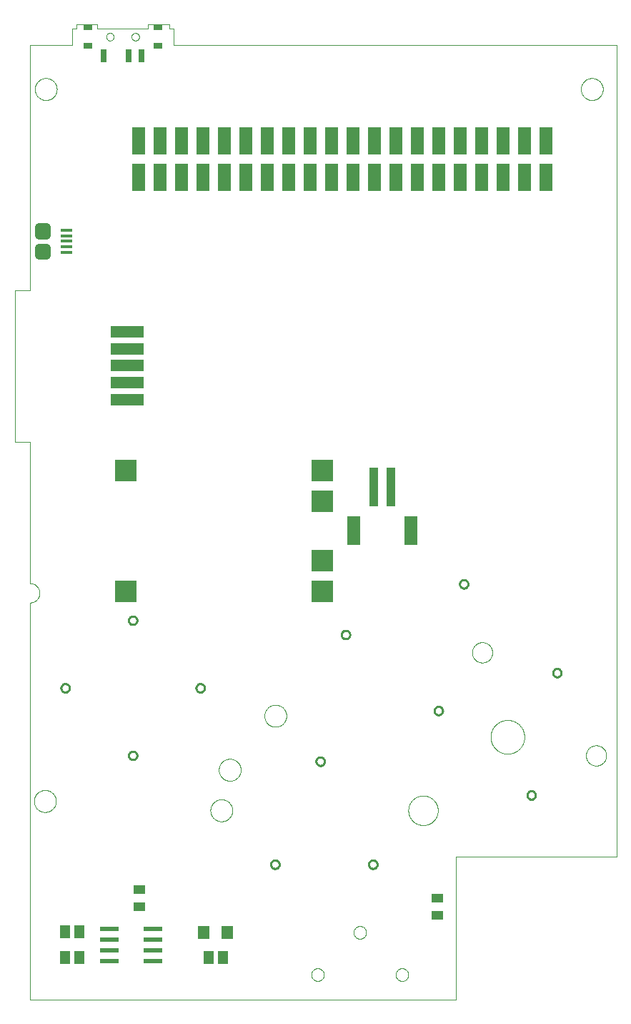
<source format=gbp>
G75*
%MOIN*%
%OFA0B0*%
%FSLAX25Y25*%
%IPPOS*%
%LPD*%
%AMOC8*
5,1,8,0,0,1.08239X$1,22.5*
%
%ADD10C,0.00000*%
%ADD11C,0.00039*%
%ADD12R,0.06000X0.13000*%
%ADD13R,0.10000X0.10000*%
%ADD14C,0.01000*%
%ADD15R,0.03937X0.03150*%
%ADD16R,0.02756X0.05906*%
%ADD17R,0.08661X0.02362*%
%ADD18R,0.05118X0.05906*%
%ADD19R,0.15748X0.05512*%
%ADD20R,0.03937X0.18110*%
%ADD21R,0.06299X0.13386*%
%ADD22C,0.03740*%
%ADD23R,0.05315X0.01575*%
%ADD24R,0.05512X0.06299*%
%ADD25R,0.05512X0.04331*%
D10*
X0029320Y0017142D02*
X0029320Y0202181D01*
X0029453Y0202183D01*
X0029586Y0202189D01*
X0029718Y0202199D01*
X0029851Y0202212D01*
X0029982Y0202230D01*
X0030114Y0202251D01*
X0030244Y0202276D01*
X0030374Y0202305D01*
X0030503Y0202338D01*
X0030630Y0202375D01*
X0030757Y0202415D01*
X0030883Y0202459D01*
X0031007Y0202507D01*
X0031129Y0202558D01*
X0031250Y0202613D01*
X0031370Y0202672D01*
X0031487Y0202733D01*
X0031603Y0202799D01*
X0031717Y0202867D01*
X0031829Y0202939D01*
X0031938Y0203015D01*
X0032046Y0203093D01*
X0032151Y0203175D01*
X0032253Y0203259D01*
X0032353Y0203347D01*
X0032451Y0203437D01*
X0032545Y0203531D01*
X0032637Y0203627D01*
X0032726Y0203726D01*
X0032812Y0203827D01*
X0032895Y0203931D01*
X0032975Y0204037D01*
X0033052Y0204145D01*
X0033126Y0204256D01*
X0033196Y0204369D01*
X0033263Y0204483D01*
X0033327Y0204600D01*
X0033387Y0204719D01*
X0033444Y0204839D01*
X0033497Y0204961D01*
X0033546Y0205084D01*
X0033592Y0205209D01*
X0033635Y0205335D01*
X0033673Y0205462D01*
X0033708Y0205591D01*
X0033739Y0205720D01*
X0033766Y0205850D01*
X0033789Y0205981D01*
X0033809Y0206112D01*
X0033824Y0206245D01*
X0033836Y0206377D01*
X0033844Y0206510D01*
X0033848Y0206643D01*
X0033848Y0206775D01*
X0033844Y0206908D01*
X0033836Y0207041D01*
X0033824Y0207173D01*
X0033809Y0207306D01*
X0033789Y0207437D01*
X0033766Y0207568D01*
X0033739Y0207698D01*
X0033708Y0207827D01*
X0033673Y0207956D01*
X0033635Y0208083D01*
X0033592Y0208209D01*
X0033546Y0208334D01*
X0033497Y0208457D01*
X0033444Y0208579D01*
X0033387Y0208699D01*
X0033327Y0208818D01*
X0033263Y0208935D01*
X0033196Y0209049D01*
X0033126Y0209162D01*
X0033052Y0209273D01*
X0032975Y0209381D01*
X0032895Y0209487D01*
X0032812Y0209591D01*
X0032726Y0209692D01*
X0032637Y0209791D01*
X0032545Y0209887D01*
X0032451Y0209981D01*
X0032353Y0210071D01*
X0032253Y0210159D01*
X0032151Y0210243D01*
X0032046Y0210325D01*
X0031938Y0210403D01*
X0031829Y0210479D01*
X0031717Y0210551D01*
X0031603Y0210619D01*
X0031487Y0210685D01*
X0031370Y0210746D01*
X0031250Y0210805D01*
X0031129Y0210860D01*
X0031007Y0210911D01*
X0030883Y0210959D01*
X0030757Y0211003D01*
X0030630Y0211043D01*
X0030503Y0211080D01*
X0030374Y0211113D01*
X0030244Y0211142D01*
X0030114Y0211167D01*
X0029982Y0211188D01*
X0029851Y0211206D01*
X0029718Y0211219D01*
X0029586Y0211229D01*
X0029453Y0211235D01*
X0029320Y0211237D01*
X0029320Y0211236D02*
X0029320Y0276984D01*
X0022430Y0276984D01*
X0022430Y0347850D01*
X0029320Y0347850D01*
X0029320Y0462024D01*
X0049005Y0462024D01*
X0049005Y0469898D01*
X0050974Y0469898D01*
X0050974Y0471866D01*
X0060816Y0471866D01*
X0060816Y0469898D01*
X0084438Y0469898D01*
X0084438Y0471866D01*
X0094281Y0471866D01*
X0094281Y0469898D01*
X0096249Y0469898D01*
X0096249Y0462024D01*
X0302942Y0462024D01*
X0302942Y0083874D01*
X0228139Y0083874D01*
X0228139Y0017142D01*
X0029320Y0017142D01*
X0075383Y0130921D02*
X0075385Y0131009D01*
X0075391Y0131097D01*
X0075401Y0131185D01*
X0075415Y0131273D01*
X0075432Y0131359D01*
X0075454Y0131445D01*
X0075479Y0131529D01*
X0075509Y0131613D01*
X0075541Y0131695D01*
X0075578Y0131775D01*
X0075618Y0131854D01*
X0075662Y0131931D01*
X0075709Y0132006D01*
X0075759Y0132078D01*
X0075813Y0132149D01*
X0075869Y0132216D01*
X0075929Y0132282D01*
X0075991Y0132344D01*
X0076057Y0132404D01*
X0076124Y0132460D01*
X0076195Y0132514D01*
X0076267Y0132564D01*
X0076342Y0132611D01*
X0076419Y0132655D01*
X0076498Y0132695D01*
X0076578Y0132732D01*
X0076660Y0132764D01*
X0076744Y0132794D01*
X0076828Y0132819D01*
X0076914Y0132841D01*
X0077000Y0132858D01*
X0077088Y0132872D01*
X0077176Y0132882D01*
X0077264Y0132888D01*
X0077352Y0132890D01*
X0077440Y0132888D01*
X0077528Y0132882D01*
X0077616Y0132872D01*
X0077704Y0132858D01*
X0077790Y0132841D01*
X0077876Y0132819D01*
X0077960Y0132794D01*
X0078044Y0132764D01*
X0078126Y0132732D01*
X0078206Y0132695D01*
X0078285Y0132655D01*
X0078362Y0132611D01*
X0078437Y0132564D01*
X0078509Y0132514D01*
X0078580Y0132460D01*
X0078647Y0132404D01*
X0078713Y0132344D01*
X0078775Y0132282D01*
X0078835Y0132216D01*
X0078891Y0132149D01*
X0078945Y0132078D01*
X0078995Y0132006D01*
X0079042Y0131931D01*
X0079086Y0131854D01*
X0079126Y0131775D01*
X0079163Y0131695D01*
X0079195Y0131613D01*
X0079225Y0131529D01*
X0079250Y0131445D01*
X0079272Y0131359D01*
X0079289Y0131273D01*
X0079303Y0131185D01*
X0079313Y0131097D01*
X0079319Y0131009D01*
X0079321Y0130921D01*
X0079319Y0130833D01*
X0079313Y0130745D01*
X0079303Y0130657D01*
X0079289Y0130569D01*
X0079272Y0130483D01*
X0079250Y0130397D01*
X0079225Y0130313D01*
X0079195Y0130229D01*
X0079163Y0130147D01*
X0079126Y0130067D01*
X0079086Y0129988D01*
X0079042Y0129911D01*
X0078995Y0129836D01*
X0078945Y0129764D01*
X0078891Y0129693D01*
X0078835Y0129626D01*
X0078775Y0129560D01*
X0078713Y0129498D01*
X0078647Y0129438D01*
X0078580Y0129382D01*
X0078509Y0129328D01*
X0078437Y0129278D01*
X0078362Y0129231D01*
X0078285Y0129187D01*
X0078206Y0129147D01*
X0078126Y0129110D01*
X0078044Y0129078D01*
X0077960Y0129048D01*
X0077876Y0129023D01*
X0077790Y0129001D01*
X0077704Y0128984D01*
X0077616Y0128970D01*
X0077528Y0128960D01*
X0077440Y0128954D01*
X0077352Y0128952D01*
X0077264Y0128954D01*
X0077176Y0128960D01*
X0077088Y0128970D01*
X0077000Y0128984D01*
X0076914Y0129001D01*
X0076828Y0129023D01*
X0076744Y0129048D01*
X0076660Y0129078D01*
X0076578Y0129110D01*
X0076498Y0129147D01*
X0076419Y0129187D01*
X0076342Y0129231D01*
X0076267Y0129278D01*
X0076195Y0129328D01*
X0076124Y0129382D01*
X0076057Y0129438D01*
X0075991Y0129498D01*
X0075929Y0129560D01*
X0075869Y0129626D01*
X0075813Y0129693D01*
X0075759Y0129764D01*
X0075709Y0129836D01*
X0075662Y0129911D01*
X0075618Y0129988D01*
X0075578Y0130067D01*
X0075541Y0130147D01*
X0075509Y0130229D01*
X0075479Y0130313D01*
X0075454Y0130397D01*
X0075432Y0130483D01*
X0075415Y0130569D01*
X0075401Y0130657D01*
X0075391Y0130745D01*
X0075385Y0130833D01*
X0075383Y0130921D01*
X0043887Y0162417D02*
X0043889Y0162505D01*
X0043895Y0162593D01*
X0043905Y0162681D01*
X0043919Y0162769D01*
X0043936Y0162855D01*
X0043958Y0162941D01*
X0043983Y0163025D01*
X0044013Y0163109D01*
X0044045Y0163191D01*
X0044082Y0163271D01*
X0044122Y0163350D01*
X0044166Y0163427D01*
X0044213Y0163502D01*
X0044263Y0163574D01*
X0044317Y0163645D01*
X0044373Y0163712D01*
X0044433Y0163778D01*
X0044495Y0163840D01*
X0044561Y0163900D01*
X0044628Y0163956D01*
X0044699Y0164010D01*
X0044771Y0164060D01*
X0044846Y0164107D01*
X0044923Y0164151D01*
X0045002Y0164191D01*
X0045082Y0164228D01*
X0045164Y0164260D01*
X0045248Y0164290D01*
X0045332Y0164315D01*
X0045418Y0164337D01*
X0045504Y0164354D01*
X0045592Y0164368D01*
X0045680Y0164378D01*
X0045768Y0164384D01*
X0045856Y0164386D01*
X0045944Y0164384D01*
X0046032Y0164378D01*
X0046120Y0164368D01*
X0046208Y0164354D01*
X0046294Y0164337D01*
X0046380Y0164315D01*
X0046464Y0164290D01*
X0046548Y0164260D01*
X0046630Y0164228D01*
X0046710Y0164191D01*
X0046789Y0164151D01*
X0046866Y0164107D01*
X0046941Y0164060D01*
X0047013Y0164010D01*
X0047084Y0163956D01*
X0047151Y0163900D01*
X0047217Y0163840D01*
X0047279Y0163778D01*
X0047339Y0163712D01*
X0047395Y0163645D01*
X0047449Y0163574D01*
X0047499Y0163502D01*
X0047546Y0163427D01*
X0047590Y0163350D01*
X0047630Y0163271D01*
X0047667Y0163191D01*
X0047699Y0163109D01*
X0047729Y0163025D01*
X0047754Y0162941D01*
X0047776Y0162855D01*
X0047793Y0162769D01*
X0047807Y0162681D01*
X0047817Y0162593D01*
X0047823Y0162505D01*
X0047825Y0162417D01*
X0047823Y0162329D01*
X0047817Y0162241D01*
X0047807Y0162153D01*
X0047793Y0162065D01*
X0047776Y0161979D01*
X0047754Y0161893D01*
X0047729Y0161809D01*
X0047699Y0161725D01*
X0047667Y0161643D01*
X0047630Y0161563D01*
X0047590Y0161484D01*
X0047546Y0161407D01*
X0047499Y0161332D01*
X0047449Y0161260D01*
X0047395Y0161189D01*
X0047339Y0161122D01*
X0047279Y0161056D01*
X0047217Y0160994D01*
X0047151Y0160934D01*
X0047084Y0160878D01*
X0047013Y0160824D01*
X0046941Y0160774D01*
X0046866Y0160727D01*
X0046789Y0160683D01*
X0046710Y0160643D01*
X0046630Y0160606D01*
X0046548Y0160574D01*
X0046464Y0160544D01*
X0046380Y0160519D01*
X0046294Y0160497D01*
X0046208Y0160480D01*
X0046120Y0160466D01*
X0046032Y0160456D01*
X0045944Y0160450D01*
X0045856Y0160448D01*
X0045768Y0160450D01*
X0045680Y0160456D01*
X0045592Y0160466D01*
X0045504Y0160480D01*
X0045418Y0160497D01*
X0045332Y0160519D01*
X0045248Y0160544D01*
X0045164Y0160574D01*
X0045082Y0160606D01*
X0045002Y0160643D01*
X0044923Y0160683D01*
X0044846Y0160727D01*
X0044771Y0160774D01*
X0044699Y0160824D01*
X0044628Y0160878D01*
X0044561Y0160934D01*
X0044495Y0160994D01*
X0044433Y0161056D01*
X0044373Y0161122D01*
X0044317Y0161189D01*
X0044263Y0161260D01*
X0044213Y0161332D01*
X0044166Y0161407D01*
X0044122Y0161484D01*
X0044082Y0161563D01*
X0044045Y0161643D01*
X0044013Y0161725D01*
X0043983Y0161809D01*
X0043958Y0161893D01*
X0043936Y0161979D01*
X0043919Y0162065D01*
X0043905Y0162153D01*
X0043895Y0162241D01*
X0043889Y0162329D01*
X0043887Y0162417D01*
X0075383Y0193913D02*
X0075385Y0194001D01*
X0075391Y0194089D01*
X0075401Y0194177D01*
X0075415Y0194265D01*
X0075432Y0194351D01*
X0075454Y0194437D01*
X0075479Y0194521D01*
X0075509Y0194605D01*
X0075541Y0194687D01*
X0075578Y0194767D01*
X0075618Y0194846D01*
X0075662Y0194923D01*
X0075709Y0194998D01*
X0075759Y0195070D01*
X0075813Y0195141D01*
X0075869Y0195208D01*
X0075929Y0195274D01*
X0075991Y0195336D01*
X0076057Y0195396D01*
X0076124Y0195452D01*
X0076195Y0195506D01*
X0076267Y0195556D01*
X0076342Y0195603D01*
X0076419Y0195647D01*
X0076498Y0195687D01*
X0076578Y0195724D01*
X0076660Y0195756D01*
X0076744Y0195786D01*
X0076828Y0195811D01*
X0076914Y0195833D01*
X0077000Y0195850D01*
X0077088Y0195864D01*
X0077176Y0195874D01*
X0077264Y0195880D01*
X0077352Y0195882D01*
X0077440Y0195880D01*
X0077528Y0195874D01*
X0077616Y0195864D01*
X0077704Y0195850D01*
X0077790Y0195833D01*
X0077876Y0195811D01*
X0077960Y0195786D01*
X0078044Y0195756D01*
X0078126Y0195724D01*
X0078206Y0195687D01*
X0078285Y0195647D01*
X0078362Y0195603D01*
X0078437Y0195556D01*
X0078509Y0195506D01*
X0078580Y0195452D01*
X0078647Y0195396D01*
X0078713Y0195336D01*
X0078775Y0195274D01*
X0078835Y0195208D01*
X0078891Y0195141D01*
X0078945Y0195070D01*
X0078995Y0194998D01*
X0079042Y0194923D01*
X0079086Y0194846D01*
X0079126Y0194767D01*
X0079163Y0194687D01*
X0079195Y0194605D01*
X0079225Y0194521D01*
X0079250Y0194437D01*
X0079272Y0194351D01*
X0079289Y0194265D01*
X0079303Y0194177D01*
X0079313Y0194089D01*
X0079319Y0194001D01*
X0079321Y0193913D01*
X0079319Y0193825D01*
X0079313Y0193737D01*
X0079303Y0193649D01*
X0079289Y0193561D01*
X0079272Y0193475D01*
X0079250Y0193389D01*
X0079225Y0193305D01*
X0079195Y0193221D01*
X0079163Y0193139D01*
X0079126Y0193059D01*
X0079086Y0192980D01*
X0079042Y0192903D01*
X0078995Y0192828D01*
X0078945Y0192756D01*
X0078891Y0192685D01*
X0078835Y0192618D01*
X0078775Y0192552D01*
X0078713Y0192490D01*
X0078647Y0192430D01*
X0078580Y0192374D01*
X0078509Y0192320D01*
X0078437Y0192270D01*
X0078362Y0192223D01*
X0078285Y0192179D01*
X0078206Y0192139D01*
X0078126Y0192102D01*
X0078044Y0192070D01*
X0077960Y0192040D01*
X0077876Y0192015D01*
X0077790Y0191993D01*
X0077704Y0191976D01*
X0077616Y0191962D01*
X0077528Y0191952D01*
X0077440Y0191946D01*
X0077352Y0191944D01*
X0077264Y0191946D01*
X0077176Y0191952D01*
X0077088Y0191962D01*
X0077000Y0191976D01*
X0076914Y0191993D01*
X0076828Y0192015D01*
X0076744Y0192040D01*
X0076660Y0192070D01*
X0076578Y0192102D01*
X0076498Y0192139D01*
X0076419Y0192179D01*
X0076342Y0192223D01*
X0076267Y0192270D01*
X0076195Y0192320D01*
X0076124Y0192374D01*
X0076057Y0192430D01*
X0075991Y0192490D01*
X0075929Y0192552D01*
X0075869Y0192618D01*
X0075813Y0192685D01*
X0075759Y0192756D01*
X0075709Y0192828D01*
X0075662Y0192903D01*
X0075618Y0192980D01*
X0075578Y0193059D01*
X0075541Y0193139D01*
X0075509Y0193221D01*
X0075479Y0193305D01*
X0075454Y0193389D01*
X0075432Y0193475D01*
X0075415Y0193561D01*
X0075401Y0193649D01*
X0075391Y0193737D01*
X0075385Y0193825D01*
X0075383Y0193913D01*
X0106879Y0162417D02*
X0106881Y0162505D01*
X0106887Y0162593D01*
X0106897Y0162681D01*
X0106911Y0162769D01*
X0106928Y0162855D01*
X0106950Y0162941D01*
X0106975Y0163025D01*
X0107005Y0163109D01*
X0107037Y0163191D01*
X0107074Y0163271D01*
X0107114Y0163350D01*
X0107158Y0163427D01*
X0107205Y0163502D01*
X0107255Y0163574D01*
X0107309Y0163645D01*
X0107365Y0163712D01*
X0107425Y0163778D01*
X0107487Y0163840D01*
X0107553Y0163900D01*
X0107620Y0163956D01*
X0107691Y0164010D01*
X0107763Y0164060D01*
X0107838Y0164107D01*
X0107915Y0164151D01*
X0107994Y0164191D01*
X0108074Y0164228D01*
X0108156Y0164260D01*
X0108240Y0164290D01*
X0108324Y0164315D01*
X0108410Y0164337D01*
X0108496Y0164354D01*
X0108584Y0164368D01*
X0108672Y0164378D01*
X0108760Y0164384D01*
X0108848Y0164386D01*
X0108936Y0164384D01*
X0109024Y0164378D01*
X0109112Y0164368D01*
X0109200Y0164354D01*
X0109286Y0164337D01*
X0109372Y0164315D01*
X0109456Y0164290D01*
X0109540Y0164260D01*
X0109622Y0164228D01*
X0109702Y0164191D01*
X0109781Y0164151D01*
X0109858Y0164107D01*
X0109933Y0164060D01*
X0110005Y0164010D01*
X0110076Y0163956D01*
X0110143Y0163900D01*
X0110209Y0163840D01*
X0110271Y0163778D01*
X0110331Y0163712D01*
X0110387Y0163645D01*
X0110441Y0163574D01*
X0110491Y0163502D01*
X0110538Y0163427D01*
X0110582Y0163350D01*
X0110622Y0163271D01*
X0110659Y0163191D01*
X0110691Y0163109D01*
X0110721Y0163025D01*
X0110746Y0162941D01*
X0110768Y0162855D01*
X0110785Y0162769D01*
X0110799Y0162681D01*
X0110809Y0162593D01*
X0110815Y0162505D01*
X0110817Y0162417D01*
X0110815Y0162329D01*
X0110809Y0162241D01*
X0110799Y0162153D01*
X0110785Y0162065D01*
X0110768Y0161979D01*
X0110746Y0161893D01*
X0110721Y0161809D01*
X0110691Y0161725D01*
X0110659Y0161643D01*
X0110622Y0161563D01*
X0110582Y0161484D01*
X0110538Y0161407D01*
X0110491Y0161332D01*
X0110441Y0161260D01*
X0110387Y0161189D01*
X0110331Y0161122D01*
X0110271Y0161056D01*
X0110209Y0160994D01*
X0110143Y0160934D01*
X0110076Y0160878D01*
X0110005Y0160824D01*
X0109933Y0160774D01*
X0109858Y0160727D01*
X0109781Y0160683D01*
X0109702Y0160643D01*
X0109622Y0160606D01*
X0109540Y0160574D01*
X0109456Y0160544D01*
X0109372Y0160519D01*
X0109286Y0160497D01*
X0109200Y0160480D01*
X0109112Y0160466D01*
X0109024Y0160456D01*
X0108936Y0160450D01*
X0108848Y0160448D01*
X0108760Y0160450D01*
X0108672Y0160456D01*
X0108584Y0160466D01*
X0108496Y0160480D01*
X0108410Y0160497D01*
X0108324Y0160519D01*
X0108240Y0160544D01*
X0108156Y0160574D01*
X0108074Y0160606D01*
X0107994Y0160643D01*
X0107915Y0160683D01*
X0107838Y0160727D01*
X0107763Y0160774D01*
X0107691Y0160824D01*
X0107620Y0160878D01*
X0107553Y0160934D01*
X0107487Y0160994D01*
X0107425Y0161056D01*
X0107365Y0161122D01*
X0107309Y0161189D01*
X0107255Y0161260D01*
X0107205Y0161332D01*
X0107158Y0161407D01*
X0107114Y0161484D01*
X0107074Y0161563D01*
X0107037Y0161643D01*
X0107005Y0161725D01*
X0106975Y0161809D01*
X0106950Y0161893D01*
X0106928Y0161979D01*
X0106911Y0162065D01*
X0106897Y0162153D01*
X0106887Y0162241D01*
X0106881Y0162329D01*
X0106879Y0162417D01*
X0141741Y0080173D02*
X0141743Y0080261D01*
X0141749Y0080349D01*
X0141759Y0080437D01*
X0141773Y0080525D01*
X0141790Y0080611D01*
X0141812Y0080697D01*
X0141837Y0080781D01*
X0141867Y0080865D01*
X0141899Y0080947D01*
X0141936Y0081027D01*
X0141976Y0081106D01*
X0142020Y0081183D01*
X0142067Y0081258D01*
X0142117Y0081330D01*
X0142171Y0081401D01*
X0142227Y0081468D01*
X0142287Y0081534D01*
X0142349Y0081596D01*
X0142415Y0081656D01*
X0142482Y0081712D01*
X0142553Y0081766D01*
X0142625Y0081816D01*
X0142700Y0081863D01*
X0142777Y0081907D01*
X0142856Y0081947D01*
X0142936Y0081984D01*
X0143018Y0082016D01*
X0143102Y0082046D01*
X0143186Y0082071D01*
X0143272Y0082093D01*
X0143358Y0082110D01*
X0143446Y0082124D01*
X0143534Y0082134D01*
X0143622Y0082140D01*
X0143710Y0082142D01*
X0143798Y0082140D01*
X0143886Y0082134D01*
X0143974Y0082124D01*
X0144062Y0082110D01*
X0144148Y0082093D01*
X0144234Y0082071D01*
X0144318Y0082046D01*
X0144402Y0082016D01*
X0144484Y0081984D01*
X0144564Y0081947D01*
X0144643Y0081907D01*
X0144720Y0081863D01*
X0144795Y0081816D01*
X0144867Y0081766D01*
X0144938Y0081712D01*
X0145005Y0081656D01*
X0145071Y0081596D01*
X0145133Y0081534D01*
X0145193Y0081468D01*
X0145249Y0081401D01*
X0145303Y0081330D01*
X0145353Y0081258D01*
X0145400Y0081183D01*
X0145444Y0081106D01*
X0145484Y0081027D01*
X0145521Y0080947D01*
X0145553Y0080865D01*
X0145583Y0080781D01*
X0145608Y0080697D01*
X0145630Y0080611D01*
X0145647Y0080525D01*
X0145661Y0080437D01*
X0145671Y0080349D01*
X0145677Y0080261D01*
X0145679Y0080173D01*
X0145677Y0080085D01*
X0145671Y0079997D01*
X0145661Y0079909D01*
X0145647Y0079821D01*
X0145630Y0079735D01*
X0145608Y0079649D01*
X0145583Y0079565D01*
X0145553Y0079481D01*
X0145521Y0079399D01*
X0145484Y0079319D01*
X0145444Y0079240D01*
X0145400Y0079163D01*
X0145353Y0079088D01*
X0145303Y0079016D01*
X0145249Y0078945D01*
X0145193Y0078878D01*
X0145133Y0078812D01*
X0145071Y0078750D01*
X0145005Y0078690D01*
X0144938Y0078634D01*
X0144867Y0078580D01*
X0144795Y0078530D01*
X0144720Y0078483D01*
X0144643Y0078439D01*
X0144564Y0078399D01*
X0144484Y0078362D01*
X0144402Y0078330D01*
X0144318Y0078300D01*
X0144234Y0078275D01*
X0144148Y0078253D01*
X0144062Y0078236D01*
X0143974Y0078222D01*
X0143886Y0078212D01*
X0143798Y0078206D01*
X0143710Y0078204D01*
X0143622Y0078206D01*
X0143534Y0078212D01*
X0143446Y0078222D01*
X0143358Y0078236D01*
X0143272Y0078253D01*
X0143186Y0078275D01*
X0143102Y0078300D01*
X0143018Y0078330D01*
X0142936Y0078362D01*
X0142856Y0078399D01*
X0142777Y0078439D01*
X0142700Y0078483D01*
X0142625Y0078530D01*
X0142553Y0078580D01*
X0142482Y0078634D01*
X0142415Y0078690D01*
X0142349Y0078750D01*
X0142287Y0078812D01*
X0142227Y0078878D01*
X0142171Y0078945D01*
X0142117Y0079016D01*
X0142067Y0079088D01*
X0142020Y0079163D01*
X0141976Y0079240D01*
X0141936Y0079319D01*
X0141899Y0079399D01*
X0141867Y0079481D01*
X0141837Y0079565D01*
X0141812Y0079649D01*
X0141790Y0079735D01*
X0141773Y0079821D01*
X0141759Y0079909D01*
X0141749Y0079997D01*
X0141743Y0080085D01*
X0141741Y0080173D01*
X0162863Y0128205D02*
X0162865Y0128293D01*
X0162871Y0128381D01*
X0162881Y0128469D01*
X0162895Y0128557D01*
X0162912Y0128643D01*
X0162934Y0128729D01*
X0162959Y0128813D01*
X0162989Y0128897D01*
X0163021Y0128979D01*
X0163058Y0129059D01*
X0163098Y0129138D01*
X0163142Y0129215D01*
X0163189Y0129290D01*
X0163239Y0129362D01*
X0163293Y0129433D01*
X0163349Y0129500D01*
X0163409Y0129566D01*
X0163471Y0129628D01*
X0163537Y0129688D01*
X0163604Y0129744D01*
X0163675Y0129798D01*
X0163747Y0129848D01*
X0163822Y0129895D01*
X0163899Y0129939D01*
X0163978Y0129979D01*
X0164058Y0130016D01*
X0164140Y0130048D01*
X0164224Y0130078D01*
X0164308Y0130103D01*
X0164394Y0130125D01*
X0164480Y0130142D01*
X0164568Y0130156D01*
X0164656Y0130166D01*
X0164744Y0130172D01*
X0164832Y0130174D01*
X0164920Y0130172D01*
X0165008Y0130166D01*
X0165096Y0130156D01*
X0165184Y0130142D01*
X0165270Y0130125D01*
X0165356Y0130103D01*
X0165440Y0130078D01*
X0165524Y0130048D01*
X0165606Y0130016D01*
X0165686Y0129979D01*
X0165765Y0129939D01*
X0165842Y0129895D01*
X0165917Y0129848D01*
X0165989Y0129798D01*
X0166060Y0129744D01*
X0166127Y0129688D01*
X0166193Y0129628D01*
X0166255Y0129566D01*
X0166315Y0129500D01*
X0166371Y0129433D01*
X0166425Y0129362D01*
X0166475Y0129290D01*
X0166522Y0129215D01*
X0166566Y0129138D01*
X0166606Y0129059D01*
X0166643Y0128979D01*
X0166675Y0128897D01*
X0166705Y0128813D01*
X0166730Y0128729D01*
X0166752Y0128643D01*
X0166769Y0128557D01*
X0166783Y0128469D01*
X0166793Y0128381D01*
X0166799Y0128293D01*
X0166801Y0128205D01*
X0166799Y0128117D01*
X0166793Y0128029D01*
X0166783Y0127941D01*
X0166769Y0127853D01*
X0166752Y0127767D01*
X0166730Y0127681D01*
X0166705Y0127597D01*
X0166675Y0127513D01*
X0166643Y0127431D01*
X0166606Y0127351D01*
X0166566Y0127272D01*
X0166522Y0127195D01*
X0166475Y0127120D01*
X0166425Y0127048D01*
X0166371Y0126977D01*
X0166315Y0126910D01*
X0166255Y0126844D01*
X0166193Y0126782D01*
X0166127Y0126722D01*
X0166060Y0126666D01*
X0165989Y0126612D01*
X0165917Y0126562D01*
X0165842Y0126515D01*
X0165765Y0126471D01*
X0165686Y0126431D01*
X0165606Y0126394D01*
X0165524Y0126362D01*
X0165440Y0126332D01*
X0165356Y0126307D01*
X0165270Y0126285D01*
X0165184Y0126268D01*
X0165096Y0126254D01*
X0165008Y0126244D01*
X0164920Y0126238D01*
X0164832Y0126236D01*
X0164744Y0126238D01*
X0164656Y0126244D01*
X0164568Y0126254D01*
X0164480Y0126268D01*
X0164394Y0126285D01*
X0164308Y0126307D01*
X0164224Y0126332D01*
X0164140Y0126362D01*
X0164058Y0126394D01*
X0163978Y0126431D01*
X0163899Y0126471D01*
X0163822Y0126515D01*
X0163747Y0126562D01*
X0163675Y0126612D01*
X0163604Y0126666D01*
X0163537Y0126722D01*
X0163471Y0126782D01*
X0163409Y0126844D01*
X0163349Y0126910D01*
X0163293Y0126977D01*
X0163239Y0127048D01*
X0163189Y0127120D01*
X0163142Y0127195D01*
X0163098Y0127272D01*
X0163058Y0127351D01*
X0163021Y0127431D01*
X0162989Y0127513D01*
X0162959Y0127597D01*
X0162934Y0127681D01*
X0162912Y0127767D01*
X0162895Y0127853D01*
X0162881Y0127941D01*
X0162871Y0128029D01*
X0162865Y0128117D01*
X0162863Y0128205D01*
X0187410Y0080173D02*
X0187412Y0080261D01*
X0187418Y0080349D01*
X0187428Y0080437D01*
X0187442Y0080525D01*
X0187459Y0080611D01*
X0187481Y0080697D01*
X0187506Y0080781D01*
X0187536Y0080865D01*
X0187568Y0080947D01*
X0187605Y0081027D01*
X0187645Y0081106D01*
X0187689Y0081183D01*
X0187736Y0081258D01*
X0187786Y0081330D01*
X0187840Y0081401D01*
X0187896Y0081468D01*
X0187956Y0081534D01*
X0188018Y0081596D01*
X0188084Y0081656D01*
X0188151Y0081712D01*
X0188222Y0081766D01*
X0188294Y0081816D01*
X0188369Y0081863D01*
X0188446Y0081907D01*
X0188525Y0081947D01*
X0188605Y0081984D01*
X0188687Y0082016D01*
X0188771Y0082046D01*
X0188855Y0082071D01*
X0188941Y0082093D01*
X0189027Y0082110D01*
X0189115Y0082124D01*
X0189203Y0082134D01*
X0189291Y0082140D01*
X0189379Y0082142D01*
X0189467Y0082140D01*
X0189555Y0082134D01*
X0189643Y0082124D01*
X0189731Y0082110D01*
X0189817Y0082093D01*
X0189903Y0082071D01*
X0189987Y0082046D01*
X0190071Y0082016D01*
X0190153Y0081984D01*
X0190233Y0081947D01*
X0190312Y0081907D01*
X0190389Y0081863D01*
X0190464Y0081816D01*
X0190536Y0081766D01*
X0190607Y0081712D01*
X0190674Y0081656D01*
X0190740Y0081596D01*
X0190802Y0081534D01*
X0190862Y0081468D01*
X0190918Y0081401D01*
X0190972Y0081330D01*
X0191022Y0081258D01*
X0191069Y0081183D01*
X0191113Y0081106D01*
X0191153Y0081027D01*
X0191190Y0080947D01*
X0191222Y0080865D01*
X0191252Y0080781D01*
X0191277Y0080697D01*
X0191299Y0080611D01*
X0191316Y0080525D01*
X0191330Y0080437D01*
X0191340Y0080349D01*
X0191346Y0080261D01*
X0191348Y0080173D01*
X0191346Y0080085D01*
X0191340Y0079997D01*
X0191330Y0079909D01*
X0191316Y0079821D01*
X0191299Y0079735D01*
X0191277Y0079649D01*
X0191252Y0079565D01*
X0191222Y0079481D01*
X0191190Y0079399D01*
X0191153Y0079319D01*
X0191113Y0079240D01*
X0191069Y0079163D01*
X0191022Y0079088D01*
X0190972Y0079016D01*
X0190918Y0078945D01*
X0190862Y0078878D01*
X0190802Y0078812D01*
X0190740Y0078750D01*
X0190674Y0078690D01*
X0190607Y0078634D01*
X0190536Y0078580D01*
X0190464Y0078530D01*
X0190389Y0078483D01*
X0190312Y0078439D01*
X0190233Y0078399D01*
X0190153Y0078362D01*
X0190071Y0078330D01*
X0189987Y0078300D01*
X0189903Y0078275D01*
X0189817Y0078253D01*
X0189731Y0078236D01*
X0189643Y0078222D01*
X0189555Y0078212D01*
X0189467Y0078206D01*
X0189379Y0078204D01*
X0189291Y0078206D01*
X0189203Y0078212D01*
X0189115Y0078222D01*
X0189027Y0078236D01*
X0188941Y0078253D01*
X0188855Y0078275D01*
X0188771Y0078300D01*
X0188687Y0078330D01*
X0188605Y0078362D01*
X0188525Y0078399D01*
X0188446Y0078439D01*
X0188369Y0078483D01*
X0188294Y0078530D01*
X0188222Y0078580D01*
X0188151Y0078634D01*
X0188084Y0078690D01*
X0188018Y0078750D01*
X0187956Y0078812D01*
X0187896Y0078878D01*
X0187840Y0078945D01*
X0187786Y0079016D01*
X0187736Y0079088D01*
X0187689Y0079163D01*
X0187645Y0079240D01*
X0187605Y0079319D01*
X0187568Y0079399D01*
X0187536Y0079481D01*
X0187506Y0079565D01*
X0187481Y0079649D01*
X0187459Y0079735D01*
X0187442Y0079821D01*
X0187428Y0079909D01*
X0187418Y0079997D01*
X0187412Y0080085D01*
X0187410Y0080173D01*
X0180304Y0048441D02*
X0180306Y0048549D01*
X0180312Y0048658D01*
X0180322Y0048766D01*
X0180336Y0048873D01*
X0180354Y0048980D01*
X0180375Y0049087D01*
X0180401Y0049192D01*
X0180431Y0049297D01*
X0180464Y0049400D01*
X0180501Y0049502D01*
X0180542Y0049602D01*
X0180586Y0049701D01*
X0180635Y0049799D01*
X0180686Y0049894D01*
X0180741Y0049987D01*
X0180800Y0050079D01*
X0180862Y0050168D01*
X0180927Y0050255D01*
X0180995Y0050339D01*
X0181066Y0050421D01*
X0181140Y0050500D01*
X0181217Y0050576D01*
X0181297Y0050650D01*
X0181380Y0050720D01*
X0181465Y0050788D01*
X0181552Y0050852D01*
X0181642Y0050913D01*
X0181734Y0050971D01*
X0181828Y0051025D01*
X0181924Y0051076D01*
X0182021Y0051123D01*
X0182121Y0051167D01*
X0182222Y0051207D01*
X0182324Y0051243D01*
X0182427Y0051275D01*
X0182532Y0051304D01*
X0182638Y0051328D01*
X0182744Y0051349D01*
X0182851Y0051366D01*
X0182959Y0051379D01*
X0183067Y0051388D01*
X0183176Y0051393D01*
X0183284Y0051394D01*
X0183393Y0051391D01*
X0183501Y0051384D01*
X0183609Y0051373D01*
X0183716Y0051358D01*
X0183823Y0051339D01*
X0183929Y0051316D01*
X0184034Y0051290D01*
X0184139Y0051259D01*
X0184241Y0051225D01*
X0184343Y0051187D01*
X0184443Y0051145D01*
X0184542Y0051100D01*
X0184639Y0051051D01*
X0184733Y0050998D01*
X0184826Y0050942D01*
X0184917Y0050883D01*
X0185006Y0050820D01*
X0185092Y0050755D01*
X0185176Y0050686D01*
X0185257Y0050614D01*
X0185335Y0050539D01*
X0185411Y0050461D01*
X0185484Y0050380D01*
X0185554Y0050297D01*
X0185620Y0050212D01*
X0185684Y0050124D01*
X0185744Y0050033D01*
X0185801Y0049941D01*
X0185854Y0049846D01*
X0185904Y0049750D01*
X0185950Y0049652D01*
X0185993Y0049552D01*
X0186032Y0049451D01*
X0186067Y0049348D01*
X0186099Y0049245D01*
X0186126Y0049140D01*
X0186150Y0049034D01*
X0186170Y0048927D01*
X0186186Y0048820D01*
X0186198Y0048712D01*
X0186206Y0048604D01*
X0186210Y0048495D01*
X0186210Y0048387D01*
X0186206Y0048278D01*
X0186198Y0048170D01*
X0186186Y0048062D01*
X0186170Y0047955D01*
X0186150Y0047848D01*
X0186126Y0047742D01*
X0186099Y0047637D01*
X0186067Y0047534D01*
X0186032Y0047431D01*
X0185993Y0047330D01*
X0185950Y0047230D01*
X0185904Y0047132D01*
X0185854Y0047036D01*
X0185801Y0046941D01*
X0185744Y0046849D01*
X0185684Y0046758D01*
X0185620Y0046670D01*
X0185554Y0046585D01*
X0185484Y0046502D01*
X0185411Y0046421D01*
X0185335Y0046343D01*
X0185257Y0046268D01*
X0185176Y0046196D01*
X0185092Y0046127D01*
X0185006Y0046062D01*
X0184917Y0045999D01*
X0184826Y0045940D01*
X0184734Y0045884D01*
X0184639Y0045831D01*
X0184542Y0045782D01*
X0184443Y0045737D01*
X0184343Y0045695D01*
X0184241Y0045657D01*
X0184139Y0045623D01*
X0184034Y0045592D01*
X0183929Y0045566D01*
X0183823Y0045543D01*
X0183716Y0045524D01*
X0183609Y0045509D01*
X0183501Y0045498D01*
X0183393Y0045491D01*
X0183284Y0045488D01*
X0183176Y0045489D01*
X0183067Y0045494D01*
X0182959Y0045503D01*
X0182851Y0045516D01*
X0182744Y0045533D01*
X0182638Y0045554D01*
X0182532Y0045578D01*
X0182427Y0045607D01*
X0182324Y0045639D01*
X0182222Y0045675D01*
X0182121Y0045715D01*
X0182021Y0045759D01*
X0181924Y0045806D01*
X0181828Y0045857D01*
X0181734Y0045911D01*
X0181642Y0045969D01*
X0181552Y0046030D01*
X0181465Y0046094D01*
X0181380Y0046162D01*
X0181297Y0046232D01*
X0181217Y0046306D01*
X0181140Y0046382D01*
X0181066Y0046461D01*
X0180995Y0046543D01*
X0180927Y0046627D01*
X0180862Y0046714D01*
X0180800Y0046803D01*
X0180741Y0046895D01*
X0180686Y0046988D01*
X0180635Y0047083D01*
X0180586Y0047181D01*
X0180542Y0047280D01*
X0180501Y0047380D01*
X0180464Y0047482D01*
X0180431Y0047585D01*
X0180401Y0047690D01*
X0180375Y0047795D01*
X0180354Y0047902D01*
X0180336Y0048009D01*
X0180322Y0048116D01*
X0180312Y0048224D01*
X0180306Y0048333D01*
X0180304Y0048441D01*
X0160619Y0028756D02*
X0160621Y0028864D01*
X0160627Y0028973D01*
X0160637Y0029081D01*
X0160651Y0029188D01*
X0160669Y0029295D01*
X0160690Y0029402D01*
X0160716Y0029507D01*
X0160746Y0029612D01*
X0160779Y0029715D01*
X0160816Y0029817D01*
X0160857Y0029917D01*
X0160901Y0030016D01*
X0160950Y0030114D01*
X0161001Y0030209D01*
X0161056Y0030302D01*
X0161115Y0030394D01*
X0161177Y0030483D01*
X0161242Y0030570D01*
X0161310Y0030654D01*
X0161381Y0030736D01*
X0161455Y0030815D01*
X0161532Y0030891D01*
X0161612Y0030965D01*
X0161695Y0031035D01*
X0161780Y0031103D01*
X0161867Y0031167D01*
X0161957Y0031228D01*
X0162049Y0031286D01*
X0162143Y0031340D01*
X0162239Y0031391D01*
X0162336Y0031438D01*
X0162436Y0031482D01*
X0162537Y0031522D01*
X0162639Y0031558D01*
X0162742Y0031590D01*
X0162847Y0031619D01*
X0162953Y0031643D01*
X0163059Y0031664D01*
X0163166Y0031681D01*
X0163274Y0031694D01*
X0163382Y0031703D01*
X0163491Y0031708D01*
X0163599Y0031709D01*
X0163708Y0031706D01*
X0163816Y0031699D01*
X0163924Y0031688D01*
X0164031Y0031673D01*
X0164138Y0031654D01*
X0164244Y0031631D01*
X0164349Y0031605D01*
X0164454Y0031574D01*
X0164556Y0031540D01*
X0164658Y0031502D01*
X0164758Y0031460D01*
X0164857Y0031415D01*
X0164954Y0031366D01*
X0165048Y0031313D01*
X0165141Y0031257D01*
X0165232Y0031198D01*
X0165321Y0031135D01*
X0165407Y0031070D01*
X0165491Y0031001D01*
X0165572Y0030929D01*
X0165650Y0030854D01*
X0165726Y0030776D01*
X0165799Y0030695D01*
X0165869Y0030612D01*
X0165935Y0030527D01*
X0165999Y0030439D01*
X0166059Y0030348D01*
X0166116Y0030256D01*
X0166169Y0030161D01*
X0166219Y0030065D01*
X0166265Y0029967D01*
X0166308Y0029867D01*
X0166347Y0029766D01*
X0166382Y0029663D01*
X0166414Y0029560D01*
X0166441Y0029455D01*
X0166465Y0029349D01*
X0166485Y0029242D01*
X0166501Y0029135D01*
X0166513Y0029027D01*
X0166521Y0028919D01*
X0166525Y0028810D01*
X0166525Y0028702D01*
X0166521Y0028593D01*
X0166513Y0028485D01*
X0166501Y0028377D01*
X0166485Y0028270D01*
X0166465Y0028163D01*
X0166441Y0028057D01*
X0166414Y0027952D01*
X0166382Y0027849D01*
X0166347Y0027746D01*
X0166308Y0027645D01*
X0166265Y0027545D01*
X0166219Y0027447D01*
X0166169Y0027351D01*
X0166116Y0027256D01*
X0166059Y0027164D01*
X0165999Y0027073D01*
X0165935Y0026985D01*
X0165869Y0026900D01*
X0165799Y0026817D01*
X0165726Y0026736D01*
X0165650Y0026658D01*
X0165572Y0026583D01*
X0165491Y0026511D01*
X0165407Y0026442D01*
X0165321Y0026377D01*
X0165232Y0026314D01*
X0165141Y0026255D01*
X0165049Y0026199D01*
X0164954Y0026146D01*
X0164857Y0026097D01*
X0164758Y0026052D01*
X0164658Y0026010D01*
X0164556Y0025972D01*
X0164454Y0025938D01*
X0164349Y0025907D01*
X0164244Y0025881D01*
X0164138Y0025858D01*
X0164031Y0025839D01*
X0163924Y0025824D01*
X0163816Y0025813D01*
X0163708Y0025806D01*
X0163599Y0025803D01*
X0163491Y0025804D01*
X0163382Y0025809D01*
X0163274Y0025818D01*
X0163166Y0025831D01*
X0163059Y0025848D01*
X0162953Y0025869D01*
X0162847Y0025893D01*
X0162742Y0025922D01*
X0162639Y0025954D01*
X0162537Y0025990D01*
X0162436Y0026030D01*
X0162336Y0026074D01*
X0162239Y0026121D01*
X0162143Y0026172D01*
X0162049Y0026226D01*
X0161957Y0026284D01*
X0161867Y0026345D01*
X0161780Y0026409D01*
X0161695Y0026477D01*
X0161612Y0026547D01*
X0161532Y0026621D01*
X0161455Y0026697D01*
X0161381Y0026776D01*
X0161310Y0026858D01*
X0161242Y0026942D01*
X0161177Y0027029D01*
X0161115Y0027118D01*
X0161056Y0027210D01*
X0161001Y0027303D01*
X0160950Y0027398D01*
X0160901Y0027496D01*
X0160857Y0027595D01*
X0160816Y0027695D01*
X0160779Y0027797D01*
X0160746Y0027900D01*
X0160716Y0028005D01*
X0160690Y0028110D01*
X0160669Y0028217D01*
X0160651Y0028324D01*
X0160637Y0028431D01*
X0160627Y0028539D01*
X0160621Y0028648D01*
X0160619Y0028756D01*
X0199989Y0028756D02*
X0199991Y0028864D01*
X0199997Y0028973D01*
X0200007Y0029081D01*
X0200021Y0029188D01*
X0200039Y0029295D01*
X0200060Y0029402D01*
X0200086Y0029507D01*
X0200116Y0029612D01*
X0200149Y0029715D01*
X0200186Y0029817D01*
X0200227Y0029917D01*
X0200271Y0030016D01*
X0200320Y0030114D01*
X0200371Y0030209D01*
X0200426Y0030302D01*
X0200485Y0030394D01*
X0200547Y0030483D01*
X0200612Y0030570D01*
X0200680Y0030654D01*
X0200751Y0030736D01*
X0200825Y0030815D01*
X0200902Y0030891D01*
X0200982Y0030965D01*
X0201065Y0031035D01*
X0201150Y0031103D01*
X0201237Y0031167D01*
X0201327Y0031228D01*
X0201419Y0031286D01*
X0201513Y0031340D01*
X0201609Y0031391D01*
X0201706Y0031438D01*
X0201806Y0031482D01*
X0201907Y0031522D01*
X0202009Y0031558D01*
X0202112Y0031590D01*
X0202217Y0031619D01*
X0202323Y0031643D01*
X0202429Y0031664D01*
X0202536Y0031681D01*
X0202644Y0031694D01*
X0202752Y0031703D01*
X0202861Y0031708D01*
X0202969Y0031709D01*
X0203078Y0031706D01*
X0203186Y0031699D01*
X0203294Y0031688D01*
X0203401Y0031673D01*
X0203508Y0031654D01*
X0203614Y0031631D01*
X0203719Y0031605D01*
X0203824Y0031574D01*
X0203926Y0031540D01*
X0204028Y0031502D01*
X0204128Y0031460D01*
X0204227Y0031415D01*
X0204324Y0031366D01*
X0204418Y0031313D01*
X0204511Y0031257D01*
X0204602Y0031198D01*
X0204691Y0031135D01*
X0204777Y0031070D01*
X0204861Y0031001D01*
X0204942Y0030929D01*
X0205020Y0030854D01*
X0205096Y0030776D01*
X0205169Y0030695D01*
X0205239Y0030612D01*
X0205305Y0030527D01*
X0205369Y0030439D01*
X0205429Y0030348D01*
X0205486Y0030256D01*
X0205539Y0030161D01*
X0205589Y0030065D01*
X0205635Y0029967D01*
X0205678Y0029867D01*
X0205717Y0029766D01*
X0205752Y0029663D01*
X0205784Y0029560D01*
X0205811Y0029455D01*
X0205835Y0029349D01*
X0205855Y0029242D01*
X0205871Y0029135D01*
X0205883Y0029027D01*
X0205891Y0028919D01*
X0205895Y0028810D01*
X0205895Y0028702D01*
X0205891Y0028593D01*
X0205883Y0028485D01*
X0205871Y0028377D01*
X0205855Y0028270D01*
X0205835Y0028163D01*
X0205811Y0028057D01*
X0205784Y0027952D01*
X0205752Y0027849D01*
X0205717Y0027746D01*
X0205678Y0027645D01*
X0205635Y0027545D01*
X0205589Y0027447D01*
X0205539Y0027351D01*
X0205486Y0027256D01*
X0205429Y0027164D01*
X0205369Y0027073D01*
X0205305Y0026985D01*
X0205239Y0026900D01*
X0205169Y0026817D01*
X0205096Y0026736D01*
X0205020Y0026658D01*
X0204942Y0026583D01*
X0204861Y0026511D01*
X0204777Y0026442D01*
X0204691Y0026377D01*
X0204602Y0026314D01*
X0204511Y0026255D01*
X0204419Y0026199D01*
X0204324Y0026146D01*
X0204227Y0026097D01*
X0204128Y0026052D01*
X0204028Y0026010D01*
X0203926Y0025972D01*
X0203824Y0025938D01*
X0203719Y0025907D01*
X0203614Y0025881D01*
X0203508Y0025858D01*
X0203401Y0025839D01*
X0203294Y0025824D01*
X0203186Y0025813D01*
X0203078Y0025806D01*
X0202969Y0025803D01*
X0202861Y0025804D01*
X0202752Y0025809D01*
X0202644Y0025818D01*
X0202536Y0025831D01*
X0202429Y0025848D01*
X0202323Y0025869D01*
X0202217Y0025893D01*
X0202112Y0025922D01*
X0202009Y0025954D01*
X0201907Y0025990D01*
X0201806Y0026030D01*
X0201706Y0026074D01*
X0201609Y0026121D01*
X0201513Y0026172D01*
X0201419Y0026226D01*
X0201327Y0026284D01*
X0201237Y0026345D01*
X0201150Y0026409D01*
X0201065Y0026477D01*
X0200982Y0026547D01*
X0200902Y0026621D01*
X0200825Y0026697D01*
X0200751Y0026776D01*
X0200680Y0026858D01*
X0200612Y0026942D01*
X0200547Y0027029D01*
X0200485Y0027118D01*
X0200426Y0027210D01*
X0200371Y0027303D01*
X0200320Y0027398D01*
X0200271Y0027496D01*
X0200227Y0027595D01*
X0200186Y0027695D01*
X0200149Y0027797D01*
X0200116Y0027900D01*
X0200086Y0028005D01*
X0200060Y0028110D01*
X0200039Y0028217D01*
X0200021Y0028324D01*
X0200007Y0028431D01*
X0199997Y0028539D01*
X0199991Y0028648D01*
X0199989Y0028756D01*
X0261288Y0112457D02*
X0261290Y0112545D01*
X0261296Y0112633D01*
X0261306Y0112721D01*
X0261320Y0112809D01*
X0261337Y0112895D01*
X0261359Y0112981D01*
X0261384Y0113065D01*
X0261414Y0113149D01*
X0261446Y0113231D01*
X0261483Y0113311D01*
X0261523Y0113390D01*
X0261567Y0113467D01*
X0261614Y0113542D01*
X0261664Y0113614D01*
X0261718Y0113685D01*
X0261774Y0113752D01*
X0261834Y0113818D01*
X0261896Y0113880D01*
X0261962Y0113940D01*
X0262029Y0113996D01*
X0262100Y0114050D01*
X0262172Y0114100D01*
X0262247Y0114147D01*
X0262324Y0114191D01*
X0262403Y0114231D01*
X0262483Y0114268D01*
X0262565Y0114300D01*
X0262649Y0114330D01*
X0262733Y0114355D01*
X0262819Y0114377D01*
X0262905Y0114394D01*
X0262993Y0114408D01*
X0263081Y0114418D01*
X0263169Y0114424D01*
X0263257Y0114426D01*
X0263345Y0114424D01*
X0263433Y0114418D01*
X0263521Y0114408D01*
X0263609Y0114394D01*
X0263695Y0114377D01*
X0263781Y0114355D01*
X0263865Y0114330D01*
X0263949Y0114300D01*
X0264031Y0114268D01*
X0264111Y0114231D01*
X0264190Y0114191D01*
X0264267Y0114147D01*
X0264342Y0114100D01*
X0264414Y0114050D01*
X0264485Y0113996D01*
X0264552Y0113940D01*
X0264618Y0113880D01*
X0264680Y0113818D01*
X0264740Y0113752D01*
X0264796Y0113685D01*
X0264850Y0113614D01*
X0264900Y0113542D01*
X0264947Y0113467D01*
X0264991Y0113390D01*
X0265031Y0113311D01*
X0265068Y0113231D01*
X0265100Y0113149D01*
X0265130Y0113065D01*
X0265155Y0112981D01*
X0265177Y0112895D01*
X0265194Y0112809D01*
X0265208Y0112721D01*
X0265218Y0112633D01*
X0265224Y0112545D01*
X0265226Y0112457D01*
X0265224Y0112369D01*
X0265218Y0112281D01*
X0265208Y0112193D01*
X0265194Y0112105D01*
X0265177Y0112019D01*
X0265155Y0111933D01*
X0265130Y0111849D01*
X0265100Y0111765D01*
X0265068Y0111683D01*
X0265031Y0111603D01*
X0264991Y0111524D01*
X0264947Y0111447D01*
X0264900Y0111372D01*
X0264850Y0111300D01*
X0264796Y0111229D01*
X0264740Y0111162D01*
X0264680Y0111096D01*
X0264618Y0111034D01*
X0264552Y0110974D01*
X0264485Y0110918D01*
X0264414Y0110864D01*
X0264342Y0110814D01*
X0264267Y0110767D01*
X0264190Y0110723D01*
X0264111Y0110683D01*
X0264031Y0110646D01*
X0263949Y0110614D01*
X0263865Y0110584D01*
X0263781Y0110559D01*
X0263695Y0110537D01*
X0263609Y0110520D01*
X0263521Y0110506D01*
X0263433Y0110496D01*
X0263345Y0110490D01*
X0263257Y0110488D01*
X0263169Y0110490D01*
X0263081Y0110496D01*
X0262993Y0110506D01*
X0262905Y0110520D01*
X0262819Y0110537D01*
X0262733Y0110559D01*
X0262649Y0110584D01*
X0262565Y0110614D01*
X0262483Y0110646D01*
X0262403Y0110683D01*
X0262324Y0110723D01*
X0262247Y0110767D01*
X0262172Y0110814D01*
X0262100Y0110864D01*
X0262029Y0110918D01*
X0261962Y0110974D01*
X0261896Y0111034D01*
X0261834Y0111096D01*
X0261774Y0111162D01*
X0261718Y0111229D01*
X0261664Y0111300D01*
X0261614Y0111372D01*
X0261567Y0111447D01*
X0261523Y0111524D01*
X0261483Y0111603D01*
X0261446Y0111683D01*
X0261414Y0111765D01*
X0261384Y0111849D01*
X0261359Y0111933D01*
X0261337Y0112019D01*
X0261320Y0112105D01*
X0261306Y0112193D01*
X0261296Y0112281D01*
X0261290Y0112369D01*
X0261288Y0112457D01*
X0273296Y0169504D02*
X0273298Y0169592D01*
X0273304Y0169680D01*
X0273314Y0169768D01*
X0273328Y0169856D01*
X0273345Y0169942D01*
X0273367Y0170028D01*
X0273392Y0170112D01*
X0273422Y0170196D01*
X0273454Y0170278D01*
X0273491Y0170358D01*
X0273531Y0170437D01*
X0273575Y0170514D01*
X0273622Y0170589D01*
X0273672Y0170661D01*
X0273726Y0170732D01*
X0273782Y0170799D01*
X0273842Y0170865D01*
X0273904Y0170927D01*
X0273970Y0170987D01*
X0274037Y0171043D01*
X0274108Y0171097D01*
X0274180Y0171147D01*
X0274255Y0171194D01*
X0274332Y0171238D01*
X0274411Y0171278D01*
X0274491Y0171315D01*
X0274573Y0171347D01*
X0274657Y0171377D01*
X0274741Y0171402D01*
X0274827Y0171424D01*
X0274913Y0171441D01*
X0275001Y0171455D01*
X0275089Y0171465D01*
X0275177Y0171471D01*
X0275265Y0171473D01*
X0275353Y0171471D01*
X0275441Y0171465D01*
X0275529Y0171455D01*
X0275617Y0171441D01*
X0275703Y0171424D01*
X0275789Y0171402D01*
X0275873Y0171377D01*
X0275957Y0171347D01*
X0276039Y0171315D01*
X0276119Y0171278D01*
X0276198Y0171238D01*
X0276275Y0171194D01*
X0276350Y0171147D01*
X0276422Y0171097D01*
X0276493Y0171043D01*
X0276560Y0170987D01*
X0276626Y0170927D01*
X0276688Y0170865D01*
X0276748Y0170799D01*
X0276804Y0170732D01*
X0276858Y0170661D01*
X0276908Y0170589D01*
X0276955Y0170514D01*
X0276999Y0170437D01*
X0277039Y0170358D01*
X0277076Y0170278D01*
X0277108Y0170196D01*
X0277138Y0170112D01*
X0277163Y0170028D01*
X0277185Y0169942D01*
X0277202Y0169856D01*
X0277216Y0169768D01*
X0277226Y0169680D01*
X0277232Y0169592D01*
X0277234Y0169504D01*
X0277232Y0169416D01*
X0277226Y0169328D01*
X0277216Y0169240D01*
X0277202Y0169152D01*
X0277185Y0169066D01*
X0277163Y0168980D01*
X0277138Y0168896D01*
X0277108Y0168812D01*
X0277076Y0168730D01*
X0277039Y0168650D01*
X0276999Y0168571D01*
X0276955Y0168494D01*
X0276908Y0168419D01*
X0276858Y0168347D01*
X0276804Y0168276D01*
X0276748Y0168209D01*
X0276688Y0168143D01*
X0276626Y0168081D01*
X0276560Y0168021D01*
X0276493Y0167965D01*
X0276422Y0167911D01*
X0276350Y0167861D01*
X0276275Y0167814D01*
X0276198Y0167770D01*
X0276119Y0167730D01*
X0276039Y0167693D01*
X0275957Y0167661D01*
X0275873Y0167631D01*
X0275789Y0167606D01*
X0275703Y0167584D01*
X0275617Y0167567D01*
X0275529Y0167553D01*
X0275441Y0167543D01*
X0275353Y0167537D01*
X0275265Y0167535D01*
X0275177Y0167537D01*
X0275089Y0167543D01*
X0275001Y0167553D01*
X0274913Y0167567D01*
X0274827Y0167584D01*
X0274741Y0167606D01*
X0274657Y0167631D01*
X0274573Y0167661D01*
X0274491Y0167693D01*
X0274411Y0167730D01*
X0274332Y0167770D01*
X0274255Y0167814D01*
X0274180Y0167861D01*
X0274108Y0167911D01*
X0274037Y0167965D01*
X0273970Y0168021D01*
X0273904Y0168081D01*
X0273842Y0168143D01*
X0273782Y0168209D01*
X0273726Y0168276D01*
X0273672Y0168347D01*
X0273622Y0168419D01*
X0273575Y0168494D01*
X0273531Y0168571D01*
X0273491Y0168650D01*
X0273454Y0168730D01*
X0273422Y0168812D01*
X0273392Y0168896D01*
X0273367Y0168980D01*
X0273345Y0169066D01*
X0273328Y0169152D01*
X0273314Y0169240D01*
X0273304Y0169328D01*
X0273298Y0169416D01*
X0273296Y0169504D01*
X0229792Y0210882D02*
X0229794Y0210970D01*
X0229800Y0211058D01*
X0229810Y0211146D01*
X0229824Y0211234D01*
X0229841Y0211320D01*
X0229863Y0211406D01*
X0229888Y0211490D01*
X0229918Y0211574D01*
X0229950Y0211656D01*
X0229987Y0211736D01*
X0230027Y0211815D01*
X0230071Y0211892D01*
X0230118Y0211967D01*
X0230168Y0212039D01*
X0230222Y0212110D01*
X0230278Y0212177D01*
X0230338Y0212243D01*
X0230400Y0212305D01*
X0230466Y0212365D01*
X0230533Y0212421D01*
X0230604Y0212475D01*
X0230676Y0212525D01*
X0230751Y0212572D01*
X0230828Y0212616D01*
X0230907Y0212656D01*
X0230987Y0212693D01*
X0231069Y0212725D01*
X0231153Y0212755D01*
X0231237Y0212780D01*
X0231323Y0212802D01*
X0231409Y0212819D01*
X0231497Y0212833D01*
X0231585Y0212843D01*
X0231673Y0212849D01*
X0231761Y0212851D01*
X0231849Y0212849D01*
X0231937Y0212843D01*
X0232025Y0212833D01*
X0232113Y0212819D01*
X0232199Y0212802D01*
X0232285Y0212780D01*
X0232369Y0212755D01*
X0232453Y0212725D01*
X0232535Y0212693D01*
X0232615Y0212656D01*
X0232694Y0212616D01*
X0232771Y0212572D01*
X0232846Y0212525D01*
X0232918Y0212475D01*
X0232989Y0212421D01*
X0233056Y0212365D01*
X0233122Y0212305D01*
X0233184Y0212243D01*
X0233244Y0212177D01*
X0233300Y0212110D01*
X0233354Y0212039D01*
X0233404Y0211967D01*
X0233451Y0211892D01*
X0233495Y0211815D01*
X0233535Y0211736D01*
X0233572Y0211656D01*
X0233604Y0211574D01*
X0233634Y0211490D01*
X0233659Y0211406D01*
X0233681Y0211320D01*
X0233698Y0211234D01*
X0233712Y0211146D01*
X0233722Y0211058D01*
X0233728Y0210970D01*
X0233730Y0210882D01*
X0233728Y0210794D01*
X0233722Y0210706D01*
X0233712Y0210618D01*
X0233698Y0210530D01*
X0233681Y0210444D01*
X0233659Y0210358D01*
X0233634Y0210274D01*
X0233604Y0210190D01*
X0233572Y0210108D01*
X0233535Y0210028D01*
X0233495Y0209949D01*
X0233451Y0209872D01*
X0233404Y0209797D01*
X0233354Y0209725D01*
X0233300Y0209654D01*
X0233244Y0209587D01*
X0233184Y0209521D01*
X0233122Y0209459D01*
X0233056Y0209399D01*
X0232989Y0209343D01*
X0232918Y0209289D01*
X0232846Y0209239D01*
X0232771Y0209192D01*
X0232694Y0209148D01*
X0232615Y0209108D01*
X0232535Y0209071D01*
X0232453Y0209039D01*
X0232369Y0209009D01*
X0232285Y0208984D01*
X0232199Y0208962D01*
X0232113Y0208945D01*
X0232025Y0208931D01*
X0231937Y0208921D01*
X0231849Y0208915D01*
X0231761Y0208913D01*
X0231673Y0208915D01*
X0231585Y0208921D01*
X0231497Y0208931D01*
X0231409Y0208945D01*
X0231323Y0208962D01*
X0231237Y0208984D01*
X0231153Y0209009D01*
X0231069Y0209039D01*
X0230987Y0209071D01*
X0230907Y0209108D01*
X0230828Y0209148D01*
X0230751Y0209192D01*
X0230676Y0209239D01*
X0230604Y0209289D01*
X0230533Y0209343D01*
X0230466Y0209399D01*
X0230400Y0209459D01*
X0230338Y0209521D01*
X0230278Y0209587D01*
X0230222Y0209654D01*
X0230168Y0209725D01*
X0230118Y0209797D01*
X0230071Y0209872D01*
X0230027Y0209949D01*
X0229987Y0210028D01*
X0229950Y0210108D01*
X0229918Y0210190D01*
X0229888Y0210274D01*
X0229863Y0210358D01*
X0229841Y0210444D01*
X0229824Y0210530D01*
X0229810Y0210618D01*
X0229800Y0210706D01*
X0229794Y0210794D01*
X0229792Y0210882D01*
X0217981Y0151827D02*
X0217983Y0151915D01*
X0217989Y0152003D01*
X0217999Y0152091D01*
X0218013Y0152179D01*
X0218030Y0152265D01*
X0218052Y0152351D01*
X0218077Y0152435D01*
X0218107Y0152519D01*
X0218139Y0152601D01*
X0218176Y0152681D01*
X0218216Y0152760D01*
X0218260Y0152837D01*
X0218307Y0152912D01*
X0218357Y0152984D01*
X0218411Y0153055D01*
X0218467Y0153122D01*
X0218527Y0153188D01*
X0218589Y0153250D01*
X0218655Y0153310D01*
X0218722Y0153366D01*
X0218793Y0153420D01*
X0218865Y0153470D01*
X0218940Y0153517D01*
X0219017Y0153561D01*
X0219096Y0153601D01*
X0219176Y0153638D01*
X0219258Y0153670D01*
X0219342Y0153700D01*
X0219426Y0153725D01*
X0219512Y0153747D01*
X0219598Y0153764D01*
X0219686Y0153778D01*
X0219774Y0153788D01*
X0219862Y0153794D01*
X0219950Y0153796D01*
X0220038Y0153794D01*
X0220126Y0153788D01*
X0220214Y0153778D01*
X0220302Y0153764D01*
X0220388Y0153747D01*
X0220474Y0153725D01*
X0220558Y0153700D01*
X0220642Y0153670D01*
X0220724Y0153638D01*
X0220804Y0153601D01*
X0220883Y0153561D01*
X0220960Y0153517D01*
X0221035Y0153470D01*
X0221107Y0153420D01*
X0221178Y0153366D01*
X0221245Y0153310D01*
X0221311Y0153250D01*
X0221373Y0153188D01*
X0221433Y0153122D01*
X0221489Y0153055D01*
X0221543Y0152984D01*
X0221593Y0152912D01*
X0221640Y0152837D01*
X0221684Y0152760D01*
X0221724Y0152681D01*
X0221761Y0152601D01*
X0221793Y0152519D01*
X0221823Y0152435D01*
X0221848Y0152351D01*
X0221870Y0152265D01*
X0221887Y0152179D01*
X0221901Y0152091D01*
X0221911Y0152003D01*
X0221917Y0151915D01*
X0221919Y0151827D01*
X0221917Y0151739D01*
X0221911Y0151651D01*
X0221901Y0151563D01*
X0221887Y0151475D01*
X0221870Y0151389D01*
X0221848Y0151303D01*
X0221823Y0151219D01*
X0221793Y0151135D01*
X0221761Y0151053D01*
X0221724Y0150973D01*
X0221684Y0150894D01*
X0221640Y0150817D01*
X0221593Y0150742D01*
X0221543Y0150670D01*
X0221489Y0150599D01*
X0221433Y0150532D01*
X0221373Y0150466D01*
X0221311Y0150404D01*
X0221245Y0150344D01*
X0221178Y0150288D01*
X0221107Y0150234D01*
X0221035Y0150184D01*
X0220960Y0150137D01*
X0220883Y0150093D01*
X0220804Y0150053D01*
X0220724Y0150016D01*
X0220642Y0149984D01*
X0220558Y0149954D01*
X0220474Y0149929D01*
X0220388Y0149907D01*
X0220302Y0149890D01*
X0220214Y0149876D01*
X0220126Y0149866D01*
X0220038Y0149860D01*
X0219950Y0149858D01*
X0219862Y0149860D01*
X0219774Y0149866D01*
X0219686Y0149876D01*
X0219598Y0149890D01*
X0219512Y0149907D01*
X0219426Y0149929D01*
X0219342Y0149954D01*
X0219258Y0149984D01*
X0219176Y0150016D01*
X0219096Y0150053D01*
X0219017Y0150093D01*
X0218940Y0150137D01*
X0218865Y0150184D01*
X0218793Y0150234D01*
X0218722Y0150288D01*
X0218655Y0150344D01*
X0218589Y0150404D01*
X0218527Y0150466D01*
X0218467Y0150532D01*
X0218411Y0150599D01*
X0218357Y0150670D01*
X0218307Y0150742D01*
X0218260Y0150817D01*
X0218216Y0150894D01*
X0218176Y0150973D01*
X0218139Y0151053D01*
X0218107Y0151135D01*
X0218077Y0151219D01*
X0218052Y0151303D01*
X0218030Y0151389D01*
X0218013Y0151475D01*
X0217999Y0151563D01*
X0217989Y0151651D01*
X0217983Y0151739D01*
X0217981Y0151827D01*
X0174674Y0187260D02*
X0174676Y0187348D01*
X0174682Y0187436D01*
X0174692Y0187524D01*
X0174706Y0187612D01*
X0174723Y0187698D01*
X0174745Y0187784D01*
X0174770Y0187868D01*
X0174800Y0187952D01*
X0174832Y0188034D01*
X0174869Y0188114D01*
X0174909Y0188193D01*
X0174953Y0188270D01*
X0175000Y0188345D01*
X0175050Y0188417D01*
X0175104Y0188488D01*
X0175160Y0188555D01*
X0175220Y0188621D01*
X0175282Y0188683D01*
X0175348Y0188743D01*
X0175415Y0188799D01*
X0175486Y0188853D01*
X0175558Y0188903D01*
X0175633Y0188950D01*
X0175710Y0188994D01*
X0175789Y0189034D01*
X0175869Y0189071D01*
X0175951Y0189103D01*
X0176035Y0189133D01*
X0176119Y0189158D01*
X0176205Y0189180D01*
X0176291Y0189197D01*
X0176379Y0189211D01*
X0176467Y0189221D01*
X0176555Y0189227D01*
X0176643Y0189229D01*
X0176731Y0189227D01*
X0176819Y0189221D01*
X0176907Y0189211D01*
X0176995Y0189197D01*
X0177081Y0189180D01*
X0177167Y0189158D01*
X0177251Y0189133D01*
X0177335Y0189103D01*
X0177417Y0189071D01*
X0177497Y0189034D01*
X0177576Y0188994D01*
X0177653Y0188950D01*
X0177728Y0188903D01*
X0177800Y0188853D01*
X0177871Y0188799D01*
X0177938Y0188743D01*
X0178004Y0188683D01*
X0178066Y0188621D01*
X0178126Y0188555D01*
X0178182Y0188488D01*
X0178236Y0188417D01*
X0178286Y0188345D01*
X0178333Y0188270D01*
X0178377Y0188193D01*
X0178417Y0188114D01*
X0178454Y0188034D01*
X0178486Y0187952D01*
X0178516Y0187868D01*
X0178541Y0187784D01*
X0178563Y0187698D01*
X0178580Y0187612D01*
X0178594Y0187524D01*
X0178604Y0187436D01*
X0178610Y0187348D01*
X0178612Y0187260D01*
X0178610Y0187172D01*
X0178604Y0187084D01*
X0178594Y0186996D01*
X0178580Y0186908D01*
X0178563Y0186822D01*
X0178541Y0186736D01*
X0178516Y0186652D01*
X0178486Y0186568D01*
X0178454Y0186486D01*
X0178417Y0186406D01*
X0178377Y0186327D01*
X0178333Y0186250D01*
X0178286Y0186175D01*
X0178236Y0186103D01*
X0178182Y0186032D01*
X0178126Y0185965D01*
X0178066Y0185899D01*
X0178004Y0185837D01*
X0177938Y0185777D01*
X0177871Y0185721D01*
X0177800Y0185667D01*
X0177728Y0185617D01*
X0177653Y0185570D01*
X0177576Y0185526D01*
X0177497Y0185486D01*
X0177417Y0185449D01*
X0177335Y0185417D01*
X0177251Y0185387D01*
X0177167Y0185362D01*
X0177081Y0185340D01*
X0176995Y0185323D01*
X0176907Y0185309D01*
X0176819Y0185299D01*
X0176731Y0185293D01*
X0176643Y0185291D01*
X0176555Y0185293D01*
X0176467Y0185299D01*
X0176379Y0185309D01*
X0176291Y0185323D01*
X0176205Y0185340D01*
X0176119Y0185362D01*
X0176035Y0185387D01*
X0175951Y0185417D01*
X0175869Y0185449D01*
X0175789Y0185486D01*
X0175710Y0185526D01*
X0175633Y0185570D01*
X0175558Y0185617D01*
X0175486Y0185667D01*
X0175415Y0185721D01*
X0175348Y0185777D01*
X0175282Y0185837D01*
X0175220Y0185899D01*
X0175160Y0185965D01*
X0175104Y0186032D01*
X0175050Y0186103D01*
X0175000Y0186175D01*
X0174953Y0186250D01*
X0174909Y0186327D01*
X0174869Y0186406D01*
X0174832Y0186486D01*
X0174800Y0186568D01*
X0174770Y0186652D01*
X0174745Y0186736D01*
X0174723Y0186822D01*
X0174706Y0186908D01*
X0174692Y0186996D01*
X0174682Y0187084D01*
X0174676Y0187172D01*
X0174674Y0187260D01*
X0076761Y0465961D02*
X0076763Y0466045D01*
X0076769Y0466128D01*
X0076779Y0466211D01*
X0076793Y0466294D01*
X0076810Y0466376D01*
X0076832Y0466457D01*
X0076857Y0466536D01*
X0076886Y0466615D01*
X0076919Y0466692D01*
X0076955Y0466767D01*
X0076995Y0466841D01*
X0077038Y0466913D01*
X0077085Y0466982D01*
X0077135Y0467049D01*
X0077188Y0467114D01*
X0077244Y0467176D01*
X0077302Y0467236D01*
X0077364Y0467293D01*
X0077428Y0467346D01*
X0077495Y0467397D01*
X0077564Y0467444D01*
X0077635Y0467489D01*
X0077708Y0467529D01*
X0077783Y0467566D01*
X0077860Y0467600D01*
X0077938Y0467630D01*
X0078017Y0467656D01*
X0078098Y0467679D01*
X0078180Y0467697D01*
X0078262Y0467712D01*
X0078345Y0467723D01*
X0078428Y0467730D01*
X0078512Y0467733D01*
X0078596Y0467732D01*
X0078679Y0467727D01*
X0078763Y0467718D01*
X0078845Y0467705D01*
X0078927Y0467689D01*
X0079008Y0467668D01*
X0079089Y0467644D01*
X0079167Y0467616D01*
X0079245Y0467584D01*
X0079321Y0467548D01*
X0079395Y0467509D01*
X0079467Y0467467D01*
X0079537Y0467421D01*
X0079605Y0467372D01*
X0079670Y0467320D01*
X0079733Y0467265D01*
X0079793Y0467207D01*
X0079851Y0467146D01*
X0079905Y0467082D01*
X0079957Y0467016D01*
X0080005Y0466948D01*
X0080050Y0466877D01*
X0080091Y0466804D01*
X0080130Y0466730D01*
X0080164Y0466654D01*
X0080195Y0466576D01*
X0080222Y0466497D01*
X0080246Y0466416D01*
X0080265Y0466335D01*
X0080281Y0466253D01*
X0080293Y0466170D01*
X0080301Y0466086D01*
X0080305Y0466003D01*
X0080305Y0465919D01*
X0080301Y0465836D01*
X0080293Y0465752D01*
X0080281Y0465669D01*
X0080265Y0465587D01*
X0080246Y0465506D01*
X0080222Y0465425D01*
X0080195Y0465346D01*
X0080164Y0465268D01*
X0080130Y0465192D01*
X0080091Y0465118D01*
X0080050Y0465045D01*
X0080005Y0464974D01*
X0079957Y0464906D01*
X0079905Y0464840D01*
X0079851Y0464776D01*
X0079793Y0464715D01*
X0079733Y0464657D01*
X0079670Y0464602D01*
X0079605Y0464550D01*
X0079537Y0464501D01*
X0079467Y0464455D01*
X0079395Y0464413D01*
X0079321Y0464374D01*
X0079245Y0464338D01*
X0079167Y0464306D01*
X0079089Y0464278D01*
X0079008Y0464254D01*
X0078927Y0464233D01*
X0078845Y0464217D01*
X0078763Y0464204D01*
X0078679Y0464195D01*
X0078596Y0464190D01*
X0078512Y0464189D01*
X0078428Y0464192D01*
X0078345Y0464199D01*
X0078262Y0464210D01*
X0078180Y0464225D01*
X0078098Y0464243D01*
X0078017Y0464266D01*
X0077938Y0464292D01*
X0077860Y0464322D01*
X0077783Y0464356D01*
X0077708Y0464393D01*
X0077635Y0464433D01*
X0077564Y0464478D01*
X0077495Y0464525D01*
X0077428Y0464576D01*
X0077364Y0464629D01*
X0077302Y0464686D01*
X0077244Y0464746D01*
X0077188Y0464808D01*
X0077135Y0464873D01*
X0077085Y0464940D01*
X0077038Y0465009D01*
X0076995Y0465081D01*
X0076955Y0465155D01*
X0076919Y0465230D01*
X0076886Y0465307D01*
X0076857Y0465386D01*
X0076832Y0465465D01*
X0076810Y0465546D01*
X0076793Y0465628D01*
X0076779Y0465711D01*
X0076769Y0465794D01*
X0076763Y0465877D01*
X0076761Y0465961D01*
X0064950Y0465961D02*
X0064952Y0466045D01*
X0064958Y0466128D01*
X0064968Y0466211D01*
X0064982Y0466294D01*
X0064999Y0466376D01*
X0065021Y0466457D01*
X0065046Y0466536D01*
X0065075Y0466615D01*
X0065108Y0466692D01*
X0065144Y0466767D01*
X0065184Y0466841D01*
X0065227Y0466913D01*
X0065274Y0466982D01*
X0065324Y0467049D01*
X0065377Y0467114D01*
X0065433Y0467176D01*
X0065491Y0467236D01*
X0065553Y0467293D01*
X0065617Y0467346D01*
X0065684Y0467397D01*
X0065753Y0467444D01*
X0065824Y0467489D01*
X0065897Y0467529D01*
X0065972Y0467566D01*
X0066049Y0467600D01*
X0066127Y0467630D01*
X0066206Y0467656D01*
X0066287Y0467679D01*
X0066369Y0467697D01*
X0066451Y0467712D01*
X0066534Y0467723D01*
X0066617Y0467730D01*
X0066701Y0467733D01*
X0066785Y0467732D01*
X0066868Y0467727D01*
X0066952Y0467718D01*
X0067034Y0467705D01*
X0067116Y0467689D01*
X0067197Y0467668D01*
X0067278Y0467644D01*
X0067356Y0467616D01*
X0067434Y0467584D01*
X0067510Y0467548D01*
X0067584Y0467509D01*
X0067656Y0467467D01*
X0067726Y0467421D01*
X0067794Y0467372D01*
X0067859Y0467320D01*
X0067922Y0467265D01*
X0067982Y0467207D01*
X0068040Y0467146D01*
X0068094Y0467082D01*
X0068146Y0467016D01*
X0068194Y0466948D01*
X0068239Y0466877D01*
X0068280Y0466804D01*
X0068319Y0466730D01*
X0068353Y0466654D01*
X0068384Y0466576D01*
X0068411Y0466497D01*
X0068435Y0466416D01*
X0068454Y0466335D01*
X0068470Y0466253D01*
X0068482Y0466170D01*
X0068490Y0466086D01*
X0068494Y0466003D01*
X0068494Y0465919D01*
X0068490Y0465836D01*
X0068482Y0465752D01*
X0068470Y0465669D01*
X0068454Y0465587D01*
X0068435Y0465506D01*
X0068411Y0465425D01*
X0068384Y0465346D01*
X0068353Y0465268D01*
X0068319Y0465192D01*
X0068280Y0465118D01*
X0068239Y0465045D01*
X0068194Y0464974D01*
X0068146Y0464906D01*
X0068094Y0464840D01*
X0068040Y0464776D01*
X0067982Y0464715D01*
X0067922Y0464657D01*
X0067859Y0464602D01*
X0067794Y0464550D01*
X0067726Y0464501D01*
X0067656Y0464455D01*
X0067584Y0464413D01*
X0067510Y0464374D01*
X0067434Y0464338D01*
X0067356Y0464306D01*
X0067278Y0464278D01*
X0067197Y0464254D01*
X0067116Y0464233D01*
X0067034Y0464217D01*
X0066952Y0464204D01*
X0066868Y0464195D01*
X0066785Y0464190D01*
X0066701Y0464189D01*
X0066617Y0464192D01*
X0066534Y0464199D01*
X0066451Y0464210D01*
X0066369Y0464225D01*
X0066287Y0464243D01*
X0066206Y0464266D01*
X0066127Y0464292D01*
X0066049Y0464322D01*
X0065972Y0464356D01*
X0065897Y0464393D01*
X0065824Y0464433D01*
X0065753Y0464478D01*
X0065684Y0464525D01*
X0065617Y0464576D01*
X0065553Y0464629D01*
X0065491Y0464686D01*
X0065433Y0464746D01*
X0065377Y0464808D01*
X0065324Y0464873D01*
X0065274Y0464940D01*
X0065227Y0465009D01*
X0065184Y0465081D01*
X0065144Y0465155D01*
X0065108Y0465230D01*
X0065075Y0465307D01*
X0065046Y0465386D01*
X0065021Y0465465D01*
X0064999Y0465546D01*
X0064982Y0465628D01*
X0064968Y0465711D01*
X0064958Y0465794D01*
X0064952Y0465877D01*
X0064950Y0465961D01*
D11*
X0031683Y0441551D02*
X0031685Y0441694D01*
X0031691Y0441837D01*
X0031701Y0441979D01*
X0031715Y0442121D01*
X0031733Y0442263D01*
X0031755Y0442405D01*
X0031780Y0442545D01*
X0031810Y0442685D01*
X0031844Y0442824D01*
X0031881Y0442962D01*
X0031923Y0443099D01*
X0031968Y0443234D01*
X0032017Y0443368D01*
X0032069Y0443501D01*
X0032125Y0443633D01*
X0032185Y0443762D01*
X0032249Y0443890D01*
X0032316Y0444017D01*
X0032387Y0444141D01*
X0032461Y0444263D01*
X0032538Y0444383D01*
X0032619Y0444501D01*
X0032703Y0444617D01*
X0032790Y0444730D01*
X0032880Y0444841D01*
X0032974Y0444949D01*
X0033070Y0445055D01*
X0033169Y0445157D01*
X0033272Y0445257D01*
X0033376Y0445354D01*
X0033484Y0445449D01*
X0033594Y0445540D01*
X0033707Y0445628D01*
X0033822Y0445712D01*
X0033939Y0445794D01*
X0034059Y0445872D01*
X0034180Y0445947D01*
X0034304Y0446019D01*
X0034430Y0446087D01*
X0034557Y0446151D01*
X0034687Y0446212D01*
X0034818Y0446269D01*
X0034950Y0446323D01*
X0035084Y0446372D01*
X0035219Y0446419D01*
X0035356Y0446461D01*
X0035494Y0446499D01*
X0035632Y0446534D01*
X0035772Y0446564D01*
X0035912Y0446591D01*
X0036053Y0446614D01*
X0036195Y0446633D01*
X0036337Y0446648D01*
X0036480Y0446659D01*
X0036622Y0446666D01*
X0036765Y0446669D01*
X0036908Y0446668D01*
X0037051Y0446663D01*
X0037194Y0446654D01*
X0037336Y0446641D01*
X0037478Y0446624D01*
X0037619Y0446603D01*
X0037760Y0446578D01*
X0037900Y0446550D01*
X0038039Y0446517D01*
X0038177Y0446480D01*
X0038314Y0446440D01*
X0038450Y0446396D01*
X0038585Y0446348D01*
X0038718Y0446296D01*
X0038850Y0446241D01*
X0038980Y0446182D01*
X0039109Y0446119D01*
X0039235Y0446053D01*
X0039360Y0445983D01*
X0039483Y0445910D01*
X0039603Y0445834D01*
X0039722Y0445754D01*
X0039838Y0445670D01*
X0039952Y0445584D01*
X0040063Y0445494D01*
X0040172Y0445402D01*
X0040278Y0445306D01*
X0040382Y0445208D01*
X0040483Y0445106D01*
X0040580Y0445002D01*
X0040675Y0444895D01*
X0040767Y0444786D01*
X0040856Y0444674D01*
X0040942Y0444559D01*
X0041024Y0444443D01*
X0041103Y0444323D01*
X0041179Y0444202D01*
X0041251Y0444079D01*
X0041320Y0443954D01*
X0041385Y0443827D01*
X0041447Y0443698D01*
X0041505Y0443567D01*
X0041560Y0443435D01*
X0041610Y0443301D01*
X0041657Y0443166D01*
X0041701Y0443030D01*
X0041740Y0442893D01*
X0041775Y0442754D01*
X0041807Y0442615D01*
X0041835Y0442475D01*
X0041859Y0442334D01*
X0041879Y0442192D01*
X0041895Y0442050D01*
X0041907Y0441908D01*
X0041915Y0441765D01*
X0041919Y0441622D01*
X0041919Y0441480D01*
X0041915Y0441337D01*
X0041907Y0441194D01*
X0041895Y0441052D01*
X0041879Y0440910D01*
X0041859Y0440768D01*
X0041835Y0440627D01*
X0041807Y0440487D01*
X0041775Y0440348D01*
X0041740Y0440209D01*
X0041701Y0440072D01*
X0041657Y0439936D01*
X0041610Y0439801D01*
X0041560Y0439667D01*
X0041505Y0439535D01*
X0041447Y0439404D01*
X0041385Y0439275D01*
X0041320Y0439148D01*
X0041251Y0439023D01*
X0041179Y0438900D01*
X0041103Y0438779D01*
X0041024Y0438659D01*
X0040942Y0438543D01*
X0040856Y0438428D01*
X0040767Y0438316D01*
X0040675Y0438207D01*
X0040580Y0438100D01*
X0040483Y0437996D01*
X0040382Y0437894D01*
X0040278Y0437796D01*
X0040172Y0437700D01*
X0040063Y0437608D01*
X0039952Y0437518D01*
X0039838Y0437432D01*
X0039722Y0437348D01*
X0039603Y0437268D01*
X0039483Y0437192D01*
X0039360Y0437119D01*
X0039235Y0437049D01*
X0039109Y0436983D01*
X0038980Y0436920D01*
X0038850Y0436861D01*
X0038718Y0436806D01*
X0038585Y0436754D01*
X0038450Y0436706D01*
X0038314Y0436662D01*
X0038177Y0436622D01*
X0038039Y0436585D01*
X0037900Y0436552D01*
X0037760Y0436524D01*
X0037619Y0436499D01*
X0037478Y0436478D01*
X0037336Y0436461D01*
X0037194Y0436448D01*
X0037051Y0436439D01*
X0036908Y0436434D01*
X0036765Y0436433D01*
X0036622Y0436436D01*
X0036480Y0436443D01*
X0036337Y0436454D01*
X0036195Y0436469D01*
X0036053Y0436488D01*
X0035912Y0436511D01*
X0035772Y0436538D01*
X0035632Y0436568D01*
X0035494Y0436603D01*
X0035356Y0436641D01*
X0035219Y0436683D01*
X0035084Y0436730D01*
X0034950Y0436779D01*
X0034818Y0436833D01*
X0034687Y0436890D01*
X0034557Y0436951D01*
X0034430Y0437015D01*
X0034304Y0437083D01*
X0034180Y0437155D01*
X0034059Y0437230D01*
X0033939Y0437308D01*
X0033822Y0437390D01*
X0033707Y0437474D01*
X0033594Y0437562D01*
X0033484Y0437653D01*
X0033376Y0437748D01*
X0033272Y0437845D01*
X0033169Y0437945D01*
X0033070Y0438047D01*
X0032974Y0438153D01*
X0032880Y0438261D01*
X0032790Y0438372D01*
X0032703Y0438485D01*
X0032619Y0438601D01*
X0032538Y0438719D01*
X0032461Y0438839D01*
X0032387Y0438961D01*
X0032316Y0439085D01*
X0032249Y0439212D01*
X0032185Y0439340D01*
X0032125Y0439469D01*
X0032069Y0439601D01*
X0032017Y0439734D01*
X0031968Y0439868D01*
X0031923Y0440003D01*
X0031881Y0440140D01*
X0031844Y0440278D01*
X0031810Y0440417D01*
X0031780Y0440557D01*
X0031755Y0440697D01*
X0031733Y0440839D01*
X0031715Y0440981D01*
X0031701Y0441123D01*
X0031691Y0441265D01*
X0031685Y0441408D01*
X0031683Y0441551D01*
X0138769Y0149425D02*
X0138771Y0149568D01*
X0138777Y0149711D01*
X0138787Y0149853D01*
X0138801Y0149995D01*
X0138819Y0150137D01*
X0138841Y0150279D01*
X0138866Y0150419D01*
X0138896Y0150559D01*
X0138930Y0150698D01*
X0138967Y0150836D01*
X0139009Y0150973D01*
X0139054Y0151108D01*
X0139103Y0151242D01*
X0139155Y0151375D01*
X0139211Y0151507D01*
X0139271Y0151636D01*
X0139335Y0151764D01*
X0139402Y0151891D01*
X0139473Y0152015D01*
X0139547Y0152137D01*
X0139624Y0152257D01*
X0139705Y0152375D01*
X0139789Y0152491D01*
X0139876Y0152604D01*
X0139966Y0152715D01*
X0140060Y0152823D01*
X0140156Y0152929D01*
X0140255Y0153031D01*
X0140358Y0153131D01*
X0140462Y0153228D01*
X0140570Y0153323D01*
X0140680Y0153414D01*
X0140793Y0153502D01*
X0140908Y0153586D01*
X0141025Y0153668D01*
X0141145Y0153746D01*
X0141266Y0153821D01*
X0141390Y0153893D01*
X0141516Y0153961D01*
X0141643Y0154025D01*
X0141773Y0154086D01*
X0141904Y0154143D01*
X0142036Y0154197D01*
X0142170Y0154246D01*
X0142305Y0154293D01*
X0142442Y0154335D01*
X0142580Y0154373D01*
X0142718Y0154408D01*
X0142858Y0154438D01*
X0142998Y0154465D01*
X0143139Y0154488D01*
X0143281Y0154507D01*
X0143423Y0154522D01*
X0143566Y0154533D01*
X0143708Y0154540D01*
X0143851Y0154543D01*
X0143994Y0154542D01*
X0144137Y0154537D01*
X0144280Y0154528D01*
X0144422Y0154515D01*
X0144564Y0154498D01*
X0144705Y0154477D01*
X0144846Y0154452D01*
X0144986Y0154424D01*
X0145125Y0154391D01*
X0145263Y0154354D01*
X0145400Y0154314D01*
X0145536Y0154270D01*
X0145671Y0154222D01*
X0145804Y0154170D01*
X0145936Y0154115D01*
X0146066Y0154056D01*
X0146195Y0153993D01*
X0146321Y0153927D01*
X0146446Y0153857D01*
X0146569Y0153784D01*
X0146689Y0153708D01*
X0146808Y0153628D01*
X0146924Y0153544D01*
X0147038Y0153458D01*
X0147149Y0153368D01*
X0147258Y0153276D01*
X0147364Y0153180D01*
X0147468Y0153082D01*
X0147569Y0152980D01*
X0147666Y0152876D01*
X0147761Y0152769D01*
X0147853Y0152660D01*
X0147942Y0152548D01*
X0148028Y0152433D01*
X0148110Y0152317D01*
X0148189Y0152197D01*
X0148265Y0152076D01*
X0148337Y0151953D01*
X0148406Y0151828D01*
X0148471Y0151701D01*
X0148533Y0151572D01*
X0148591Y0151441D01*
X0148646Y0151309D01*
X0148696Y0151175D01*
X0148743Y0151040D01*
X0148787Y0150904D01*
X0148826Y0150767D01*
X0148861Y0150628D01*
X0148893Y0150489D01*
X0148921Y0150349D01*
X0148945Y0150208D01*
X0148965Y0150066D01*
X0148981Y0149924D01*
X0148993Y0149782D01*
X0149001Y0149639D01*
X0149005Y0149496D01*
X0149005Y0149354D01*
X0149001Y0149211D01*
X0148993Y0149068D01*
X0148981Y0148926D01*
X0148965Y0148784D01*
X0148945Y0148642D01*
X0148921Y0148501D01*
X0148893Y0148361D01*
X0148861Y0148222D01*
X0148826Y0148083D01*
X0148787Y0147946D01*
X0148743Y0147810D01*
X0148696Y0147675D01*
X0148646Y0147541D01*
X0148591Y0147409D01*
X0148533Y0147278D01*
X0148471Y0147149D01*
X0148406Y0147022D01*
X0148337Y0146897D01*
X0148265Y0146774D01*
X0148189Y0146653D01*
X0148110Y0146533D01*
X0148028Y0146417D01*
X0147942Y0146302D01*
X0147853Y0146190D01*
X0147761Y0146081D01*
X0147666Y0145974D01*
X0147569Y0145870D01*
X0147468Y0145768D01*
X0147364Y0145670D01*
X0147258Y0145574D01*
X0147149Y0145482D01*
X0147038Y0145392D01*
X0146924Y0145306D01*
X0146808Y0145222D01*
X0146689Y0145142D01*
X0146569Y0145066D01*
X0146446Y0144993D01*
X0146321Y0144923D01*
X0146195Y0144857D01*
X0146066Y0144794D01*
X0145936Y0144735D01*
X0145804Y0144680D01*
X0145671Y0144628D01*
X0145536Y0144580D01*
X0145400Y0144536D01*
X0145263Y0144496D01*
X0145125Y0144459D01*
X0144986Y0144426D01*
X0144846Y0144398D01*
X0144705Y0144373D01*
X0144564Y0144352D01*
X0144422Y0144335D01*
X0144280Y0144322D01*
X0144137Y0144313D01*
X0143994Y0144308D01*
X0143851Y0144307D01*
X0143708Y0144310D01*
X0143566Y0144317D01*
X0143423Y0144328D01*
X0143281Y0144343D01*
X0143139Y0144362D01*
X0142998Y0144385D01*
X0142858Y0144412D01*
X0142718Y0144442D01*
X0142580Y0144477D01*
X0142442Y0144515D01*
X0142305Y0144557D01*
X0142170Y0144604D01*
X0142036Y0144653D01*
X0141904Y0144707D01*
X0141773Y0144764D01*
X0141643Y0144825D01*
X0141516Y0144889D01*
X0141390Y0144957D01*
X0141266Y0145029D01*
X0141145Y0145104D01*
X0141025Y0145182D01*
X0140908Y0145264D01*
X0140793Y0145348D01*
X0140680Y0145436D01*
X0140570Y0145527D01*
X0140462Y0145622D01*
X0140358Y0145719D01*
X0140255Y0145819D01*
X0140156Y0145921D01*
X0140060Y0146027D01*
X0139966Y0146135D01*
X0139876Y0146246D01*
X0139789Y0146359D01*
X0139705Y0146475D01*
X0139624Y0146593D01*
X0139547Y0146713D01*
X0139473Y0146835D01*
X0139402Y0146959D01*
X0139335Y0147086D01*
X0139271Y0147214D01*
X0139211Y0147343D01*
X0139155Y0147475D01*
X0139103Y0147608D01*
X0139054Y0147742D01*
X0139009Y0147877D01*
X0138967Y0148014D01*
X0138930Y0148152D01*
X0138896Y0148291D01*
X0138866Y0148431D01*
X0138841Y0148571D01*
X0138819Y0148713D01*
X0138801Y0148855D01*
X0138787Y0148997D01*
X0138777Y0149139D01*
X0138771Y0149282D01*
X0138769Y0149425D01*
X0117509Y0124228D02*
X0117511Y0124371D01*
X0117517Y0124514D01*
X0117527Y0124656D01*
X0117541Y0124798D01*
X0117559Y0124940D01*
X0117581Y0125082D01*
X0117606Y0125222D01*
X0117636Y0125362D01*
X0117670Y0125501D01*
X0117707Y0125639D01*
X0117749Y0125776D01*
X0117794Y0125911D01*
X0117843Y0126045D01*
X0117895Y0126178D01*
X0117951Y0126310D01*
X0118011Y0126439D01*
X0118075Y0126567D01*
X0118142Y0126694D01*
X0118213Y0126818D01*
X0118287Y0126940D01*
X0118364Y0127060D01*
X0118445Y0127178D01*
X0118529Y0127294D01*
X0118616Y0127407D01*
X0118706Y0127518D01*
X0118800Y0127626D01*
X0118896Y0127732D01*
X0118995Y0127834D01*
X0119098Y0127934D01*
X0119202Y0128031D01*
X0119310Y0128126D01*
X0119420Y0128217D01*
X0119533Y0128305D01*
X0119648Y0128389D01*
X0119765Y0128471D01*
X0119885Y0128549D01*
X0120006Y0128624D01*
X0120130Y0128696D01*
X0120256Y0128764D01*
X0120383Y0128828D01*
X0120513Y0128889D01*
X0120644Y0128946D01*
X0120776Y0129000D01*
X0120910Y0129049D01*
X0121045Y0129096D01*
X0121182Y0129138D01*
X0121320Y0129176D01*
X0121458Y0129211D01*
X0121598Y0129241D01*
X0121738Y0129268D01*
X0121879Y0129291D01*
X0122021Y0129310D01*
X0122163Y0129325D01*
X0122306Y0129336D01*
X0122448Y0129343D01*
X0122591Y0129346D01*
X0122734Y0129345D01*
X0122877Y0129340D01*
X0123020Y0129331D01*
X0123162Y0129318D01*
X0123304Y0129301D01*
X0123445Y0129280D01*
X0123586Y0129255D01*
X0123726Y0129227D01*
X0123865Y0129194D01*
X0124003Y0129157D01*
X0124140Y0129117D01*
X0124276Y0129073D01*
X0124411Y0129025D01*
X0124544Y0128973D01*
X0124676Y0128918D01*
X0124806Y0128859D01*
X0124935Y0128796D01*
X0125061Y0128730D01*
X0125186Y0128660D01*
X0125309Y0128587D01*
X0125429Y0128511D01*
X0125548Y0128431D01*
X0125664Y0128347D01*
X0125778Y0128261D01*
X0125889Y0128171D01*
X0125998Y0128079D01*
X0126104Y0127983D01*
X0126208Y0127885D01*
X0126309Y0127783D01*
X0126406Y0127679D01*
X0126501Y0127572D01*
X0126593Y0127463D01*
X0126682Y0127351D01*
X0126768Y0127236D01*
X0126850Y0127120D01*
X0126929Y0127000D01*
X0127005Y0126879D01*
X0127077Y0126756D01*
X0127146Y0126631D01*
X0127211Y0126504D01*
X0127273Y0126375D01*
X0127331Y0126244D01*
X0127386Y0126112D01*
X0127436Y0125978D01*
X0127483Y0125843D01*
X0127527Y0125707D01*
X0127566Y0125570D01*
X0127601Y0125431D01*
X0127633Y0125292D01*
X0127661Y0125152D01*
X0127685Y0125011D01*
X0127705Y0124869D01*
X0127721Y0124727D01*
X0127733Y0124585D01*
X0127741Y0124442D01*
X0127745Y0124299D01*
X0127745Y0124157D01*
X0127741Y0124014D01*
X0127733Y0123871D01*
X0127721Y0123729D01*
X0127705Y0123587D01*
X0127685Y0123445D01*
X0127661Y0123304D01*
X0127633Y0123164D01*
X0127601Y0123025D01*
X0127566Y0122886D01*
X0127527Y0122749D01*
X0127483Y0122613D01*
X0127436Y0122478D01*
X0127386Y0122344D01*
X0127331Y0122212D01*
X0127273Y0122081D01*
X0127211Y0121952D01*
X0127146Y0121825D01*
X0127077Y0121700D01*
X0127005Y0121577D01*
X0126929Y0121456D01*
X0126850Y0121336D01*
X0126768Y0121220D01*
X0126682Y0121105D01*
X0126593Y0120993D01*
X0126501Y0120884D01*
X0126406Y0120777D01*
X0126309Y0120673D01*
X0126208Y0120571D01*
X0126104Y0120473D01*
X0125998Y0120377D01*
X0125889Y0120285D01*
X0125778Y0120195D01*
X0125664Y0120109D01*
X0125548Y0120025D01*
X0125429Y0119945D01*
X0125309Y0119869D01*
X0125186Y0119796D01*
X0125061Y0119726D01*
X0124935Y0119660D01*
X0124806Y0119597D01*
X0124676Y0119538D01*
X0124544Y0119483D01*
X0124411Y0119431D01*
X0124276Y0119383D01*
X0124140Y0119339D01*
X0124003Y0119299D01*
X0123865Y0119262D01*
X0123726Y0119229D01*
X0123586Y0119201D01*
X0123445Y0119176D01*
X0123304Y0119155D01*
X0123162Y0119138D01*
X0123020Y0119125D01*
X0122877Y0119116D01*
X0122734Y0119111D01*
X0122591Y0119110D01*
X0122448Y0119113D01*
X0122306Y0119120D01*
X0122163Y0119131D01*
X0122021Y0119146D01*
X0121879Y0119165D01*
X0121738Y0119188D01*
X0121598Y0119215D01*
X0121458Y0119245D01*
X0121320Y0119280D01*
X0121182Y0119318D01*
X0121045Y0119360D01*
X0120910Y0119407D01*
X0120776Y0119456D01*
X0120644Y0119510D01*
X0120513Y0119567D01*
X0120383Y0119628D01*
X0120256Y0119692D01*
X0120130Y0119760D01*
X0120006Y0119832D01*
X0119885Y0119907D01*
X0119765Y0119985D01*
X0119648Y0120067D01*
X0119533Y0120151D01*
X0119420Y0120239D01*
X0119310Y0120330D01*
X0119202Y0120425D01*
X0119098Y0120522D01*
X0118995Y0120622D01*
X0118896Y0120724D01*
X0118800Y0120830D01*
X0118706Y0120938D01*
X0118616Y0121049D01*
X0118529Y0121162D01*
X0118445Y0121278D01*
X0118364Y0121396D01*
X0118287Y0121516D01*
X0118213Y0121638D01*
X0118142Y0121762D01*
X0118075Y0121889D01*
X0118011Y0122017D01*
X0117951Y0122146D01*
X0117895Y0122278D01*
X0117843Y0122411D01*
X0117794Y0122545D01*
X0117749Y0122680D01*
X0117707Y0122817D01*
X0117670Y0122955D01*
X0117636Y0123094D01*
X0117606Y0123234D01*
X0117581Y0123374D01*
X0117559Y0123516D01*
X0117541Y0123658D01*
X0117527Y0123800D01*
X0117517Y0123942D01*
X0117511Y0124085D01*
X0117509Y0124228D01*
X0113572Y0105331D02*
X0113574Y0105474D01*
X0113580Y0105617D01*
X0113590Y0105759D01*
X0113604Y0105901D01*
X0113622Y0106043D01*
X0113644Y0106185D01*
X0113669Y0106325D01*
X0113699Y0106465D01*
X0113733Y0106604D01*
X0113770Y0106742D01*
X0113812Y0106879D01*
X0113857Y0107014D01*
X0113906Y0107148D01*
X0113958Y0107281D01*
X0114014Y0107413D01*
X0114074Y0107542D01*
X0114138Y0107670D01*
X0114205Y0107797D01*
X0114276Y0107921D01*
X0114350Y0108043D01*
X0114427Y0108163D01*
X0114508Y0108281D01*
X0114592Y0108397D01*
X0114679Y0108510D01*
X0114769Y0108621D01*
X0114863Y0108729D01*
X0114959Y0108835D01*
X0115058Y0108937D01*
X0115161Y0109037D01*
X0115265Y0109134D01*
X0115373Y0109229D01*
X0115483Y0109320D01*
X0115596Y0109408D01*
X0115711Y0109492D01*
X0115828Y0109574D01*
X0115948Y0109652D01*
X0116069Y0109727D01*
X0116193Y0109799D01*
X0116319Y0109867D01*
X0116446Y0109931D01*
X0116576Y0109992D01*
X0116707Y0110049D01*
X0116839Y0110103D01*
X0116973Y0110152D01*
X0117108Y0110199D01*
X0117245Y0110241D01*
X0117383Y0110279D01*
X0117521Y0110314D01*
X0117661Y0110344D01*
X0117801Y0110371D01*
X0117942Y0110394D01*
X0118084Y0110413D01*
X0118226Y0110428D01*
X0118369Y0110439D01*
X0118511Y0110446D01*
X0118654Y0110449D01*
X0118797Y0110448D01*
X0118940Y0110443D01*
X0119083Y0110434D01*
X0119225Y0110421D01*
X0119367Y0110404D01*
X0119508Y0110383D01*
X0119649Y0110358D01*
X0119789Y0110330D01*
X0119928Y0110297D01*
X0120066Y0110260D01*
X0120203Y0110220D01*
X0120339Y0110176D01*
X0120474Y0110128D01*
X0120607Y0110076D01*
X0120739Y0110021D01*
X0120869Y0109962D01*
X0120998Y0109899D01*
X0121124Y0109833D01*
X0121249Y0109763D01*
X0121372Y0109690D01*
X0121492Y0109614D01*
X0121611Y0109534D01*
X0121727Y0109450D01*
X0121841Y0109364D01*
X0121952Y0109274D01*
X0122061Y0109182D01*
X0122167Y0109086D01*
X0122271Y0108988D01*
X0122372Y0108886D01*
X0122469Y0108782D01*
X0122564Y0108675D01*
X0122656Y0108566D01*
X0122745Y0108454D01*
X0122831Y0108339D01*
X0122913Y0108223D01*
X0122992Y0108103D01*
X0123068Y0107982D01*
X0123140Y0107859D01*
X0123209Y0107734D01*
X0123274Y0107607D01*
X0123336Y0107478D01*
X0123394Y0107347D01*
X0123449Y0107215D01*
X0123499Y0107081D01*
X0123546Y0106946D01*
X0123590Y0106810D01*
X0123629Y0106673D01*
X0123664Y0106534D01*
X0123696Y0106395D01*
X0123724Y0106255D01*
X0123748Y0106114D01*
X0123768Y0105972D01*
X0123784Y0105830D01*
X0123796Y0105688D01*
X0123804Y0105545D01*
X0123808Y0105402D01*
X0123808Y0105260D01*
X0123804Y0105117D01*
X0123796Y0104974D01*
X0123784Y0104832D01*
X0123768Y0104690D01*
X0123748Y0104548D01*
X0123724Y0104407D01*
X0123696Y0104267D01*
X0123664Y0104128D01*
X0123629Y0103989D01*
X0123590Y0103852D01*
X0123546Y0103716D01*
X0123499Y0103581D01*
X0123449Y0103447D01*
X0123394Y0103315D01*
X0123336Y0103184D01*
X0123274Y0103055D01*
X0123209Y0102928D01*
X0123140Y0102803D01*
X0123068Y0102680D01*
X0122992Y0102559D01*
X0122913Y0102439D01*
X0122831Y0102323D01*
X0122745Y0102208D01*
X0122656Y0102096D01*
X0122564Y0101987D01*
X0122469Y0101880D01*
X0122372Y0101776D01*
X0122271Y0101674D01*
X0122167Y0101576D01*
X0122061Y0101480D01*
X0121952Y0101388D01*
X0121841Y0101298D01*
X0121727Y0101212D01*
X0121611Y0101128D01*
X0121492Y0101048D01*
X0121372Y0100972D01*
X0121249Y0100899D01*
X0121124Y0100829D01*
X0120998Y0100763D01*
X0120869Y0100700D01*
X0120739Y0100641D01*
X0120607Y0100586D01*
X0120474Y0100534D01*
X0120339Y0100486D01*
X0120203Y0100442D01*
X0120066Y0100402D01*
X0119928Y0100365D01*
X0119789Y0100332D01*
X0119649Y0100304D01*
X0119508Y0100279D01*
X0119367Y0100258D01*
X0119225Y0100241D01*
X0119083Y0100228D01*
X0118940Y0100219D01*
X0118797Y0100214D01*
X0118654Y0100213D01*
X0118511Y0100216D01*
X0118369Y0100223D01*
X0118226Y0100234D01*
X0118084Y0100249D01*
X0117942Y0100268D01*
X0117801Y0100291D01*
X0117661Y0100318D01*
X0117521Y0100348D01*
X0117383Y0100383D01*
X0117245Y0100421D01*
X0117108Y0100463D01*
X0116973Y0100510D01*
X0116839Y0100559D01*
X0116707Y0100613D01*
X0116576Y0100670D01*
X0116446Y0100731D01*
X0116319Y0100795D01*
X0116193Y0100863D01*
X0116069Y0100935D01*
X0115948Y0101010D01*
X0115828Y0101088D01*
X0115711Y0101170D01*
X0115596Y0101254D01*
X0115483Y0101342D01*
X0115373Y0101433D01*
X0115265Y0101528D01*
X0115161Y0101625D01*
X0115058Y0101725D01*
X0114959Y0101827D01*
X0114863Y0101933D01*
X0114769Y0102041D01*
X0114679Y0102152D01*
X0114592Y0102265D01*
X0114508Y0102381D01*
X0114427Y0102499D01*
X0114350Y0102619D01*
X0114276Y0102741D01*
X0114205Y0102865D01*
X0114138Y0102992D01*
X0114074Y0103120D01*
X0114014Y0103249D01*
X0113958Y0103381D01*
X0113906Y0103514D01*
X0113857Y0103648D01*
X0113812Y0103783D01*
X0113770Y0103920D01*
X0113733Y0104058D01*
X0113699Y0104197D01*
X0113669Y0104337D01*
X0113644Y0104477D01*
X0113622Y0104619D01*
X0113604Y0104761D01*
X0113590Y0104903D01*
X0113580Y0105045D01*
X0113574Y0105188D01*
X0113572Y0105331D01*
X0031289Y0109661D02*
X0031291Y0109804D01*
X0031297Y0109947D01*
X0031307Y0110089D01*
X0031321Y0110231D01*
X0031339Y0110373D01*
X0031361Y0110515D01*
X0031386Y0110655D01*
X0031416Y0110795D01*
X0031450Y0110934D01*
X0031487Y0111072D01*
X0031529Y0111209D01*
X0031574Y0111344D01*
X0031623Y0111478D01*
X0031675Y0111611D01*
X0031731Y0111743D01*
X0031791Y0111872D01*
X0031855Y0112000D01*
X0031922Y0112127D01*
X0031993Y0112251D01*
X0032067Y0112373D01*
X0032144Y0112493D01*
X0032225Y0112611D01*
X0032309Y0112727D01*
X0032396Y0112840D01*
X0032486Y0112951D01*
X0032580Y0113059D01*
X0032676Y0113165D01*
X0032775Y0113267D01*
X0032878Y0113367D01*
X0032982Y0113464D01*
X0033090Y0113559D01*
X0033200Y0113650D01*
X0033313Y0113738D01*
X0033428Y0113822D01*
X0033545Y0113904D01*
X0033665Y0113982D01*
X0033786Y0114057D01*
X0033910Y0114129D01*
X0034036Y0114197D01*
X0034163Y0114261D01*
X0034293Y0114322D01*
X0034424Y0114379D01*
X0034556Y0114433D01*
X0034690Y0114482D01*
X0034825Y0114529D01*
X0034962Y0114571D01*
X0035100Y0114609D01*
X0035238Y0114644D01*
X0035378Y0114674D01*
X0035518Y0114701D01*
X0035659Y0114724D01*
X0035801Y0114743D01*
X0035943Y0114758D01*
X0036086Y0114769D01*
X0036228Y0114776D01*
X0036371Y0114779D01*
X0036514Y0114778D01*
X0036657Y0114773D01*
X0036800Y0114764D01*
X0036942Y0114751D01*
X0037084Y0114734D01*
X0037225Y0114713D01*
X0037366Y0114688D01*
X0037506Y0114660D01*
X0037645Y0114627D01*
X0037783Y0114590D01*
X0037920Y0114550D01*
X0038056Y0114506D01*
X0038191Y0114458D01*
X0038324Y0114406D01*
X0038456Y0114351D01*
X0038586Y0114292D01*
X0038715Y0114229D01*
X0038841Y0114163D01*
X0038966Y0114093D01*
X0039089Y0114020D01*
X0039209Y0113944D01*
X0039328Y0113864D01*
X0039444Y0113780D01*
X0039558Y0113694D01*
X0039669Y0113604D01*
X0039778Y0113512D01*
X0039884Y0113416D01*
X0039988Y0113318D01*
X0040089Y0113216D01*
X0040186Y0113112D01*
X0040281Y0113005D01*
X0040373Y0112896D01*
X0040462Y0112784D01*
X0040548Y0112669D01*
X0040630Y0112553D01*
X0040709Y0112433D01*
X0040785Y0112312D01*
X0040857Y0112189D01*
X0040926Y0112064D01*
X0040991Y0111937D01*
X0041053Y0111808D01*
X0041111Y0111677D01*
X0041166Y0111545D01*
X0041216Y0111411D01*
X0041263Y0111276D01*
X0041307Y0111140D01*
X0041346Y0111003D01*
X0041381Y0110864D01*
X0041413Y0110725D01*
X0041441Y0110585D01*
X0041465Y0110444D01*
X0041485Y0110302D01*
X0041501Y0110160D01*
X0041513Y0110018D01*
X0041521Y0109875D01*
X0041525Y0109732D01*
X0041525Y0109590D01*
X0041521Y0109447D01*
X0041513Y0109304D01*
X0041501Y0109162D01*
X0041485Y0109020D01*
X0041465Y0108878D01*
X0041441Y0108737D01*
X0041413Y0108597D01*
X0041381Y0108458D01*
X0041346Y0108319D01*
X0041307Y0108182D01*
X0041263Y0108046D01*
X0041216Y0107911D01*
X0041166Y0107777D01*
X0041111Y0107645D01*
X0041053Y0107514D01*
X0040991Y0107385D01*
X0040926Y0107258D01*
X0040857Y0107133D01*
X0040785Y0107010D01*
X0040709Y0106889D01*
X0040630Y0106769D01*
X0040548Y0106653D01*
X0040462Y0106538D01*
X0040373Y0106426D01*
X0040281Y0106317D01*
X0040186Y0106210D01*
X0040089Y0106106D01*
X0039988Y0106004D01*
X0039884Y0105906D01*
X0039778Y0105810D01*
X0039669Y0105718D01*
X0039558Y0105628D01*
X0039444Y0105542D01*
X0039328Y0105458D01*
X0039209Y0105378D01*
X0039089Y0105302D01*
X0038966Y0105229D01*
X0038841Y0105159D01*
X0038715Y0105093D01*
X0038586Y0105030D01*
X0038456Y0104971D01*
X0038324Y0104916D01*
X0038191Y0104864D01*
X0038056Y0104816D01*
X0037920Y0104772D01*
X0037783Y0104732D01*
X0037645Y0104695D01*
X0037506Y0104662D01*
X0037366Y0104634D01*
X0037225Y0104609D01*
X0037084Y0104588D01*
X0036942Y0104571D01*
X0036800Y0104558D01*
X0036657Y0104549D01*
X0036514Y0104544D01*
X0036371Y0104543D01*
X0036228Y0104546D01*
X0036086Y0104553D01*
X0035943Y0104564D01*
X0035801Y0104579D01*
X0035659Y0104598D01*
X0035518Y0104621D01*
X0035378Y0104648D01*
X0035238Y0104678D01*
X0035100Y0104713D01*
X0034962Y0104751D01*
X0034825Y0104793D01*
X0034690Y0104840D01*
X0034556Y0104889D01*
X0034424Y0104943D01*
X0034293Y0105000D01*
X0034163Y0105061D01*
X0034036Y0105125D01*
X0033910Y0105193D01*
X0033786Y0105265D01*
X0033665Y0105340D01*
X0033545Y0105418D01*
X0033428Y0105500D01*
X0033313Y0105584D01*
X0033200Y0105672D01*
X0033090Y0105763D01*
X0032982Y0105858D01*
X0032878Y0105955D01*
X0032775Y0106055D01*
X0032676Y0106157D01*
X0032580Y0106263D01*
X0032486Y0106371D01*
X0032396Y0106482D01*
X0032309Y0106595D01*
X0032225Y0106711D01*
X0032144Y0106829D01*
X0032067Y0106949D01*
X0031993Y0107071D01*
X0031922Y0107195D01*
X0031855Y0107322D01*
X0031791Y0107450D01*
X0031731Y0107579D01*
X0031675Y0107711D01*
X0031623Y0107844D01*
X0031574Y0107978D01*
X0031529Y0108113D01*
X0031487Y0108250D01*
X0031450Y0108388D01*
X0031416Y0108527D01*
X0031386Y0108667D01*
X0031361Y0108807D01*
X0031339Y0108949D01*
X0031321Y0109091D01*
X0031307Y0109233D01*
X0031297Y0109375D01*
X0031291Y0109518D01*
X0031289Y0109661D01*
X0205895Y0105331D02*
X0205897Y0105500D01*
X0205903Y0105669D01*
X0205914Y0105838D01*
X0205928Y0106006D01*
X0205947Y0106174D01*
X0205970Y0106342D01*
X0205996Y0106509D01*
X0206027Y0106675D01*
X0206062Y0106841D01*
X0206101Y0107005D01*
X0206145Y0107169D01*
X0206192Y0107331D01*
X0206243Y0107492D01*
X0206298Y0107652D01*
X0206357Y0107811D01*
X0206419Y0107968D01*
X0206486Y0108123D01*
X0206557Y0108277D01*
X0206631Y0108429D01*
X0206709Y0108579D01*
X0206790Y0108727D01*
X0206875Y0108873D01*
X0206964Y0109017D01*
X0207056Y0109159D01*
X0207152Y0109298D01*
X0207251Y0109435D01*
X0207353Y0109570D01*
X0207459Y0109702D01*
X0207568Y0109831D01*
X0207680Y0109958D01*
X0207795Y0110082D01*
X0207913Y0110203D01*
X0208034Y0110321D01*
X0208158Y0110436D01*
X0208285Y0110548D01*
X0208414Y0110657D01*
X0208546Y0110763D01*
X0208681Y0110865D01*
X0208818Y0110964D01*
X0208957Y0111060D01*
X0209099Y0111152D01*
X0209243Y0111241D01*
X0209389Y0111326D01*
X0209537Y0111407D01*
X0209687Y0111485D01*
X0209839Y0111559D01*
X0209993Y0111630D01*
X0210148Y0111697D01*
X0210305Y0111759D01*
X0210464Y0111818D01*
X0210624Y0111873D01*
X0210785Y0111924D01*
X0210947Y0111971D01*
X0211111Y0112015D01*
X0211275Y0112054D01*
X0211441Y0112089D01*
X0211607Y0112120D01*
X0211774Y0112146D01*
X0211942Y0112169D01*
X0212110Y0112188D01*
X0212278Y0112202D01*
X0212447Y0112213D01*
X0212616Y0112219D01*
X0212785Y0112221D01*
X0212954Y0112219D01*
X0213123Y0112213D01*
X0213292Y0112202D01*
X0213460Y0112188D01*
X0213628Y0112169D01*
X0213796Y0112146D01*
X0213963Y0112120D01*
X0214129Y0112089D01*
X0214295Y0112054D01*
X0214459Y0112015D01*
X0214623Y0111971D01*
X0214785Y0111924D01*
X0214946Y0111873D01*
X0215106Y0111818D01*
X0215265Y0111759D01*
X0215422Y0111697D01*
X0215577Y0111630D01*
X0215731Y0111559D01*
X0215883Y0111485D01*
X0216033Y0111407D01*
X0216181Y0111326D01*
X0216327Y0111241D01*
X0216471Y0111152D01*
X0216613Y0111060D01*
X0216752Y0110964D01*
X0216889Y0110865D01*
X0217024Y0110763D01*
X0217156Y0110657D01*
X0217285Y0110548D01*
X0217412Y0110436D01*
X0217536Y0110321D01*
X0217657Y0110203D01*
X0217775Y0110082D01*
X0217890Y0109958D01*
X0218002Y0109831D01*
X0218111Y0109702D01*
X0218217Y0109570D01*
X0218319Y0109435D01*
X0218418Y0109298D01*
X0218514Y0109159D01*
X0218606Y0109017D01*
X0218695Y0108873D01*
X0218780Y0108727D01*
X0218861Y0108579D01*
X0218939Y0108429D01*
X0219013Y0108277D01*
X0219084Y0108123D01*
X0219151Y0107968D01*
X0219213Y0107811D01*
X0219272Y0107652D01*
X0219327Y0107492D01*
X0219378Y0107331D01*
X0219425Y0107169D01*
X0219469Y0107005D01*
X0219508Y0106841D01*
X0219543Y0106675D01*
X0219574Y0106509D01*
X0219600Y0106342D01*
X0219623Y0106174D01*
X0219642Y0106006D01*
X0219656Y0105838D01*
X0219667Y0105669D01*
X0219673Y0105500D01*
X0219675Y0105331D01*
X0219673Y0105162D01*
X0219667Y0104993D01*
X0219656Y0104824D01*
X0219642Y0104656D01*
X0219623Y0104488D01*
X0219600Y0104320D01*
X0219574Y0104153D01*
X0219543Y0103987D01*
X0219508Y0103821D01*
X0219469Y0103657D01*
X0219425Y0103493D01*
X0219378Y0103331D01*
X0219327Y0103170D01*
X0219272Y0103010D01*
X0219213Y0102851D01*
X0219151Y0102694D01*
X0219084Y0102539D01*
X0219013Y0102385D01*
X0218939Y0102233D01*
X0218861Y0102083D01*
X0218780Y0101935D01*
X0218695Y0101789D01*
X0218606Y0101645D01*
X0218514Y0101503D01*
X0218418Y0101364D01*
X0218319Y0101227D01*
X0218217Y0101092D01*
X0218111Y0100960D01*
X0218002Y0100831D01*
X0217890Y0100704D01*
X0217775Y0100580D01*
X0217657Y0100459D01*
X0217536Y0100341D01*
X0217412Y0100226D01*
X0217285Y0100114D01*
X0217156Y0100005D01*
X0217024Y0099899D01*
X0216889Y0099797D01*
X0216752Y0099698D01*
X0216613Y0099602D01*
X0216471Y0099510D01*
X0216327Y0099421D01*
X0216181Y0099336D01*
X0216033Y0099255D01*
X0215883Y0099177D01*
X0215731Y0099103D01*
X0215577Y0099032D01*
X0215422Y0098965D01*
X0215265Y0098903D01*
X0215106Y0098844D01*
X0214946Y0098789D01*
X0214785Y0098738D01*
X0214623Y0098691D01*
X0214459Y0098647D01*
X0214295Y0098608D01*
X0214129Y0098573D01*
X0213963Y0098542D01*
X0213796Y0098516D01*
X0213628Y0098493D01*
X0213460Y0098474D01*
X0213292Y0098460D01*
X0213123Y0098449D01*
X0212954Y0098443D01*
X0212785Y0098441D01*
X0212616Y0098443D01*
X0212447Y0098449D01*
X0212278Y0098460D01*
X0212110Y0098474D01*
X0211942Y0098493D01*
X0211774Y0098516D01*
X0211607Y0098542D01*
X0211441Y0098573D01*
X0211275Y0098608D01*
X0211111Y0098647D01*
X0210947Y0098691D01*
X0210785Y0098738D01*
X0210624Y0098789D01*
X0210464Y0098844D01*
X0210305Y0098903D01*
X0210148Y0098965D01*
X0209993Y0099032D01*
X0209839Y0099103D01*
X0209687Y0099177D01*
X0209537Y0099255D01*
X0209389Y0099336D01*
X0209243Y0099421D01*
X0209099Y0099510D01*
X0208957Y0099602D01*
X0208818Y0099698D01*
X0208681Y0099797D01*
X0208546Y0099899D01*
X0208414Y0100005D01*
X0208285Y0100114D01*
X0208158Y0100226D01*
X0208034Y0100341D01*
X0207913Y0100459D01*
X0207795Y0100580D01*
X0207680Y0100704D01*
X0207568Y0100831D01*
X0207459Y0100960D01*
X0207353Y0101092D01*
X0207251Y0101227D01*
X0207152Y0101364D01*
X0207056Y0101503D01*
X0206964Y0101645D01*
X0206875Y0101789D01*
X0206790Y0101935D01*
X0206709Y0102083D01*
X0206631Y0102233D01*
X0206557Y0102385D01*
X0206486Y0102539D01*
X0206419Y0102694D01*
X0206357Y0102851D01*
X0206298Y0103010D01*
X0206243Y0103170D01*
X0206192Y0103331D01*
X0206145Y0103493D01*
X0206101Y0103657D01*
X0206062Y0103821D01*
X0206027Y0103987D01*
X0205996Y0104153D01*
X0205970Y0104320D01*
X0205947Y0104488D01*
X0205928Y0104656D01*
X0205914Y0104824D01*
X0205903Y0104993D01*
X0205897Y0105162D01*
X0205895Y0105331D01*
X0244281Y0139583D02*
X0244283Y0139776D01*
X0244290Y0139969D01*
X0244302Y0140162D01*
X0244319Y0140355D01*
X0244340Y0140547D01*
X0244366Y0140738D01*
X0244397Y0140929D01*
X0244432Y0141119D01*
X0244472Y0141308D01*
X0244517Y0141496D01*
X0244566Y0141683D01*
X0244620Y0141869D01*
X0244678Y0142053D01*
X0244741Y0142236D01*
X0244809Y0142417D01*
X0244880Y0142596D01*
X0244957Y0142774D01*
X0245037Y0142950D01*
X0245122Y0143123D01*
X0245211Y0143295D01*
X0245304Y0143464D01*
X0245401Y0143631D01*
X0245503Y0143796D01*
X0245608Y0143958D01*
X0245717Y0144117D01*
X0245831Y0144274D01*
X0245948Y0144427D01*
X0246068Y0144578D01*
X0246193Y0144726D01*
X0246321Y0144871D01*
X0246452Y0145012D01*
X0246587Y0145151D01*
X0246726Y0145286D01*
X0246867Y0145417D01*
X0247012Y0145545D01*
X0247160Y0145670D01*
X0247311Y0145790D01*
X0247464Y0145907D01*
X0247621Y0146021D01*
X0247780Y0146130D01*
X0247942Y0146235D01*
X0248107Y0146337D01*
X0248274Y0146434D01*
X0248443Y0146527D01*
X0248615Y0146616D01*
X0248788Y0146701D01*
X0248964Y0146781D01*
X0249142Y0146858D01*
X0249321Y0146929D01*
X0249502Y0146997D01*
X0249685Y0147060D01*
X0249869Y0147118D01*
X0250055Y0147172D01*
X0250242Y0147221D01*
X0250430Y0147266D01*
X0250619Y0147306D01*
X0250809Y0147341D01*
X0251000Y0147372D01*
X0251191Y0147398D01*
X0251383Y0147419D01*
X0251576Y0147436D01*
X0251769Y0147448D01*
X0251962Y0147455D01*
X0252155Y0147457D01*
X0252348Y0147455D01*
X0252541Y0147448D01*
X0252734Y0147436D01*
X0252927Y0147419D01*
X0253119Y0147398D01*
X0253310Y0147372D01*
X0253501Y0147341D01*
X0253691Y0147306D01*
X0253880Y0147266D01*
X0254068Y0147221D01*
X0254255Y0147172D01*
X0254441Y0147118D01*
X0254625Y0147060D01*
X0254808Y0146997D01*
X0254989Y0146929D01*
X0255168Y0146858D01*
X0255346Y0146781D01*
X0255522Y0146701D01*
X0255695Y0146616D01*
X0255867Y0146527D01*
X0256036Y0146434D01*
X0256203Y0146337D01*
X0256368Y0146235D01*
X0256530Y0146130D01*
X0256689Y0146021D01*
X0256846Y0145907D01*
X0256999Y0145790D01*
X0257150Y0145670D01*
X0257298Y0145545D01*
X0257443Y0145417D01*
X0257584Y0145286D01*
X0257723Y0145151D01*
X0257858Y0145012D01*
X0257989Y0144871D01*
X0258117Y0144726D01*
X0258242Y0144578D01*
X0258362Y0144427D01*
X0258479Y0144274D01*
X0258593Y0144117D01*
X0258702Y0143958D01*
X0258807Y0143796D01*
X0258909Y0143631D01*
X0259006Y0143464D01*
X0259099Y0143295D01*
X0259188Y0143123D01*
X0259273Y0142950D01*
X0259353Y0142774D01*
X0259430Y0142596D01*
X0259501Y0142417D01*
X0259569Y0142236D01*
X0259632Y0142053D01*
X0259690Y0141869D01*
X0259744Y0141683D01*
X0259793Y0141496D01*
X0259838Y0141308D01*
X0259878Y0141119D01*
X0259913Y0140929D01*
X0259944Y0140738D01*
X0259970Y0140547D01*
X0259991Y0140355D01*
X0260008Y0140162D01*
X0260020Y0139969D01*
X0260027Y0139776D01*
X0260029Y0139583D01*
X0260027Y0139390D01*
X0260020Y0139197D01*
X0260008Y0139004D01*
X0259991Y0138811D01*
X0259970Y0138619D01*
X0259944Y0138428D01*
X0259913Y0138237D01*
X0259878Y0138047D01*
X0259838Y0137858D01*
X0259793Y0137670D01*
X0259744Y0137483D01*
X0259690Y0137297D01*
X0259632Y0137113D01*
X0259569Y0136930D01*
X0259501Y0136749D01*
X0259430Y0136570D01*
X0259353Y0136392D01*
X0259273Y0136216D01*
X0259188Y0136043D01*
X0259099Y0135871D01*
X0259006Y0135702D01*
X0258909Y0135535D01*
X0258807Y0135370D01*
X0258702Y0135208D01*
X0258593Y0135049D01*
X0258479Y0134892D01*
X0258362Y0134739D01*
X0258242Y0134588D01*
X0258117Y0134440D01*
X0257989Y0134295D01*
X0257858Y0134154D01*
X0257723Y0134015D01*
X0257584Y0133880D01*
X0257443Y0133749D01*
X0257298Y0133621D01*
X0257150Y0133496D01*
X0256999Y0133376D01*
X0256846Y0133259D01*
X0256689Y0133145D01*
X0256530Y0133036D01*
X0256368Y0132931D01*
X0256203Y0132829D01*
X0256036Y0132732D01*
X0255867Y0132639D01*
X0255695Y0132550D01*
X0255522Y0132465D01*
X0255346Y0132385D01*
X0255168Y0132308D01*
X0254989Y0132237D01*
X0254808Y0132169D01*
X0254625Y0132106D01*
X0254441Y0132048D01*
X0254255Y0131994D01*
X0254068Y0131945D01*
X0253880Y0131900D01*
X0253691Y0131860D01*
X0253501Y0131825D01*
X0253310Y0131794D01*
X0253119Y0131768D01*
X0252927Y0131747D01*
X0252734Y0131730D01*
X0252541Y0131718D01*
X0252348Y0131711D01*
X0252155Y0131709D01*
X0251962Y0131711D01*
X0251769Y0131718D01*
X0251576Y0131730D01*
X0251383Y0131747D01*
X0251191Y0131768D01*
X0251000Y0131794D01*
X0250809Y0131825D01*
X0250619Y0131860D01*
X0250430Y0131900D01*
X0250242Y0131945D01*
X0250055Y0131994D01*
X0249869Y0132048D01*
X0249685Y0132106D01*
X0249502Y0132169D01*
X0249321Y0132237D01*
X0249142Y0132308D01*
X0248964Y0132385D01*
X0248788Y0132465D01*
X0248615Y0132550D01*
X0248443Y0132639D01*
X0248274Y0132732D01*
X0248107Y0132829D01*
X0247942Y0132931D01*
X0247780Y0133036D01*
X0247621Y0133145D01*
X0247464Y0133259D01*
X0247311Y0133376D01*
X0247160Y0133496D01*
X0247012Y0133621D01*
X0246867Y0133749D01*
X0246726Y0133880D01*
X0246587Y0134015D01*
X0246452Y0134154D01*
X0246321Y0134295D01*
X0246193Y0134440D01*
X0246068Y0134588D01*
X0245948Y0134739D01*
X0245831Y0134892D01*
X0245717Y0135049D01*
X0245608Y0135208D01*
X0245503Y0135370D01*
X0245401Y0135535D01*
X0245304Y0135702D01*
X0245211Y0135871D01*
X0245122Y0136043D01*
X0245037Y0136216D01*
X0244957Y0136392D01*
X0244880Y0136570D01*
X0244809Y0136749D01*
X0244741Y0136930D01*
X0244678Y0137113D01*
X0244620Y0137297D01*
X0244566Y0137483D01*
X0244517Y0137670D01*
X0244472Y0137858D01*
X0244432Y0138047D01*
X0244397Y0138237D01*
X0244366Y0138428D01*
X0244340Y0138619D01*
X0244319Y0138811D01*
X0244302Y0139004D01*
X0244290Y0139197D01*
X0244283Y0139390D01*
X0244281Y0139583D01*
X0235620Y0178953D02*
X0235622Y0179090D01*
X0235628Y0179228D01*
X0235638Y0179365D01*
X0235652Y0179501D01*
X0235670Y0179638D01*
X0235692Y0179773D01*
X0235718Y0179908D01*
X0235747Y0180042D01*
X0235781Y0180176D01*
X0235818Y0180308D01*
X0235860Y0180439D01*
X0235905Y0180569D01*
X0235954Y0180697D01*
X0236006Y0180824D01*
X0236063Y0180949D01*
X0236122Y0181073D01*
X0236186Y0181195D01*
X0236253Y0181315D01*
X0236323Y0181433D01*
X0236397Y0181549D01*
X0236474Y0181663D01*
X0236555Y0181774D01*
X0236638Y0181883D01*
X0236725Y0181990D01*
X0236815Y0182093D01*
X0236908Y0182195D01*
X0237004Y0182293D01*
X0237102Y0182389D01*
X0237204Y0182482D01*
X0237307Y0182572D01*
X0237414Y0182659D01*
X0237523Y0182742D01*
X0237634Y0182823D01*
X0237748Y0182900D01*
X0237864Y0182974D01*
X0237982Y0183044D01*
X0238102Y0183111D01*
X0238224Y0183175D01*
X0238348Y0183234D01*
X0238473Y0183291D01*
X0238600Y0183343D01*
X0238728Y0183392D01*
X0238858Y0183437D01*
X0238989Y0183479D01*
X0239121Y0183516D01*
X0239255Y0183550D01*
X0239389Y0183579D01*
X0239524Y0183605D01*
X0239659Y0183627D01*
X0239796Y0183645D01*
X0239932Y0183659D01*
X0240069Y0183669D01*
X0240207Y0183675D01*
X0240344Y0183677D01*
X0240481Y0183675D01*
X0240619Y0183669D01*
X0240756Y0183659D01*
X0240892Y0183645D01*
X0241029Y0183627D01*
X0241164Y0183605D01*
X0241299Y0183579D01*
X0241433Y0183550D01*
X0241567Y0183516D01*
X0241699Y0183479D01*
X0241830Y0183437D01*
X0241960Y0183392D01*
X0242088Y0183343D01*
X0242215Y0183291D01*
X0242340Y0183234D01*
X0242464Y0183175D01*
X0242586Y0183111D01*
X0242706Y0183044D01*
X0242824Y0182974D01*
X0242940Y0182900D01*
X0243054Y0182823D01*
X0243165Y0182742D01*
X0243274Y0182659D01*
X0243381Y0182572D01*
X0243484Y0182482D01*
X0243586Y0182389D01*
X0243684Y0182293D01*
X0243780Y0182195D01*
X0243873Y0182093D01*
X0243963Y0181990D01*
X0244050Y0181883D01*
X0244133Y0181774D01*
X0244214Y0181663D01*
X0244291Y0181549D01*
X0244365Y0181433D01*
X0244435Y0181315D01*
X0244502Y0181195D01*
X0244566Y0181073D01*
X0244625Y0180949D01*
X0244682Y0180824D01*
X0244734Y0180697D01*
X0244783Y0180569D01*
X0244828Y0180439D01*
X0244870Y0180308D01*
X0244907Y0180176D01*
X0244941Y0180042D01*
X0244970Y0179908D01*
X0244996Y0179773D01*
X0245018Y0179638D01*
X0245036Y0179501D01*
X0245050Y0179365D01*
X0245060Y0179228D01*
X0245066Y0179090D01*
X0245068Y0178953D01*
X0245066Y0178816D01*
X0245060Y0178678D01*
X0245050Y0178541D01*
X0245036Y0178405D01*
X0245018Y0178268D01*
X0244996Y0178133D01*
X0244970Y0177998D01*
X0244941Y0177864D01*
X0244907Y0177730D01*
X0244870Y0177598D01*
X0244828Y0177467D01*
X0244783Y0177337D01*
X0244734Y0177209D01*
X0244682Y0177082D01*
X0244625Y0176957D01*
X0244566Y0176833D01*
X0244502Y0176711D01*
X0244435Y0176591D01*
X0244365Y0176473D01*
X0244291Y0176357D01*
X0244214Y0176243D01*
X0244133Y0176132D01*
X0244050Y0176023D01*
X0243963Y0175916D01*
X0243873Y0175813D01*
X0243780Y0175711D01*
X0243684Y0175613D01*
X0243586Y0175517D01*
X0243484Y0175424D01*
X0243381Y0175334D01*
X0243274Y0175247D01*
X0243165Y0175164D01*
X0243054Y0175083D01*
X0242940Y0175006D01*
X0242824Y0174932D01*
X0242706Y0174862D01*
X0242586Y0174795D01*
X0242464Y0174731D01*
X0242340Y0174672D01*
X0242215Y0174615D01*
X0242088Y0174563D01*
X0241960Y0174514D01*
X0241830Y0174469D01*
X0241699Y0174427D01*
X0241567Y0174390D01*
X0241433Y0174356D01*
X0241299Y0174327D01*
X0241164Y0174301D01*
X0241029Y0174279D01*
X0240892Y0174261D01*
X0240756Y0174247D01*
X0240619Y0174237D01*
X0240481Y0174231D01*
X0240344Y0174229D01*
X0240207Y0174231D01*
X0240069Y0174237D01*
X0239932Y0174247D01*
X0239796Y0174261D01*
X0239659Y0174279D01*
X0239524Y0174301D01*
X0239389Y0174327D01*
X0239255Y0174356D01*
X0239121Y0174390D01*
X0238989Y0174427D01*
X0238858Y0174469D01*
X0238728Y0174514D01*
X0238600Y0174563D01*
X0238473Y0174615D01*
X0238348Y0174672D01*
X0238224Y0174731D01*
X0238102Y0174795D01*
X0237982Y0174862D01*
X0237864Y0174932D01*
X0237748Y0175006D01*
X0237634Y0175083D01*
X0237523Y0175164D01*
X0237414Y0175247D01*
X0237307Y0175334D01*
X0237204Y0175424D01*
X0237102Y0175517D01*
X0237004Y0175613D01*
X0236908Y0175711D01*
X0236815Y0175813D01*
X0236725Y0175916D01*
X0236638Y0176023D01*
X0236555Y0176132D01*
X0236474Y0176243D01*
X0236397Y0176357D01*
X0236323Y0176473D01*
X0236253Y0176591D01*
X0236186Y0176711D01*
X0236122Y0176833D01*
X0236063Y0176957D01*
X0236006Y0177082D01*
X0235954Y0177209D01*
X0235905Y0177337D01*
X0235860Y0177467D01*
X0235818Y0177598D01*
X0235781Y0177730D01*
X0235747Y0177864D01*
X0235718Y0177998D01*
X0235692Y0178133D01*
X0235670Y0178268D01*
X0235652Y0178405D01*
X0235638Y0178541D01*
X0235628Y0178678D01*
X0235622Y0178816D01*
X0235620Y0178953D01*
X0288769Y0130921D02*
X0288771Y0131058D01*
X0288777Y0131196D01*
X0288787Y0131333D01*
X0288801Y0131469D01*
X0288819Y0131606D01*
X0288841Y0131741D01*
X0288867Y0131876D01*
X0288896Y0132010D01*
X0288930Y0132144D01*
X0288967Y0132276D01*
X0289009Y0132407D01*
X0289054Y0132537D01*
X0289103Y0132665D01*
X0289155Y0132792D01*
X0289212Y0132917D01*
X0289271Y0133041D01*
X0289335Y0133163D01*
X0289402Y0133283D01*
X0289472Y0133401D01*
X0289546Y0133517D01*
X0289623Y0133631D01*
X0289704Y0133742D01*
X0289787Y0133851D01*
X0289874Y0133958D01*
X0289964Y0134061D01*
X0290057Y0134163D01*
X0290153Y0134261D01*
X0290251Y0134357D01*
X0290353Y0134450D01*
X0290456Y0134540D01*
X0290563Y0134627D01*
X0290672Y0134710D01*
X0290783Y0134791D01*
X0290897Y0134868D01*
X0291013Y0134942D01*
X0291131Y0135012D01*
X0291251Y0135079D01*
X0291373Y0135143D01*
X0291497Y0135202D01*
X0291622Y0135259D01*
X0291749Y0135311D01*
X0291877Y0135360D01*
X0292007Y0135405D01*
X0292138Y0135447D01*
X0292270Y0135484D01*
X0292404Y0135518D01*
X0292538Y0135547D01*
X0292673Y0135573D01*
X0292808Y0135595D01*
X0292945Y0135613D01*
X0293081Y0135627D01*
X0293218Y0135637D01*
X0293356Y0135643D01*
X0293493Y0135645D01*
X0293630Y0135643D01*
X0293768Y0135637D01*
X0293905Y0135627D01*
X0294041Y0135613D01*
X0294178Y0135595D01*
X0294313Y0135573D01*
X0294448Y0135547D01*
X0294582Y0135518D01*
X0294716Y0135484D01*
X0294848Y0135447D01*
X0294979Y0135405D01*
X0295109Y0135360D01*
X0295237Y0135311D01*
X0295364Y0135259D01*
X0295489Y0135202D01*
X0295613Y0135143D01*
X0295735Y0135079D01*
X0295855Y0135012D01*
X0295973Y0134942D01*
X0296089Y0134868D01*
X0296203Y0134791D01*
X0296314Y0134710D01*
X0296423Y0134627D01*
X0296530Y0134540D01*
X0296633Y0134450D01*
X0296735Y0134357D01*
X0296833Y0134261D01*
X0296929Y0134163D01*
X0297022Y0134061D01*
X0297112Y0133958D01*
X0297199Y0133851D01*
X0297282Y0133742D01*
X0297363Y0133631D01*
X0297440Y0133517D01*
X0297514Y0133401D01*
X0297584Y0133283D01*
X0297651Y0133163D01*
X0297715Y0133041D01*
X0297774Y0132917D01*
X0297831Y0132792D01*
X0297883Y0132665D01*
X0297932Y0132537D01*
X0297977Y0132407D01*
X0298019Y0132276D01*
X0298056Y0132144D01*
X0298090Y0132010D01*
X0298119Y0131876D01*
X0298145Y0131741D01*
X0298167Y0131606D01*
X0298185Y0131469D01*
X0298199Y0131333D01*
X0298209Y0131196D01*
X0298215Y0131058D01*
X0298217Y0130921D01*
X0298215Y0130784D01*
X0298209Y0130646D01*
X0298199Y0130509D01*
X0298185Y0130373D01*
X0298167Y0130236D01*
X0298145Y0130101D01*
X0298119Y0129966D01*
X0298090Y0129832D01*
X0298056Y0129698D01*
X0298019Y0129566D01*
X0297977Y0129435D01*
X0297932Y0129305D01*
X0297883Y0129177D01*
X0297831Y0129050D01*
X0297774Y0128925D01*
X0297715Y0128801D01*
X0297651Y0128679D01*
X0297584Y0128559D01*
X0297514Y0128441D01*
X0297440Y0128325D01*
X0297363Y0128211D01*
X0297282Y0128100D01*
X0297199Y0127991D01*
X0297112Y0127884D01*
X0297022Y0127781D01*
X0296929Y0127679D01*
X0296833Y0127581D01*
X0296735Y0127485D01*
X0296633Y0127392D01*
X0296530Y0127302D01*
X0296423Y0127215D01*
X0296314Y0127132D01*
X0296203Y0127051D01*
X0296089Y0126974D01*
X0295973Y0126900D01*
X0295855Y0126830D01*
X0295735Y0126763D01*
X0295613Y0126699D01*
X0295489Y0126640D01*
X0295364Y0126583D01*
X0295237Y0126531D01*
X0295109Y0126482D01*
X0294979Y0126437D01*
X0294848Y0126395D01*
X0294716Y0126358D01*
X0294582Y0126324D01*
X0294448Y0126295D01*
X0294313Y0126269D01*
X0294178Y0126247D01*
X0294041Y0126229D01*
X0293905Y0126215D01*
X0293768Y0126205D01*
X0293630Y0126199D01*
X0293493Y0126197D01*
X0293356Y0126199D01*
X0293218Y0126205D01*
X0293081Y0126215D01*
X0292945Y0126229D01*
X0292808Y0126247D01*
X0292673Y0126269D01*
X0292538Y0126295D01*
X0292404Y0126324D01*
X0292270Y0126358D01*
X0292138Y0126395D01*
X0292007Y0126437D01*
X0291877Y0126482D01*
X0291749Y0126531D01*
X0291622Y0126583D01*
X0291497Y0126640D01*
X0291373Y0126699D01*
X0291251Y0126763D01*
X0291131Y0126830D01*
X0291013Y0126900D01*
X0290897Y0126974D01*
X0290783Y0127051D01*
X0290672Y0127132D01*
X0290563Y0127215D01*
X0290456Y0127302D01*
X0290353Y0127392D01*
X0290251Y0127485D01*
X0290153Y0127581D01*
X0290057Y0127679D01*
X0289964Y0127781D01*
X0289874Y0127884D01*
X0289787Y0127991D01*
X0289704Y0128100D01*
X0289623Y0128211D01*
X0289546Y0128325D01*
X0289472Y0128441D01*
X0289402Y0128559D01*
X0289335Y0128679D01*
X0289271Y0128801D01*
X0289212Y0128925D01*
X0289155Y0129050D01*
X0289103Y0129177D01*
X0289054Y0129305D01*
X0289009Y0129435D01*
X0288967Y0129566D01*
X0288930Y0129698D01*
X0288896Y0129832D01*
X0288867Y0129966D01*
X0288841Y0130101D01*
X0288819Y0130236D01*
X0288801Y0130373D01*
X0288787Y0130509D01*
X0288777Y0130646D01*
X0288771Y0130784D01*
X0288769Y0130921D01*
X0286407Y0441551D02*
X0286409Y0441694D01*
X0286415Y0441837D01*
X0286425Y0441979D01*
X0286439Y0442121D01*
X0286457Y0442263D01*
X0286479Y0442405D01*
X0286504Y0442545D01*
X0286534Y0442685D01*
X0286568Y0442824D01*
X0286605Y0442962D01*
X0286647Y0443099D01*
X0286692Y0443234D01*
X0286741Y0443368D01*
X0286793Y0443501D01*
X0286849Y0443633D01*
X0286909Y0443762D01*
X0286973Y0443890D01*
X0287040Y0444017D01*
X0287111Y0444141D01*
X0287185Y0444263D01*
X0287262Y0444383D01*
X0287343Y0444501D01*
X0287427Y0444617D01*
X0287514Y0444730D01*
X0287604Y0444841D01*
X0287698Y0444949D01*
X0287794Y0445055D01*
X0287893Y0445157D01*
X0287996Y0445257D01*
X0288100Y0445354D01*
X0288208Y0445449D01*
X0288318Y0445540D01*
X0288431Y0445628D01*
X0288546Y0445712D01*
X0288663Y0445794D01*
X0288783Y0445872D01*
X0288904Y0445947D01*
X0289028Y0446019D01*
X0289154Y0446087D01*
X0289281Y0446151D01*
X0289411Y0446212D01*
X0289542Y0446269D01*
X0289674Y0446323D01*
X0289808Y0446372D01*
X0289943Y0446419D01*
X0290080Y0446461D01*
X0290218Y0446499D01*
X0290356Y0446534D01*
X0290496Y0446564D01*
X0290636Y0446591D01*
X0290777Y0446614D01*
X0290919Y0446633D01*
X0291061Y0446648D01*
X0291204Y0446659D01*
X0291346Y0446666D01*
X0291489Y0446669D01*
X0291632Y0446668D01*
X0291775Y0446663D01*
X0291918Y0446654D01*
X0292060Y0446641D01*
X0292202Y0446624D01*
X0292343Y0446603D01*
X0292484Y0446578D01*
X0292624Y0446550D01*
X0292763Y0446517D01*
X0292901Y0446480D01*
X0293038Y0446440D01*
X0293174Y0446396D01*
X0293309Y0446348D01*
X0293442Y0446296D01*
X0293574Y0446241D01*
X0293704Y0446182D01*
X0293833Y0446119D01*
X0293959Y0446053D01*
X0294084Y0445983D01*
X0294207Y0445910D01*
X0294327Y0445834D01*
X0294446Y0445754D01*
X0294562Y0445670D01*
X0294676Y0445584D01*
X0294787Y0445494D01*
X0294896Y0445402D01*
X0295002Y0445306D01*
X0295106Y0445208D01*
X0295207Y0445106D01*
X0295304Y0445002D01*
X0295399Y0444895D01*
X0295491Y0444786D01*
X0295580Y0444674D01*
X0295666Y0444559D01*
X0295748Y0444443D01*
X0295827Y0444323D01*
X0295903Y0444202D01*
X0295975Y0444079D01*
X0296044Y0443954D01*
X0296109Y0443827D01*
X0296171Y0443698D01*
X0296229Y0443567D01*
X0296284Y0443435D01*
X0296334Y0443301D01*
X0296381Y0443166D01*
X0296425Y0443030D01*
X0296464Y0442893D01*
X0296499Y0442754D01*
X0296531Y0442615D01*
X0296559Y0442475D01*
X0296583Y0442334D01*
X0296603Y0442192D01*
X0296619Y0442050D01*
X0296631Y0441908D01*
X0296639Y0441765D01*
X0296643Y0441622D01*
X0296643Y0441480D01*
X0296639Y0441337D01*
X0296631Y0441194D01*
X0296619Y0441052D01*
X0296603Y0440910D01*
X0296583Y0440768D01*
X0296559Y0440627D01*
X0296531Y0440487D01*
X0296499Y0440348D01*
X0296464Y0440209D01*
X0296425Y0440072D01*
X0296381Y0439936D01*
X0296334Y0439801D01*
X0296284Y0439667D01*
X0296229Y0439535D01*
X0296171Y0439404D01*
X0296109Y0439275D01*
X0296044Y0439148D01*
X0295975Y0439023D01*
X0295903Y0438900D01*
X0295827Y0438779D01*
X0295748Y0438659D01*
X0295666Y0438543D01*
X0295580Y0438428D01*
X0295491Y0438316D01*
X0295399Y0438207D01*
X0295304Y0438100D01*
X0295207Y0437996D01*
X0295106Y0437894D01*
X0295002Y0437796D01*
X0294896Y0437700D01*
X0294787Y0437608D01*
X0294676Y0437518D01*
X0294562Y0437432D01*
X0294446Y0437348D01*
X0294327Y0437268D01*
X0294207Y0437192D01*
X0294084Y0437119D01*
X0293959Y0437049D01*
X0293833Y0436983D01*
X0293704Y0436920D01*
X0293574Y0436861D01*
X0293442Y0436806D01*
X0293309Y0436754D01*
X0293174Y0436706D01*
X0293038Y0436662D01*
X0292901Y0436622D01*
X0292763Y0436585D01*
X0292624Y0436552D01*
X0292484Y0436524D01*
X0292343Y0436499D01*
X0292202Y0436478D01*
X0292060Y0436461D01*
X0291918Y0436448D01*
X0291775Y0436439D01*
X0291632Y0436434D01*
X0291489Y0436433D01*
X0291346Y0436436D01*
X0291204Y0436443D01*
X0291061Y0436454D01*
X0290919Y0436469D01*
X0290777Y0436488D01*
X0290636Y0436511D01*
X0290496Y0436538D01*
X0290356Y0436568D01*
X0290218Y0436603D01*
X0290080Y0436641D01*
X0289943Y0436683D01*
X0289808Y0436730D01*
X0289674Y0436779D01*
X0289542Y0436833D01*
X0289411Y0436890D01*
X0289281Y0436951D01*
X0289154Y0437015D01*
X0289028Y0437083D01*
X0288904Y0437155D01*
X0288783Y0437230D01*
X0288663Y0437308D01*
X0288546Y0437390D01*
X0288431Y0437474D01*
X0288318Y0437562D01*
X0288208Y0437653D01*
X0288100Y0437748D01*
X0287996Y0437845D01*
X0287893Y0437945D01*
X0287794Y0438047D01*
X0287698Y0438153D01*
X0287604Y0438261D01*
X0287514Y0438372D01*
X0287427Y0438485D01*
X0287343Y0438601D01*
X0287262Y0438719D01*
X0287185Y0438839D01*
X0287111Y0438961D01*
X0287040Y0439085D01*
X0286973Y0439212D01*
X0286909Y0439340D01*
X0286849Y0439469D01*
X0286793Y0439601D01*
X0286741Y0439734D01*
X0286692Y0439868D01*
X0286647Y0440003D01*
X0286605Y0440140D01*
X0286568Y0440278D01*
X0286534Y0440417D01*
X0286504Y0440557D01*
X0286479Y0440697D01*
X0286457Y0440839D01*
X0286439Y0440981D01*
X0286425Y0441123D01*
X0286415Y0441265D01*
X0286409Y0441408D01*
X0286407Y0441551D01*
D12*
X0269942Y0417543D03*
X0259942Y0417543D03*
X0249942Y0417543D03*
X0249942Y0400543D03*
X0259942Y0400543D03*
X0269942Y0400543D03*
X0239942Y0400543D03*
X0229942Y0400543D03*
X0219942Y0400543D03*
X0209942Y0400543D03*
X0199942Y0400543D03*
X0189942Y0400543D03*
X0179942Y0400543D03*
X0169942Y0400543D03*
X0169942Y0417543D03*
X0179942Y0417543D03*
X0189942Y0417543D03*
X0199942Y0417543D03*
X0209942Y0417543D03*
X0219942Y0417543D03*
X0229942Y0417543D03*
X0239942Y0417543D03*
X0159942Y0417543D03*
X0149942Y0417543D03*
X0139942Y0417543D03*
X0129942Y0417543D03*
X0119942Y0417543D03*
X0109942Y0417543D03*
X0099942Y0417543D03*
X0089942Y0417543D03*
X0089942Y0400543D03*
X0099942Y0400543D03*
X0109942Y0400543D03*
X0119942Y0400543D03*
X0129942Y0400543D03*
X0139942Y0400543D03*
X0149942Y0400543D03*
X0159942Y0400543D03*
X0079942Y0400543D03*
X0079942Y0417543D03*
D13*
X0074005Y0263795D03*
X0074005Y0207496D03*
X0165738Y0207496D03*
X0165738Y0221866D03*
X0165738Y0249425D03*
X0165738Y0263795D03*
D14*
X0174674Y0187260D02*
X0174676Y0187348D01*
X0174682Y0187436D01*
X0174692Y0187524D01*
X0174706Y0187612D01*
X0174723Y0187698D01*
X0174745Y0187784D01*
X0174770Y0187868D01*
X0174800Y0187952D01*
X0174832Y0188034D01*
X0174869Y0188114D01*
X0174909Y0188193D01*
X0174953Y0188270D01*
X0175000Y0188345D01*
X0175050Y0188417D01*
X0175104Y0188488D01*
X0175160Y0188555D01*
X0175220Y0188621D01*
X0175282Y0188683D01*
X0175348Y0188743D01*
X0175415Y0188799D01*
X0175486Y0188853D01*
X0175558Y0188903D01*
X0175633Y0188950D01*
X0175710Y0188994D01*
X0175789Y0189034D01*
X0175869Y0189071D01*
X0175951Y0189103D01*
X0176035Y0189133D01*
X0176119Y0189158D01*
X0176205Y0189180D01*
X0176291Y0189197D01*
X0176379Y0189211D01*
X0176467Y0189221D01*
X0176555Y0189227D01*
X0176643Y0189229D01*
X0176731Y0189227D01*
X0176819Y0189221D01*
X0176907Y0189211D01*
X0176995Y0189197D01*
X0177081Y0189180D01*
X0177167Y0189158D01*
X0177251Y0189133D01*
X0177335Y0189103D01*
X0177417Y0189071D01*
X0177497Y0189034D01*
X0177576Y0188994D01*
X0177653Y0188950D01*
X0177728Y0188903D01*
X0177800Y0188853D01*
X0177871Y0188799D01*
X0177938Y0188743D01*
X0178004Y0188683D01*
X0178066Y0188621D01*
X0178126Y0188555D01*
X0178182Y0188488D01*
X0178236Y0188417D01*
X0178286Y0188345D01*
X0178333Y0188270D01*
X0178377Y0188193D01*
X0178417Y0188114D01*
X0178454Y0188034D01*
X0178486Y0187952D01*
X0178516Y0187868D01*
X0178541Y0187784D01*
X0178563Y0187698D01*
X0178580Y0187612D01*
X0178594Y0187524D01*
X0178604Y0187436D01*
X0178610Y0187348D01*
X0178612Y0187260D01*
X0178610Y0187172D01*
X0178604Y0187084D01*
X0178594Y0186996D01*
X0178580Y0186908D01*
X0178563Y0186822D01*
X0178541Y0186736D01*
X0178516Y0186652D01*
X0178486Y0186568D01*
X0178454Y0186486D01*
X0178417Y0186406D01*
X0178377Y0186327D01*
X0178333Y0186250D01*
X0178286Y0186175D01*
X0178236Y0186103D01*
X0178182Y0186032D01*
X0178126Y0185965D01*
X0178066Y0185899D01*
X0178004Y0185837D01*
X0177938Y0185777D01*
X0177871Y0185721D01*
X0177800Y0185667D01*
X0177728Y0185617D01*
X0177653Y0185570D01*
X0177576Y0185526D01*
X0177497Y0185486D01*
X0177417Y0185449D01*
X0177335Y0185417D01*
X0177251Y0185387D01*
X0177167Y0185362D01*
X0177081Y0185340D01*
X0176995Y0185323D01*
X0176907Y0185309D01*
X0176819Y0185299D01*
X0176731Y0185293D01*
X0176643Y0185291D01*
X0176555Y0185293D01*
X0176467Y0185299D01*
X0176379Y0185309D01*
X0176291Y0185323D01*
X0176205Y0185340D01*
X0176119Y0185362D01*
X0176035Y0185387D01*
X0175951Y0185417D01*
X0175869Y0185449D01*
X0175789Y0185486D01*
X0175710Y0185526D01*
X0175633Y0185570D01*
X0175558Y0185617D01*
X0175486Y0185667D01*
X0175415Y0185721D01*
X0175348Y0185777D01*
X0175282Y0185837D01*
X0175220Y0185899D01*
X0175160Y0185965D01*
X0175104Y0186032D01*
X0175050Y0186103D01*
X0175000Y0186175D01*
X0174953Y0186250D01*
X0174909Y0186327D01*
X0174869Y0186406D01*
X0174832Y0186486D01*
X0174800Y0186568D01*
X0174770Y0186652D01*
X0174745Y0186736D01*
X0174723Y0186822D01*
X0174706Y0186908D01*
X0174692Y0186996D01*
X0174682Y0187084D01*
X0174676Y0187172D01*
X0174674Y0187260D01*
X0162863Y0128205D02*
X0162865Y0128293D01*
X0162871Y0128381D01*
X0162881Y0128469D01*
X0162895Y0128557D01*
X0162912Y0128643D01*
X0162934Y0128729D01*
X0162959Y0128813D01*
X0162989Y0128897D01*
X0163021Y0128979D01*
X0163058Y0129059D01*
X0163098Y0129138D01*
X0163142Y0129215D01*
X0163189Y0129290D01*
X0163239Y0129362D01*
X0163293Y0129433D01*
X0163349Y0129500D01*
X0163409Y0129566D01*
X0163471Y0129628D01*
X0163537Y0129688D01*
X0163604Y0129744D01*
X0163675Y0129798D01*
X0163747Y0129848D01*
X0163822Y0129895D01*
X0163899Y0129939D01*
X0163978Y0129979D01*
X0164058Y0130016D01*
X0164140Y0130048D01*
X0164224Y0130078D01*
X0164308Y0130103D01*
X0164394Y0130125D01*
X0164480Y0130142D01*
X0164568Y0130156D01*
X0164656Y0130166D01*
X0164744Y0130172D01*
X0164832Y0130174D01*
X0164920Y0130172D01*
X0165008Y0130166D01*
X0165096Y0130156D01*
X0165184Y0130142D01*
X0165270Y0130125D01*
X0165356Y0130103D01*
X0165440Y0130078D01*
X0165524Y0130048D01*
X0165606Y0130016D01*
X0165686Y0129979D01*
X0165765Y0129939D01*
X0165842Y0129895D01*
X0165917Y0129848D01*
X0165989Y0129798D01*
X0166060Y0129744D01*
X0166127Y0129688D01*
X0166193Y0129628D01*
X0166255Y0129566D01*
X0166315Y0129500D01*
X0166371Y0129433D01*
X0166425Y0129362D01*
X0166475Y0129290D01*
X0166522Y0129215D01*
X0166566Y0129138D01*
X0166606Y0129059D01*
X0166643Y0128979D01*
X0166675Y0128897D01*
X0166705Y0128813D01*
X0166730Y0128729D01*
X0166752Y0128643D01*
X0166769Y0128557D01*
X0166783Y0128469D01*
X0166793Y0128381D01*
X0166799Y0128293D01*
X0166801Y0128205D01*
X0166799Y0128117D01*
X0166793Y0128029D01*
X0166783Y0127941D01*
X0166769Y0127853D01*
X0166752Y0127767D01*
X0166730Y0127681D01*
X0166705Y0127597D01*
X0166675Y0127513D01*
X0166643Y0127431D01*
X0166606Y0127351D01*
X0166566Y0127272D01*
X0166522Y0127195D01*
X0166475Y0127120D01*
X0166425Y0127048D01*
X0166371Y0126977D01*
X0166315Y0126910D01*
X0166255Y0126844D01*
X0166193Y0126782D01*
X0166127Y0126722D01*
X0166060Y0126666D01*
X0165989Y0126612D01*
X0165917Y0126562D01*
X0165842Y0126515D01*
X0165765Y0126471D01*
X0165686Y0126431D01*
X0165606Y0126394D01*
X0165524Y0126362D01*
X0165440Y0126332D01*
X0165356Y0126307D01*
X0165270Y0126285D01*
X0165184Y0126268D01*
X0165096Y0126254D01*
X0165008Y0126244D01*
X0164920Y0126238D01*
X0164832Y0126236D01*
X0164744Y0126238D01*
X0164656Y0126244D01*
X0164568Y0126254D01*
X0164480Y0126268D01*
X0164394Y0126285D01*
X0164308Y0126307D01*
X0164224Y0126332D01*
X0164140Y0126362D01*
X0164058Y0126394D01*
X0163978Y0126431D01*
X0163899Y0126471D01*
X0163822Y0126515D01*
X0163747Y0126562D01*
X0163675Y0126612D01*
X0163604Y0126666D01*
X0163537Y0126722D01*
X0163471Y0126782D01*
X0163409Y0126844D01*
X0163349Y0126910D01*
X0163293Y0126977D01*
X0163239Y0127048D01*
X0163189Y0127120D01*
X0163142Y0127195D01*
X0163098Y0127272D01*
X0163058Y0127351D01*
X0163021Y0127431D01*
X0162989Y0127513D01*
X0162959Y0127597D01*
X0162934Y0127681D01*
X0162912Y0127767D01*
X0162895Y0127853D01*
X0162881Y0127941D01*
X0162871Y0128029D01*
X0162865Y0128117D01*
X0162863Y0128205D01*
X0141741Y0080173D02*
X0141743Y0080261D01*
X0141749Y0080349D01*
X0141759Y0080437D01*
X0141773Y0080525D01*
X0141790Y0080611D01*
X0141812Y0080697D01*
X0141837Y0080781D01*
X0141867Y0080865D01*
X0141899Y0080947D01*
X0141936Y0081027D01*
X0141976Y0081106D01*
X0142020Y0081183D01*
X0142067Y0081258D01*
X0142117Y0081330D01*
X0142171Y0081401D01*
X0142227Y0081468D01*
X0142287Y0081534D01*
X0142349Y0081596D01*
X0142415Y0081656D01*
X0142482Y0081712D01*
X0142553Y0081766D01*
X0142625Y0081816D01*
X0142700Y0081863D01*
X0142777Y0081907D01*
X0142856Y0081947D01*
X0142936Y0081984D01*
X0143018Y0082016D01*
X0143102Y0082046D01*
X0143186Y0082071D01*
X0143272Y0082093D01*
X0143358Y0082110D01*
X0143446Y0082124D01*
X0143534Y0082134D01*
X0143622Y0082140D01*
X0143710Y0082142D01*
X0143798Y0082140D01*
X0143886Y0082134D01*
X0143974Y0082124D01*
X0144062Y0082110D01*
X0144148Y0082093D01*
X0144234Y0082071D01*
X0144318Y0082046D01*
X0144402Y0082016D01*
X0144484Y0081984D01*
X0144564Y0081947D01*
X0144643Y0081907D01*
X0144720Y0081863D01*
X0144795Y0081816D01*
X0144867Y0081766D01*
X0144938Y0081712D01*
X0145005Y0081656D01*
X0145071Y0081596D01*
X0145133Y0081534D01*
X0145193Y0081468D01*
X0145249Y0081401D01*
X0145303Y0081330D01*
X0145353Y0081258D01*
X0145400Y0081183D01*
X0145444Y0081106D01*
X0145484Y0081027D01*
X0145521Y0080947D01*
X0145553Y0080865D01*
X0145583Y0080781D01*
X0145608Y0080697D01*
X0145630Y0080611D01*
X0145647Y0080525D01*
X0145661Y0080437D01*
X0145671Y0080349D01*
X0145677Y0080261D01*
X0145679Y0080173D01*
X0145677Y0080085D01*
X0145671Y0079997D01*
X0145661Y0079909D01*
X0145647Y0079821D01*
X0145630Y0079735D01*
X0145608Y0079649D01*
X0145583Y0079565D01*
X0145553Y0079481D01*
X0145521Y0079399D01*
X0145484Y0079319D01*
X0145444Y0079240D01*
X0145400Y0079163D01*
X0145353Y0079088D01*
X0145303Y0079016D01*
X0145249Y0078945D01*
X0145193Y0078878D01*
X0145133Y0078812D01*
X0145071Y0078750D01*
X0145005Y0078690D01*
X0144938Y0078634D01*
X0144867Y0078580D01*
X0144795Y0078530D01*
X0144720Y0078483D01*
X0144643Y0078439D01*
X0144564Y0078399D01*
X0144484Y0078362D01*
X0144402Y0078330D01*
X0144318Y0078300D01*
X0144234Y0078275D01*
X0144148Y0078253D01*
X0144062Y0078236D01*
X0143974Y0078222D01*
X0143886Y0078212D01*
X0143798Y0078206D01*
X0143710Y0078204D01*
X0143622Y0078206D01*
X0143534Y0078212D01*
X0143446Y0078222D01*
X0143358Y0078236D01*
X0143272Y0078253D01*
X0143186Y0078275D01*
X0143102Y0078300D01*
X0143018Y0078330D01*
X0142936Y0078362D01*
X0142856Y0078399D01*
X0142777Y0078439D01*
X0142700Y0078483D01*
X0142625Y0078530D01*
X0142553Y0078580D01*
X0142482Y0078634D01*
X0142415Y0078690D01*
X0142349Y0078750D01*
X0142287Y0078812D01*
X0142227Y0078878D01*
X0142171Y0078945D01*
X0142117Y0079016D01*
X0142067Y0079088D01*
X0142020Y0079163D01*
X0141976Y0079240D01*
X0141936Y0079319D01*
X0141899Y0079399D01*
X0141867Y0079481D01*
X0141837Y0079565D01*
X0141812Y0079649D01*
X0141790Y0079735D01*
X0141773Y0079821D01*
X0141759Y0079909D01*
X0141749Y0079997D01*
X0141743Y0080085D01*
X0141741Y0080173D01*
X0187410Y0080173D02*
X0187412Y0080261D01*
X0187418Y0080349D01*
X0187428Y0080437D01*
X0187442Y0080525D01*
X0187459Y0080611D01*
X0187481Y0080697D01*
X0187506Y0080781D01*
X0187536Y0080865D01*
X0187568Y0080947D01*
X0187605Y0081027D01*
X0187645Y0081106D01*
X0187689Y0081183D01*
X0187736Y0081258D01*
X0187786Y0081330D01*
X0187840Y0081401D01*
X0187896Y0081468D01*
X0187956Y0081534D01*
X0188018Y0081596D01*
X0188084Y0081656D01*
X0188151Y0081712D01*
X0188222Y0081766D01*
X0188294Y0081816D01*
X0188369Y0081863D01*
X0188446Y0081907D01*
X0188525Y0081947D01*
X0188605Y0081984D01*
X0188687Y0082016D01*
X0188771Y0082046D01*
X0188855Y0082071D01*
X0188941Y0082093D01*
X0189027Y0082110D01*
X0189115Y0082124D01*
X0189203Y0082134D01*
X0189291Y0082140D01*
X0189379Y0082142D01*
X0189467Y0082140D01*
X0189555Y0082134D01*
X0189643Y0082124D01*
X0189731Y0082110D01*
X0189817Y0082093D01*
X0189903Y0082071D01*
X0189987Y0082046D01*
X0190071Y0082016D01*
X0190153Y0081984D01*
X0190233Y0081947D01*
X0190312Y0081907D01*
X0190389Y0081863D01*
X0190464Y0081816D01*
X0190536Y0081766D01*
X0190607Y0081712D01*
X0190674Y0081656D01*
X0190740Y0081596D01*
X0190802Y0081534D01*
X0190862Y0081468D01*
X0190918Y0081401D01*
X0190972Y0081330D01*
X0191022Y0081258D01*
X0191069Y0081183D01*
X0191113Y0081106D01*
X0191153Y0081027D01*
X0191190Y0080947D01*
X0191222Y0080865D01*
X0191252Y0080781D01*
X0191277Y0080697D01*
X0191299Y0080611D01*
X0191316Y0080525D01*
X0191330Y0080437D01*
X0191340Y0080349D01*
X0191346Y0080261D01*
X0191348Y0080173D01*
X0191346Y0080085D01*
X0191340Y0079997D01*
X0191330Y0079909D01*
X0191316Y0079821D01*
X0191299Y0079735D01*
X0191277Y0079649D01*
X0191252Y0079565D01*
X0191222Y0079481D01*
X0191190Y0079399D01*
X0191153Y0079319D01*
X0191113Y0079240D01*
X0191069Y0079163D01*
X0191022Y0079088D01*
X0190972Y0079016D01*
X0190918Y0078945D01*
X0190862Y0078878D01*
X0190802Y0078812D01*
X0190740Y0078750D01*
X0190674Y0078690D01*
X0190607Y0078634D01*
X0190536Y0078580D01*
X0190464Y0078530D01*
X0190389Y0078483D01*
X0190312Y0078439D01*
X0190233Y0078399D01*
X0190153Y0078362D01*
X0190071Y0078330D01*
X0189987Y0078300D01*
X0189903Y0078275D01*
X0189817Y0078253D01*
X0189731Y0078236D01*
X0189643Y0078222D01*
X0189555Y0078212D01*
X0189467Y0078206D01*
X0189379Y0078204D01*
X0189291Y0078206D01*
X0189203Y0078212D01*
X0189115Y0078222D01*
X0189027Y0078236D01*
X0188941Y0078253D01*
X0188855Y0078275D01*
X0188771Y0078300D01*
X0188687Y0078330D01*
X0188605Y0078362D01*
X0188525Y0078399D01*
X0188446Y0078439D01*
X0188369Y0078483D01*
X0188294Y0078530D01*
X0188222Y0078580D01*
X0188151Y0078634D01*
X0188084Y0078690D01*
X0188018Y0078750D01*
X0187956Y0078812D01*
X0187896Y0078878D01*
X0187840Y0078945D01*
X0187786Y0079016D01*
X0187736Y0079088D01*
X0187689Y0079163D01*
X0187645Y0079240D01*
X0187605Y0079319D01*
X0187568Y0079399D01*
X0187536Y0079481D01*
X0187506Y0079565D01*
X0187481Y0079649D01*
X0187459Y0079735D01*
X0187442Y0079821D01*
X0187428Y0079909D01*
X0187418Y0079997D01*
X0187412Y0080085D01*
X0187410Y0080173D01*
X0217981Y0151827D02*
X0217983Y0151915D01*
X0217989Y0152003D01*
X0217999Y0152091D01*
X0218013Y0152179D01*
X0218030Y0152265D01*
X0218052Y0152351D01*
X0218077Y0152435D01*
X0218107Y0152519D01*
X0218139Y0152601D01*
X0218176Y0152681D01*
X0218216Y0152760D01*
X0218260Y0152837D01*
X0218307Y0152912D01*
X0218357Y0152984D01*
X0218411Y0153055D01*
X0218467Y0153122D01*
X0218527Y0153188D01*
X0218589Y0153250D01*
X0218655Y0153310D01*
X0218722Y0153366D01*
X0218793Y0153420D01*
X0218865Y0153470D01*
X0218940Y0153517D01*
X0219017Y0153561D01*
X0219096Y0153601D01*
X0219176Y0153638D01*
X0219258Y0153670D01*
X0219342Y0153700D01*
X0219426Y0153725D01*
X0219512Y0153747D01*
X0219598Y0153764D01*
X0219686Y0153778D01*
X0219774Y0153788D01*
X0219862Y0153794D01*
X0219950Y0153796D01*
X0220038Y0153794D01*
X0220126Y0153788D01*
X0220214Y0153778D01*
X0220302Y0153764D01*
X0220388Y0153747D01*
X0220474Y0153725D01*
X0220558Y0153700D01*
X0220642Y0153670D01*
X0220724Y0153638D01*
X0220804Y0153601D01*
X0220883Y0153561D01*
X0220960Y0153517D01*
X0221035Y0153470D01*
X0221107Y0153420D01*
X0221178Y0153366D01*
X0221245Y0153310D01*
X0221311Y0153250D01*
X0221373Y0153188D01*
X0221433Y0153122D01*
X0221489Y0153055D01*
X0221543Y0152984D01*
X0221593Y0152912D01*
X0221640Y0152837D01*
X0221684Y0152760D01*
X0221724Y0152681D01*
X0221761Y0152601D01*
X0221793Y0152519D01*
X0221823Y0152435D01*
X0221848Y0152351D01*
X0221870Y0152265D01*
X0221887Y0152179D01*
X0221901Y0152091D01*
X0221911Y0152003D01*
X0221917Y0151915D01*
X0221919Y0151827D01*
X0221917Y0151739D01*
X0221911Y0151651D01*
X0221901Y0151563D01*
X0221887Y0151475D01*
X0221870Y0151389D01*
X0221848Y0151303D01*
X0221823Y0151219D01*
X0221793Y0151135D01*
X0221761Y0151053D01*
X0221724Y0150973D01*
X0221684Y0150894D01*
X0221640Y0150817D01*
X0221593Y0150742D01*
X0221543Y0150670D01*
X0221489Y0150599D01*
X0221433Y0150532D01*
X0221373Y0150466D01*
X0221311Y0150404D01*
X0221245Y0150344D01*
X0221178Y0150288D01*
X0221107Y0150234D01*
X0221035Y0150184D01*
X0220960Y0150137D01*
X0220883Y0150093D01*
X0220804Y0150053D01*
X0220724Y0150016D01*
X0220642Y0149984D01*
X0220558Y0149954D01*
X0220474Y0149929D01*
X0220388Y0149907D01*
X0220302Y0149890D01*
X0220214Y0149876D01*
X0220126Y0149866D01*
X0220038Y0149860D01*
X0219950Y0149858D01*
X0219862Y0149860D01*
X0219774Y0149866D01*
X0219686Y0149876D01*
X0219598Y0149890D01*
X0219512Y0149907D01*
X0219426Y0149929D01*
X0219342Y0149954D01*
X0219258Y0149984D01*
X0219176Y0150016D01*
X0219096Y0150053D01*
X0219017Y0150093D01*
X0218940Y0150137D01*
X0218865Y0150184D01*
X0218793Y0150234D01*
X0218722Y0150288D01*
X0218655Y0150344D01*
X0218589Y0150404D01*
X0218527Y0150466D01*
X0218467Y0150532D01*
X0218411Y0150599D01*
X0218357Y0150670D01*
X0218307Y0150742D01*
X0218260Y0150817D01*
X0218216Y0150894D01*
X0218176Y0150973D01*
X0218139Y0151053D01*
X0218107Y0151135D01*
X0218077Y0151219D01*
X0218052Y0151303D01*
X0218030Y0151389D01*
X0218013Y0151475D01*
X0217999Y0151563D01*
X0217989Y0151651D01*
X0217983Y0151739D01*
X0217981Y0151827D01*
X0229792Y0210882D02*
X0229794Y0210970D01*
X0229800Y0211058D01*
X0229810Y0211146D01*
X0229824Y0211234D01*
X0229841Y0211320D01*
X0229863Y0211406D01*
X0229888Y0211490D01*
X0229918Y0211574D01*
X0229950Y0211656D01*
X0229987Y0211736D01*
X0230027Y0211815D01*
X0230071Y0211892D01*
X0230118Y0211967D01*
X0230168Y0212039D01*
X0230222Y0212110D01*
X0230278Y0212177D01*
X0230338Y0212243D01*
X0230400Y0212305D01*
X0230466Y0212365D01*
X0230533Y0212421D01*
X0230604Y0212475D01*
X0230676Y0212525D01*
X0230751Y0212572D01*
X0230828Y0212616D01*
X0230907Y0212656D01*
X0230987Y0212693D01*
X0231069Y0212725D01*
X0231153Y0212755D01*
X0231237Y0212780D01*
X0231323Y0212802D01*
X0231409Y0212819D01*
X0231497Y0212833D01*
X0231585Y0212843D01*
X0231673Y0212849D01*
X0231761Y0212851D01*
X0231849Y0212849D01*
X0231937Y0212843D01*
X0232025Y0212833D01*
X0232113Y0212819D01*
X0232199Y0212802D01*
X0232285Y0212780D01*
X0232369Y0212755D01*
X0232453Y0212725D01*
X0232535Y0212693D01*
X0232615Y0212656D01*
X0232694Y0212616D01*
X0232771Y0212572D01*
X0232846Y0212525D01*
X0232918Y0212475D01*
X0232989Y0212421D01*
X0233056Y0212365D01*
X0233122Y0212305D01*
X0233184Y0212243D01*
X0233244Y0212177D01*
X0233300Y0212110D01*
X0233354Y0212039D01*
X0233404Y0211967D01*
X0233451Y0211892D01*
X0233495Y0211815D01*
X0233535Y0211736D01*
X0233572Y0211656D01*
X0233604Y0211574D01*
X0233634Y0211490D01*
X0233659Y0211406D01*
X0233681Y0211320D01*
X0233698Y0211234D01*
X0233712Y0211146D01*
X0233722Y0211058D01*
X0233728Y0210970D01*
X0233730Y0210882D01*
X0233728Y0210794D01*
X0233722Y0210706D01*
X0233712Y0210618D01*
X0233698Y0210530D01*
X0233681Y0210444D01*
X0233659Y0210358D01*
X0233634Y0210274D01*
X0233604Y0210190D01*
X0233572Y0210108D01*
X0233535Y0210028D01*
X0233495Y0209949D01*
X0233451Y0209872D01*
X0233404Y0209797D01*
X0233354Y0209725D01*
X0233300Y0209654D01*
X0233244Y0209587D01*
X0233184Y0209521D01*
X0233122Y0209459D01*
X0233056Y0209399D01*
X0232989Y0209343D01*
X0232918Y0209289D01*
X0232846Y0209239D01*
X0232771Y0209192D01*
X0232694Y0209148D01*
X0232615Y0209108D01*
X0232535Y0209071D01*
X0232453Y0209039D01*
X0232369Y0209009D01*
X0232285Y0208984D01*
X0232199Y0208962D01*
X0232113Y0208945D01*
X0232025Y0208931D01*
X0231937Y0208921D01*
X0231849Y0208915D01*
X0231761Y0208913D01*
X0231673Y0208915D01*
X0231585Y0208921D01*
X0231497Y0208931D01*
X0231409Y0208945D01*
X0231323Y0208962D01*
X0231237Y0208984D01*
X0231153Y0209009D01*
X0231069Y0209039D01*
X0230987Y0209071D01*
X0230907Y0209108D01*
X0230828Y0209148D01*
X0230751Y0209192D01*
X0230676Y0209239D01*
X0230604Y0209289D01*
X0230533Y0209343D01*
X0230466Y0209399D01*
X0230400Y0209459D01*
X0230338Y0209521D01*
X0230278Y0209587D01*
X0230222Y0209654D01*
X0230168Y0209725D01*
X0230118Y0209797D01*
X0230071Y0209872D01*
X0230027Y0209949D01*
X0229987Y0210028D01*
X0229950Y0210108D01*
X0229918Y0210190D01*
X0229888Y0210274D01*
X0229863Y0210358D01*
X0229841Y0210444D01*
X0229824Y0210530D01*
X0229810Y0210618D01*
X0229800Y0210706D01*
X0229794Y0210794D01*
X0229792Y0210882D01*
X0273296Y0169504D02*
X0273298Y0169592D01*
X0273304Y0169680D01*
X0273314Y0169768D01*
X0273328Y0169856D01*
X0273345Y0169942D01*
X0273367Y0170028D01*
X0273392Y0170112D01*
X0273422Y0170196D01*
X0273454Y0170278D01*
X0273491Y0170358D01*
X0273531Y0170437D01*
X0273575Y0170514D01*
X0273622Y0170589D01*
X0273672Y0170661D01*
X0273726Y0170732D01*
X0273782Y0170799D01*
X0273842Y0170865D01*
X0273904Y0170927D01*
X0273970Y0170987D01*
X0274037Y0171043D01*
X0274108Y0171097D01*
X0274180Y0171147D01*
X0274255Y0171194D01*
X0274332Y0171238D01*
X0274411Y0171278D01*
X0274491Y0171315D01*
X0274573Y0171347D01*
X0274657Y0171377D01*
X0274741Y0171402D01*
X0274827Y0171424D01*
X0274913Y0171441D01*
X0275001Y0171455D01*
X0275089Y0171465D01*
X0275177Y0171471D01*
X0275265Y0171473D01*
X0275353Y0171471D01*
X0275441Y0171465D01*
X0275529Y0171455D01*
X0275617Y0171441D01*
X0275703Y0171424D01*
X0275789Y0171402D01*
X0275873Y0171377D01*
X0275957Y0171347D01*
X0276039Y0171315D01*
X0276119Y0171278D01*
X0276198Y0171238D01*
X0276275Y0171194D01*
X0276350Y0171147D01*
X0276422Y0171097D01*
X0276493Y0171043D01*
X0276560Y0170987D01*
X0276626Y0170927D01*
X0276688Y0170865D01*
X0276748Y0170799D01*
X0276804Y0170732D01*
X0276858Y0170661D01*
X0276908Y0170589D01*
X0276955Y0170514D01*
X0276999Y0170437D01*
X0277039Y0170358D01*
X0277076Y0170278D01*
X0277108Y0170196D01*
X0277138Y0170112D01*
X0277163Y0170028D01*
X0277185Y0169942D01*
X0277202Y0169856D01*
X0277216Y0169768D01*
X0277226Y0169680D01*
X0277232Y0169592D01*
X0277234Y0169504D01*
X0277232Y0169416D01*
X0277226Y0169328D01*
X0277216Y0169240D01*
X0277202Y0169152D01*
X0277185Y0169066D01*
X0277163Y0168980D01*
X0277138Y0168896D01*
X0277108Y0168812D01*
X0277076Y0168730D01*
X0277039Y0168650D01*
X0276999Y0168571D01*
X0276955Y0168494D01*
X0276908Y0168419D01*
X0276858Y0168347D01*
X0276804Y0168276D01*
X0276748Y0168209D01*
X0276688Y0168143D01*
X0276626Y0168081D01*
X0276560Y0168021D01*
X0276493Y0167965D01*
X0276422Y0167911D01*
X0276350Y0167861D01*
X0276275Y0167814D01*
X0276198Y0167770D01*
X0276119Y0167730D01*
X0276039Y0167693D01*
X0275957Y0167661D01*
X0275873Y0167631D01*
X0275789Y0167606D01*
X0275703Y0167584D01*
X0275617Y0167567D01*
X0275529Y0167553D01*
X0275441Y0167543D01*
X0275353Y0167537D01*
X0275265Y0167535D01*
X0275177Y0167537D01*
X0275089Y0167543D01*
X0275001Y0167553D01*
X0274913Y0167567D01*
X0274827Y0167584D01*
X0274741Y0167606D01*
X0274657Y0167631D01*
X0274573Y0167661D01*
X0274491Y0167693D01*
X0274411Y0167730D01*
X0274332Y0167770D01*
X0274255Y0167814D01*
X0274180Y0167861D01*
X0274108Y0167911D01*
X0274037Y0167965D01*
X0273970Y0168021D01*
X0273904Y0168081D01*
X0273842Y0168143D01*
X0273782Y0168209D01*
X0273726Y0168276D01*
X0273672Y0168347D01*
X0273622Y0168419D01*
X0273575Y0168494D01*
X0273531Y0168571D01*
X0273491Y0168650D01*
X0273454Y0168730D01*
X0273422Y0168812D01*
X0273392Y0168896D01*
X0273367Y0168980D01*
X0273345Y0169066D01*
X0273328Y0169152D01*
X0273314Y0169240D01*
X0273304Y0169328D01*
X0273298Y0169416D01*
X0273296Y0169504D01*
X0261288Y0112457D02*
X0261290Y0112545D01*
X0261296Y0112633D01*
X0261306Y0112721D01*
X0261320Y0112809D01*
X0261337Y0112895D01*
X0261359Y0112981D01*
X0261384Y0113065D01*
X0261414Y0113149D01*
X0261446Y0113231D01*
X0261483Y0113311D01*
X0261523Y0113390D01*
X0261567Y0113467D01*
X0261614Y0113542D01*
X0261664Y0113614D01*
X0261718Y0113685D01*
X0261774Y0113752D01*
X0261834Y0113818D01*
X0261896Y0113880D01*
X0261962Y0113940D01*
X0262029Y0113996D01*
X0262100Y0114050D01*
X0262172Y0114100D01*
X0262247Y0114147D01*
X0262324Y0114191D01*
X0262403Y0114231D01*
X0262483Y0114268D01*
X0262565Y0114300D01*
X0262649Y0114330D01*
X0262733Y0114355D01*
X0262819Y0114377D01*
X0262905Y0114394D01*
X0262993Y0114408D01*
X0263081Y0114418D01*
X0263169Y0114424D01*
X0263257Y0114426D01*
X0263345Y0114424D01*
X0263433Y0114418D01*
X0263521Y0114408D01*
X0263609Y0114394D01*
X0263695Y0114377D01*
X0263781Y0114355D01*
X0263865Y0114330D01*
X0263949Y0114300D01*
X0264031Y0114268D01*
X0264111Y0114231D01*
X0264190Y0114191D01*
X0264267Y0114147D01*
X0264342Y0114100D01*
X0264414Y0114050D01*
X0264485Y0113996D01*
X0264552Y0113940D01*
X0264618Y0113880D01*
X0264680Y0113818D01*
X0264740Y0113752D01*
X0264796Y0113685D01*
X0264850Y0113614D01*
X0264900Y0113542D01*
X0264947Y0113467D01*
X0264991Y0113390D01*
X0265031Y0113311D01*
X0265068Y0113231D01*
X0265100Y0113149D01*
X0265130Y0113065D01*
X0265155Y0112981D01*
X0265177Y0112895D01*
X0265194Y0112809D01*
X0265208Y0112721D01*
X0265218Y0112633D01*
X0265224Y0112545D01*
X0265226Y0112457D01*
X0265224Y0112369D01*
X0265218Y0112281D01*
X0265208Y0112193D01*
X0265194Y0112105D01*
X0265177Y0112019D01*
X0265155Y0111933D01*
X0265130Y0111849D01*
X0265100Y0111765D01*
X0265068Y0111683D01*
X0265031Y0111603D01*
X0264991Y0111524D01*
X0264947Y0111447D01*
X0264900Y0111372D01*
X0264850Y0111300D01*
X0264796Y0111229D01*
X0264740Y0111162D01*
X0264680Y0111096D01*
X0264618Y0111034D01*
X0264552Y0110974D01*
X0264485Y0110918D01*
X0264414Y0110864D01*
X0264342Y0110814D01*
X0264267Y0110767D01*
X0264190Y0110723D01*
X0264111Y0110683D01*
X0264031Y0110646D01*
X0263949Y0110614D01*
X0263865Y0110584D01*
X0263781Y0110559D01*
X0263695Y0110537D01*
X0263609Y0110520D01*
X0263521Y0110506D01*
X0263433Y0110496D01*
X0263345Y0110490D01*
X0263257Y0110488D01*
X0263169Y0110490D01*
X0263081Y0110496D01*
X0262993Y0110506D01*
X0262905Y0110520D01*
X0262819Y0110537D01*
X0262733Y0110559D01*
X0262649Y0110584D01*
X0262565Y0110614D01*
X0262483Y0110646D01*
X0262403Y0110683D01*
X0262324Y0110723D01*
X0262247Y0110767D01*
X0262172Y0110814D01*
X0262100Y0110864D01*
X0262029Y0110918D01*
X0261962Y0110974D01*
X0261896Y0111034D01*
X0261834Y0111096D01*
X0261774Y0111162D01*
X0261718Y0111229D01*
X0261664Y0111300D01*
X0261614Y0111372D01*
X0261567Y0111447D01*
X0261523Y0111524D01*
X0261483Y0111603D01*
X0261446Y0111683D01*
X0261414Y0111765D01*
X0261384Y0111849D01*
X0261359Y0111933D01*
X0261337Y0112019D01*
X0261320Y0112105D01*
X0261306Y0112193D01*
X0261296Y0112281D01*
X0261290Y0112369D01*
X0261288Y0112457D01*
X0106879Y0162417D02*
X0106881Y0162505D01*
X0106887Y0162593D01*
X0106897Y0162681D01*
X0106911Y0162769D01*
X0106928Y0162855D01*
X0106950Y0162941D01*
X0106975Y0163025D01*
X0107005Y0163109D01*
X0107037Y0163191D01*
X0107074Y0163271D01*
X0107114Y0163350D01*
X0107158Y0163427D01*
X0107205Y0163502D01*
X0107255Y0163574D01*
X0107309Y0163645D01*
X0107365Y0163712D01*
X0107425Y0163778D01*
X0107487Y0163840D01*
X0107553Y0163900D01*
X0107620Y0163956D01*
X0107691Y0164010D01*
X0107763Y0164060D01*
X0107838Y0164107D01*
X0107915Y0164151D01*
X0107994Y0164191D01*
X0108074Y0164228D01*
X0108156Y0164260D01*
X0108240Y0164290D01*
X0108324Y0164315D01*
X0108410Y0164337D01*
X0108496Y0164354D01*
X0108584Y0164368D01*
X0108672Y0164378D01*
X0108760Y0164384D01*
X0108848Y0164386D01*
X0108936Y0164384D01*
X0109024Y0164378D01*
X0109112Y0164368D01*
X0109200Y0164354D01*
X0109286Y0164337D01*
X0109372Y0164315D01*
X0109456Y0164290D01*
X0109540Y0164260D01*
X0109622Y0164228D01*
X0109702Y0164191D01*
X0109781Y0164151D01*
X0109858Y0164107D01*
X0109933Y0164060D01*
X0110005Y0164010D01*
X0110076Y0163956D01*
X0110143Y0163900D01*
X0110209Y0163840D01*
X0110271Y0163778D01*
X0110331Y0163712D01*
X0110387Y0163645D01*
X0110441Y0163574D01*
X0110491Y0163502D01*
X0110538Y0163427D01*
X0110582Y0163350D01*
X0110622Y0163271D01*
X0110659Y0163191D01*
X0110691Y0163109D01*
X0110721Y0163025D01*
X0110746Y0162941D01*
X0110768Y0162855D01*
X0110785Y0162769D01*
X0110799Y0162681D01*
X0110809Y0162593D01*
X0110815Y0162505D01*
X0110817Y0162417D01*
X0110815Y0162329D01*
X0110809Y0162241D01*
X0110799Y0162153D01*
X0110785Y0162065D01*
X0110768Y0161979D01*
X0110746Y0161893D01*
X0110721Y0161809D01*
X0110691Y0161725D01*
X0110659Y0161643D01*
X0110622Y0161563D01*
X0110582Y0161484D01*
X0110538Y0161407D01*
X0110491Y0161332D01*
X0110441Y0161260D01*
X0110387Y0161189D01*
X0110331Y0161122D01*
X0110271Y0161056D01*
X0110209Y0160994D01*
X0110143Y0160934D01*
X0110076Y0160878D01*
X0110005Y0160824D01*
X0109933Y0160774D01*
X0109858Y0160727D01*
X0109781Y0160683D01*
X0109702Y0160643D01*
X0109622Y0160606D01*
X0109540Y0160574D01*
X0109456Y0160544D01*
X0109372Y0160519D01*
X0109286Y0160497D01*
X0109200Y0160480D01*
X0109112Y0160466D01*
X0109024Y0160456D01*
X0108936Y0160450D01*
X0108848Y0160448D01*
X0108760Y0160450D01*
X0108672Y0160456D01*
X0108584Y0160466D01*
X0108496Y0160480D01*
X0108410Y0160497D01*
X0108324Y0160519D01*
X0108240Y0160544D01*
X0108156Y0160574D01*
X0108074Y0160606D01*
X0107994Y0160643D01*
X0107915Y0160683D01*
X0107838Y0160727D01*
X0107763Y0160774D01*
X0107691Y0160824D01*
X0107620Y0160878D01*
X0107553Y0160934D01*
X0107487Y0160994D01*
X0107425Y0161056D01*
X0107365Y0161122D01*
X0107309Y0161189D01*
X0107255Y0161260D01*
X0107205Y0161332D01*
X0107158Y0161407D01*
X0107114Y0161484D01*
X0107074Y0161563D01*
X0107037Y0161643D01*
X0107005Y0161725D01*
X0106975Y0161809D01*
X0106950Y0161893D01*
X0106928Y0161979D01*
X0106911Y0162065D01*
X0106897Y0162153D01*
X0106887Y0162241D01*
X0106881Y0162329D01*
X0106879Y0162417D01*
X0075383Y0130921D02*
X0075385Y0131009D01*
X0075391Y0131097D01*
X0075401Y0131185D01*
X0075415Y0131273D01*
X0075432Y0131359D01*
X0075454Y0131445D01*
X0075479Y0131529D01*
X0075509Y0131613D01*
X0075541Y0131695D01*
X0075578Y0131775D01*
X0075618Y0131854D01*
X0075662Y0131931D01*
X0075709Y0132006D01*
X0075759Y0132078D01*
X0075813Y0132149D01*
X0075869Y0132216D01*
X0075929Y0132282D01*
X0075991Y0132344D01*
X0076057Y0132404D01*
X0076124Y0132460D01*
X0076195Y0132514D01*
X0076267Y0132564D01*
X0076342Y0132611D01*
X0076419Y0132655D01*
X0076498Y0132695D01*
X0076578Y0132732D01*
X0076660Y0132764D01*
X0076744Y0132794D01*
X0076828Y0132819D01*
X0076914Y0132841D01*
X0077000Y0132858D01*
X0077088Y0132872D01*
X0077176Y0132882D01*
X0077264Y0132888D01*
X0077352Y0132890D01*
X0077440Y0132888D01*
X0077528Y0132882D01*
X0077616Y0132872D01*
X0077704Y0132858D01*
X0077790Y0132841D01*
X0077876Y0132819D01*
X0077960Y0132794D01*
X0078044Y0132764D01*
X0078126Y0132732D01*
X0078206Y0132695D01*
X0078285Y0132655D01*
X0078362Y0132611D01*
X0078437Y0132564D01*
X0078509Y0132514D01*
X0078580Y0132460D01*
X0078647Y0132404D01*
X0078713Y0132344D01*
X0078775Y0132282D01*
X0078835Y0132216D01*
X0078891Y0132149D01*
X0078945Y0132078D01*
X0078995Y0132006D01*
X0079042Y0131931D01*
X0079086Y0131854D01*
X0079126Y0131775D01*
X0079163Y0131695D01*
X0079195Y0131613D01*
X0079225Y0131529D01*
X0079250Y0131445D01*
X0079272Y0131359D01*
X0079289Y0131273D01*
X0079303Y0131185D01*
X0079313Y0131097D01*
X0079319Y0131009D01*
X0079321Y0130921D01*
X0079319Y0130833D01*
X0079313Y0130745D01*
X0079303Y0130657D01*
X0079289Y0130569D01*
X0079272Y0130483D01*
X0079250Y0130397D01*
X0079225Y0130313D01*
X0079195Y0130229D01*
X0079163Y0130147D01*
X0079126Y0130067D01*
X0079086Y0129988D01*
X0079042Y0129911D01*
X0078995Y0129836D01*
X0078945Y0129764D01*
X0078891Y0129693D01*
X0078835Y0129626D01*
X0078775Y0129560D01*
X0078713Y0129498D01*
X0078647Y0129438D01*
X0078580Y0129382D01*
X0078509Y0129328D01*
X0078437Y0129278D01*
X0078362Y0129231D01*
X0078285Y0129187D01*
X0078206Y0129147D01*
X0078126Y0129110D01*
X0078044Y0129078D01*
X0077960Y0129048D01*
X0077876Y0129023D01*
X0077790Y0129001D01*
X0077704Y0128984D01*
X0077616Y0128970D01*
X0077528Y0128960D01*
X0077440Y0128954D01*
X0077352Y0128952D01*
X0077264Y0128954D01*
X0077176Y0128960D01*
X0077088Y0128970D01*
X0077000Y0128984D01*
X0076914Y0129001D01*
X0076828Y0129023D01*
X0076744Y0129048D01*
X0076660Y0129078D01*
X0076578Y0129110D01*
X0076498Y0129147D01*
X0076419Y0129187D01*
X0076342Y0129231D01*
X0076267Y0129278D01*
X0076195Y0129328D01*
X0076124Y0129382D01*
X0076057Y0129438D01*
X0075991Y0129498D01*
X0075929Y0129560D01*
X0075869Y0129626D01*
X0075813Y0129693D01*
X0075759Y0129764D01*
X0075709Y0129836D01*
X0075662Y0129911D01*
X0075618Y0129988D01*
X0075578Y0130067D01*
X0075541Y0130147D01*
X0075509Y0130229D01*
X0075479Y0130313D01*
X0075454Y0130397D01*
X0075432Y0130483D01*
X0075415Y0130569D01*
X0075401Y0130657D01*
X0075391Y0130745D01*
X0075385Y0130833D01*
X0075383Y0130921D01*
X0043887Y0162417D02*
X0043889Y0162505D01*
X0043895Y0162593D01*
X0043905Y0162681D01*
X0043919Y0162769D01*
X0043936Y0162855D01*
X0043958Y0162941D01*
X0043983Y0163025D01*
X0044013Y0163109D01*
X0044045Y0163191D01*
X0044082Y0163271D01*
X0044122Y0163350D01*
X0044166Y0163427D01*
X0044213Y0163502D01*
X0044263Y0163574D01*
X0044317Y0163645D01*
X0044373Y0163712D01*
X0044433Y0163778D01*
X0044495Y0163840D01*
X0044561Y0163900D01*
X0044628Y0163956D01*
X0044699Y0164010D01*
X0044771Y0164060D01*
X0044846Y0164107D01*
X0044923Y0164151D01*
X0045002Y0164191D01*
X0045082Y0164228D01*
X0045164Y0164260D01*
X0045248Y0164290D01*
X0045332Y0164315D01*
X0045418Y0164337D01*
X0045504Y0164354D01*
X0045592Y0164368D01*
X0045680Y0164378D01*
X0045768Y0164384D01*
X0045856Y0164386D01*
X0045944Y0164384D01*
X0046032Y0164378D01*
X0046120Y0164368D01*
X0046208Y0164354D01*
X0046294Y0164337D01*
X0046380Y0164315D01*
X0046464Y0164290D01*
X0046548Y0164260D01*
X0046630Y0164228D01*
X0046710Y0164191D01*
X0046789Y0164151D01*
X0046866Y0164107D01*
X0046941Y0164060D01*
X0047013Y0164010D01*
X0047084Y0163956D01*
X0047151Y0163900D01*
X0047217Y0163840D01*
X0047279Y0163778D01*
X0047339Y0163712D01*
X0047395Y0163645D01*
X0047449Y0163574D01*
X0047499Y0163502D01*
X0047546Y0163427D01*
X0047590Y0163350D01*
X0047630Y0163271D01*
X0047667Y0163191D01*
X0047699Y0163109D01*
X0047729Y0163025D01*
X0047754Y0162941D01*
X0047776Y0162855D01*
X0047793Y0162769D01*
X0047807Y0162681D01*
X0047817Y0162593D01*
X0047823Y0162505D01*
X0047825Y0162417D01*
X0047823Y0162329D01*
X0047817Y0162241D01*
X0047807Y0162153D01*
X0047793Y0162065D01*
X0047776Y0161979D01*
X0047754Y0161893D01*
X0047729Y0161809D01*
X0047699Y0161725D01*
X0047667Y0161643D01*
X0047630Y0161563D01*
X0047590Y0161484D01*
X0047546Y0161407D01*
X0047499Y0161332D01*
X0047449Y0161260D01*
X0047395Y0161189D01*
X0047339Y0161122D01*
X0047279Y0161056D01*
X0047217Y0160994D01*
X0047151Y0160934D01*
X0047084Y0160878D01*
X0047013Y0160824D01*
X0046941Y0160774D01*
X0046866Y0160727D01*
X0046789Y0160683D01*
X0046710Y0160643D01*
X0046630Y0160606D01*
X0046548Y0160574D01*
X0046464Y0160544D01*
X0046380Y0160519D01*
X0046294Y0160497D01*
X0046208Y0160480D01*
X0046120Y0160466D01*
X0046032Y0160456D01*
X0045944Y0160450D01*
X0045856Y0160448D01*
X0045768Y0160450D01*
X0045680Y0160456D01*
X0045592Y0160466D01*
X0045504Y0160480D01*
X0045418Y0160497D01*
X0045332Y0160519D01*
X0045248Y0160544D01*
X0045164Y0160574D01*
X0045082Y0160606D01*
X0045002Y0160643D01*
X0044923Y0160683D01*
X0044846Y0160727D01*
X0044771Y0160774D01*
X0044699Y0160824D01*
X0044628Y0160878D01*
X0044561Y0160934D01*
X0044495Y0160994D01*
X0044433Y0161056D01*
X0044373Y0161122D01*
X0044317Y0161189D01*
X0044263Y0161260D01*
X0044213Y0161332D01*
X0044166Y0161407D01*
X0044122Y0161484D01*
X0044082Y0161563D01*
X0044045Y0161643D01*
X0044013Y0161725D01*
X0043983Y0161809D01*
X0043958Y0161893D01*
X0043936Y0161979D01*
X0043919Y0162065D01*
X0043905Y0162153D01*
X0043895Y0162241D01*
X0043889Y0162329D01*
X0043887Y0162417D01*
X0075383Y0193913D02*
X0075385Y0194001D01*
X0075391Y0194089D01*
X0075401Y0194177D01*
X0075415Y0194265D01*
X0075432Y0194351D01*
X0075454Y0194437D01*
X0075479Y0194521D01*
X0075509Y0194605D01*
X0075541Y0194687D01*
X0075578Y0194767D01*
X0075618Y0194846D01*
X0075662Y0194923D01*
X0075709Y0194998D01*
X0075759Y0195070D01*
X0075813Y0195141D01*
X0075869Y0195208D01*
X0075929Y0195274D01*
X0075991Y0195336D01*
X0076057Y0195396D01*
X0076124Y0195452D01*
X0076195Y0195506D01*
X0076267Y0195556D01*
X0076342Y0195603D01*
X0076419Y0195647D01*
X0076498Y0195687D01*
X0076578Y0195724D01*
X0076660Y0195756D01*
X0076744Y0195786D01*
X0076828Y0195811D01*
X0076914Y0195833D01*
X0077000Y0195850D01*
X0077088Y0195864D01*
X0077176Y0195874D01*
X0077264Y0195880D01*
X0077352Y0195882D01*
X0077440Y0195880D01*
X0077528Y0195874D01*
X0077616Y0195864D01*
X0077704Y0195850D01*
X0077790Y0195833D01*
X0077876Y0195811D01*
X0077960Y0195786D01*
X0078044Y0195756D01*
X0078126Y0195724D01*
X0078206Y0195687D01*
X0078285Y0195647D01*
X0078362Y0195603D01*
X0078437Y0195556D01*
X0078509Y0195506D01*
X0078580Y0195452D01*
X0078647Y0195396D01*
X0078713Y0195336D01*
X0078775Y0195274D01*
X0078835Y0195208D01*
X0078891Y0195141D01*
X0078945Y0195070D01*
X0078995Y0194998D01*
X0079042Y0194923D01*
X0079086Y0194846D01*
X0079126Y0194767D01*
X0079163Y0194687D01*
X0079195Y0194605D01*
X0079225Y0194521D01*
X0079250Y0194437D01*
X0079272Y0194351D01*
X0079289Y0194265D01*
X0079303Y0194177D01*
X0079313Y0194089D01*
X0079319Y0194001D01*
X0079321Y0193913D01*
X0079319Y0193825D01*
X0079313Y0193737D01*
X0079303Y0193649D01*
X0079289Y0193561D01*
X0079272Y0193475D01*
X0079250Y0193389D01*
X0079225Y0193305D01*
X0079195Y0193221D01*
X0079163Y0193139D01*
X0079126Y0193059D01*
X0079086Y0192980D01*
X0079042Y0192903D01*
X0078995Y0192828D01*
X0078945Y0192756D01*
X0078891Y0192685D01*
X0078835Y0192618D01*
X0078775Y0192552D01*
X0078713Y0192490D01*
X0078647Y0192430D01*
X0078580Y0192374D01*
X0078509Y0192320D01*
X0078437Y0192270D01*
X0078362Y0192223D01*
X0078285Y0192179D01*
X0078206Y0192139D01*
X0078126Y0192102D01*
X0078044Y0192070D01*
X0077960Y0192040D01*
X0077876Y0192015D01*
X0077790Y0191993D01*
X0077704Y0191976D01*
X0077616Y0191962D01*
X0077528Y0191952D01*
X0077440Y0191946D01*
X0077352Y0191944D01*
X0077264Y0191946D01*
X0077176Y0191952D01*
X0077088Y0191962D01*
X0077000Y0191976D01*
X0076914Y0191993D01*
X0076828Y0192015D01*
X0076744Y0192040D01*
X0076660Y0192070D01*
X0076578Y0192102D01*
X0076498Y0192139D01*
X0076419Y0192179D01*
X0076342Y0192223D01*
X0076267Y0192270D01*
X0076195Y0192320D01*
X0076124Y0192374D01*
X0076057Y0192430D01*
X0075991Y0192490D01*
X0075929Y0192552D01*
X0075869Y0192618D01*
X0075813Y0192685D01*
X0075759Y0192756D01*
X0075709Y0192828D01*
X0075662Y0192903D01*
X0075618Y0192980D01*
X0075578Y0193059D01*
X0075541Y0193139D01*
X0075509Y0193221D01*
X0075479Y0193305D01*
X0075454Y0193389D01*
X0075432Y0193475D01*
X0075415Y0193561D01*
X0075401Y0193649D01*
X0075391Y0193737D01*
X0075385Y0193825D01*
X0075383Y0193913D01*
D15*
X0088966Y0461630D03*
X0088966Y0470291D03*
X0056289Y0470291D03*
X0056289Y0461630D03*
D16*
X0063769Y0457102D03*
X0075580Y0457102D03*
X0081486Y0457102D03*
D17*
X0086801Y0050232D03*
X0086801Y0045232D03*
X0086801Y0040232D03*
X0086801Y0035232D03*
X0066328Y0035232D03*
X0066328Y0040232D03*
X0066328Y0045232D03*
X0066328Y0050232D03*
D18*
X0052352Y0048638D03*
X0045659Y0048638D03*
X0045659Y0036827D03*
X0052352Y0036827D03*
X0112588Y0036827D03*
X0119281Y0036827D03*
D19*
X0074596Y0296866D03*
X0074596Y0304740D03*
X0074596Y0312614D03*
X0074596Y0320488D03*
X0074596Y0328362D03*
D20*
X0189753Y0256118D03*
X0197627Y0256118D03*
D21*
X0207076Y0235646D03*
X0180304Y0235646D03*
D22*
X0037096Y0364091D02*
X0033356Y0364091D01*
X0033356Y0367831D01*
X0037096Y0367831D01*
X0037096Y0364091D01*
X0037096Y0367830D02*
X0033356Y0367830D01*
X0033356Y0373539D02*
X0037096Y0373539D01*
X0033356Y0373539D02*
X0033356Y0377279D01*
X0037096Y0377279D01*
X0037096Y0373539D01*
X0037096Y0377278D02*
X0033356Y0377278D01*
D23*
X0046545Y0375803D03*
X0046545Y0373244D03*
X0046545Y0370685D03*
X0046545Y0368126D03*
X0046545Y0365567D03*
D24*
X0110423Y0048441D03*
X0121446Y0048441D03*
D25*
X0080501Y0060449D03*
X0080501Y0068323D03*
X0219281Y0064386D03*
X0219281Y0056512D03*
M02*

</source>
